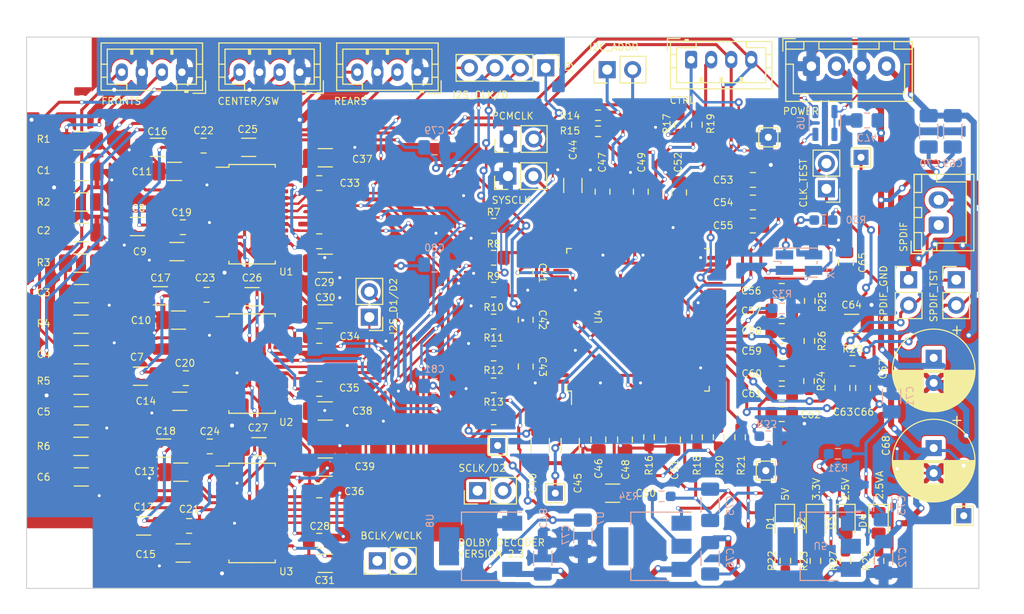
<source format=kicad_pcb>
(kicad_pcb (version 20221018) (generator pcbnew)
  (layers (0 "F.Cu" signal) (31 "B.Cu" signal) (34 "B.Paste" user) (35 "F.Paste" user) (36 "B.SilkS" user "B.Silkscreen") (37 "F.SilkS" user "F.Silkscreen") (38 "B.Mask" user) (39 "F.Mask" user) (44 "Edge.Cuts" user))
  (net 0 "")
  (net 1 "3V3")
  (net 2 "SDA")
  (net 3 "I2S_BC")
  (net 4 "I2S_WC")
  (net 5 "I2S_DATA")
  (net 6 "PCMCLK")
  (net 7 "BCLK")
  (net 8 "WCLK")
  (net 9 "I2S_D1")
  (net 10 "I2S_D2")
  (net 11 "I2S_D3")
  (net 12 "2.5V")
  (net 13 "RESET")
  (net 14 "IRQ")
  (net 15 "PLLAF")
  (net 16 "PLLSF")
  (net 17 "I2CADDR")
  (net 18 "SELI2C")
  (net 19 "5V")
  (net 20 "Net-(D1-A)")
  (net 21 "Net-(D2-A)")
  (net 22 "DCSB")
  (net 23 "CLKIN")
  (net 24 "SFREQ")
  (net 25 "Net-(D3-A)")
  (net 26 "Net-(D4-A)")
  (net 27 "PLLSPDIF")
  (net 28 "GND")
  (net 29 "DEEMPTH")
  (net 30 "AGND")
  (net 31 "2.5VA")
  (net 32 "SCL")
  (net 33 "CLKOUT")
  (net 34 "I2S_D4")
  (net 35 "3V3A")
  (net 36 "VOUT1")
  (net 37 "VOUT2")
  (net 38 "VOUT3")
  (net 39 "VOUT4")
  (net 40 "VOUT5")
  (net 41 "VOUT6")
  (net 42 "FL")
  (net 43 "FR")
  (net 44 "CT")
  (net 45 "SW")
  (net 46 "RL")
  (net 47 "RR")
  (net 48 "Net-(X1-EN)")
  (net 49 "Net-(U1-VCOM{slash}DEMP)")
  (net 50 "Net-(U1-VNEG)")
  (net 51 "PCMCLK3")
  (net 52 "Net-(U3-VNEG)")
  (net 53 "Net-(U3-VCOM{slash}DEMP)")
  (net 54 "BCLK3")
  (net 55 "Net-(U1-CAPM)")
  (net 56 "Net-(U1-CAPP)")
  (net 57 "WCLK3")
  (net 58 "SPDIF_NEG")
  (net 59 "SPDIF_POS")
  (net 60 "Net-(U3-CAPM)")
  (net 61 "Net-(U3-CAPP)")
  (net 62 "Net-(U3-LDOO)")
  (net 63 "Net-(U1-LDOO)")
  (net 64 "Net-(C56-Pad2)")
  (net 65 "Net-(C58-Pad2)")
  (net 66 "Net-(C60-Pad1)")
  (net 67 "Net-(C60-Pad2)")
  (net 68 "Net-(U4-SPDN)")
  (net 69 "Net-(U4-SPDP)")
  (net 70 "Net-(U4-SCLK)")
  (net 71 "Net-(U4-LRCLK)")
  (net 72 "Net-(U4-PCMCLK)")
  (net 73 "Net-(U4-PCM_OUT0)")
  (net 74 "Net-(U4-PCM_OUT1)")
  (net 75 "Net-(U4-PCM_OUT2)")
  (net 76 "Net-(U4-PCM_OUT3)")
  (net 77 "Net-(U4-A0)")
  (net 78 "Net-(U4-A5)")
  (net 79 "Net-(U4-DCSB)")
  (net 80 "Net-(U4-R{slash}W)")
  (net 81 "Net-(U5-VO)")
  (net 82 "Net-(U4-GNDA)")
  (net 88 "Net-(U7-VO)")
  (net 117 "Net-(U2-VNEG)")
  (net 118 "Net-(U2-VCOM{slash}DEMP)")
  (net 119 "Net-(U2-LDOO)")
  (net 120 "Net-(U2-CAPP)")
  (net 121 "Net-(U2-CAPM)")
  (footprint "Resistor_SMD:R_0603_1608Metric_Pad0.98x0.95mm_HandSolder" (layer "F.Cu") (at 101.6 77.583332 90)
    (fp_text reference "R23")
    (fp_text value "430R")
  )
  (footprint "TestPoint:TestPoint_THTPad_1.5x1.5mm_Drill0.7mm" (layer "F.Cu") (at 96.65 68.583332)
    (fp_text reference "TP3" hide)
    (fp_text value "TestPoint")
  )
  (footprint "Package_SO:TSSOP-28_4.4x9.7mm_P0.65mm" (layer "F.Cu") (at 45.4 43.002082)
    (fp_text reference "U1")
    (fp_text value "PCM5122PW")
  )
  (footprint "Capacitor_SMD:C_1206_3216Metric_Pad1.33x1.80mm_HandSolder" (layer "F.Cu") (at 28.3625 63.116964 180)
    (fp_text reference "C5")
    (fp_text value "2.2n 50V C0G")
  )
  (footprint "Capacitor_SMD:C_1206_3216Metric_Pad1.33x1.80mm_HandSolder" (layer "F.Cu") (at 52.7 52.95)
    (fp_text reference "C30")
    (fp_text value "10u")
  )
  (footprint "Connector_JST:JST_PH_B4B-PH-K_1x04_P2.00mm_Vertical" (layer "F.Cu") (at 50.15 28.833332 180)
    (fp_text reference "J2" hide)
    (fp_text value "Conn_01x04_Pin")
  )
  (footprint "Connector_JST:JST_PH_B4B-PH-K_1x04_P2.00mm_Vertical" (layer "F.Cu") (at 61.9 28.833332 180)
    (fp_text reference "J5" hide)
    (fp_text value "Conn_01x04_Pin")
  )
  (footprint "Package_SO:TSSOP-28_4.4x9.7mm_P0.65mm" (layer "F.Cu") (at 45.4 57.904471)
    (fp_text reference "U2")
    (fp_text value "PCM5122PW")
  )
  (footprint "Connector_PinHeader_2.54mm:PinHeader_1x02_P2.54mm_Vertical" (layer "F.Cu") (at 80.825 28.583332 90)
    (fp_text reference "J10" hide)
    (fp_text value "Conn_01x02")
  )
  (footprint "Capacitor_SMD:C_1206_3216Metric_Pad1.33x1.80mm_HandSolder" (layer "F.Cu") (at 74.15 66.083332 -90)
    (fp_text reference "C40")
    (fp_text value "10U")
  )
  (footprint "Capacitor_SMD:C_1206_3216Metric_Pad1.33x1.80mm_HandSolder" (layer "F.Cu") (at 35.9625 36.333332 180)
    (fp_text reference "C16")
    (fp_text value "10u")
  )
  (footprint "Resistor_SMD:R_1206_3216Metric_Pad1.30x1.75mm_HandSolder" (layer "F.Cu") (at 28.3325 53.975148 180)
    (fp_text reference "R4")
    (fp_text value "470R")
  )
  (footprint "Resistor_SMD:R_0603_1608Metric_Pad0.98x0.95mm_HandSolder" (layer "F.Cu") (at 94.089285 65.253332 90)
    (fp_text reference "R21")
    (fp_text value "4.7K")
  )
  (footprint "Capacitor_SMD:C_1206_3216Metric_Pad1.33x1.80mm_HandSolder" (layer "F.Cu") (at 28.3625 69.211516 180)
    (fp_text reference "C6")
    (fp_text value "2.2n 50V C0G")
  )
  (footprint "Capacitor_SMD:C_1206_3216Metric_Pad1.33x1.80mm_HandSolder" (layer "F.Cu") (at 28.3625 57.02242 180)
    (fp_text reference "C4")
    (fp_text value "2.2n 50V C0G")
  )
  (footprint "Capacitor_SMD:C_1206_3216Metric_Pad1.33x1.80mm_HandSolder" (layer "F.Cu") (at 38.28125 68.738111)
    (fp_text reference "C13")
    (fp_text value "2.2u 25V")
  )
  (footprint "Capacitor_SMD:C_0805_2012Metric_Pad1.18x1.45mm_HandSolder" (layer "F.Cu") (at 80.363333 40.758332 90)
    (fp_text reference "C47")
    (fp_text value "0.1U")
  )
  (footprint "Resistor_SMD:R_0603_1608Metric_Pad0.98x0.95mm_HandSolder" (layer "F.Cu") (at 101 55.65 -90)
    (fp_text reference "R26")
    (fp_text value "1K")
  )
  (footprint "Resistor_SMD:R_0805_2012Metric_Pad1.20x1.40mm_HandSolder" (layer "F.Cu") (at 69.5 63.266666 180)
    (fp_text reference "R13")
    (fp_text value "47R")
  )
  (footprint "Capacitor_SMD:C_1206_3216Metric_Pad1.33x1.80mm_HandSolder" (layer "F.Cu") (at 52.7 62.633332 180)
    (fp_text reference "C38")
    (fp_text value "10u")
  )
  (footprint "Resistor_SMD:R_0603_1608Metric_Pad0.98x0.95mm_HandSolder" (layer "F.Cu") (at 88.075 34.058332 -90)
    (fp_text reference "R17")
    (fp_text value "4.7K")
  )
  (footprint "Resistor_SMD:R_1206_3216Metric_Pad1.30x1.75mm_HandSolder" (layer "F.Cu") (at 28.3325 35.691516 180)
    (fp_text reference "R1")
    (fp_text value "470R")
  )
  (footprint "Resistor_SMD:R_0603_1608Metric_Pad0.98x0.95mm_HandSolder" (layer "F.Cu") (at 89.775 34.070832 -90)
    (fp_text reference "R19")
    (fp_text value "4.7K")
  )
  (footprint "Capacitor_SMD:C_1206_3216Metric_Pad1.33x1.80mm_HandSolder" (layer "F.Cu") (at 34.258891 59.16419 180)
    (fp_text reference "C7")
    (fp_text value "10u")
  )
  (footprint "Capacitor_SMD:C_1206_3216Metric_Pad1.33x1.80mm_HandSolder" (layer "F.Cu") (at 77.13741 66.083332 -90)
    (fp_text reference "C45")
    (fp_text value "10U")
  )
  (footprint "Capacitor_SMD:C_1206_3216Metric_Pad1.33x1.80mm_HandSolder" (layer "F.Cu") (at 46.08125 66.206861 180)
    (fp_text reference "C27")
    (fp_text value "2.2u 25V")
  )
  (footprint "Capacitor_SMD:C_0805_2012Metric_Pad1.18x1.45mm_HandSolder" (layer "F.Cu") (at 52.1 75.583332)
    (fp_text reference "C28")
    (fp_text value "0.1u 100V")
  )
  (footprint "Resistor_SMD:R_1206_3216Metric_Pad1.30x1.75mm_HandSolder" (layer "F.Cu") (at 28.3325 47.880604 180)
    (fp_text reference "R3")
    (fp_text value "470R")
  )
  (footprint "Capacitor_SMD:C_0805_2012Metric_Pad1.18x1.45mm_HandSolder" (layer "F.Cu") (at 104.65 47.833332 90)
    (fp_text reference "C65")
    (fp_text value "0.1u")
  )
  (footprint "Capacitor_SMD:C_0805_2012Metric_Pad1.18x1.45mm_HandSolder" (layer "F.Cu") (at 104.3 60.3375 -90)
    (fp_text reference "C63")
    (fp_text value "100N")
  )
  (footprint "Capacitor_SMD:C_0805_2012Metric_Pad1.18x1.45mm_HandSolder" (layer "F.Cu") (at 72.7 58.204166 -90)
    (fp_text reference "C43")
    (fp_text value "0.1U")
  )
  (footprint "Capacitor_SMD:C_0805_2012Metric_Pad1.18x1.45mm_HandSolder" (layer "F.Cu") (at 52.1 60.433332)
    (fp_text reference "C35")
    (fp_text value "0.1u 100V")
  )
  (footprint "Capacitor_SMD:C_1206_3216Metric_Pad1.33x1.80mm_HandSolder" (layer "F.Cu") (at 77.4 40.133332 90)
    (fp_text reference "C44")
    (fp_text value "10U")
  )
  (footprint "LED_SMD:LED_0805_2012Metric_Pad1.15x1.40mm_HandSolder" (layer "F.Cu") (at 104.6 73.808332 -90)
    (fp_text reference "D3")
    (fp_text value "WHITE")
  )
  (footprint "Capacitor_SMD:C_0805_2012Metric_Pad1.18x1.45mm_HandSolder" (layer "F.Cu") (at 52.1 39.9 180)
    (fp_text reference "C33")
    (fp_text value "0.1u 100V")
  )
  (footprint "Connector_PinHeader_2.54mm:PinHeader_1x02_P2.54mm_Vertical" (layer "F.Cu") (at 115.65 49.543332)
    (fp_text reference "J16" hide)
    (fp_text value "Conn_01x02_Male")
  )
  (footprint "Capacitor_SMD:C_1206_3216Metric_Pad1.33x1.80mm_HandSolder" (layer "F.Cu") (at 52.7 68.233332)
    (fp_text reference "C39")
    (fp_text value "10u")
  )
  (footprint "Capacitor_SMD:C_1206_3216Metric_Pad1.33x1.80mm_HandSolder" (layer "F.Cu") (at 45.396391 51.23294 180)
    (fp_text reference "C26")
    (fp_text value "2.2u 25V")
  )
  (footprint "Resistor_SMD:R_0805_2012Metric_Pad1.20x1.40mm_HandSolder" (layer "F.Cu") (at 69.5 44.166666 180)
    (fp_text reference "R7")
    (fp_text value "47R")
  )
  (footprint "Resistor_SMD:R_0603_1608Metric_Pad0.98x0.95mm_HandSolder" (layer "F.Cu") (at 105.3 57.625 180)
    (fp_text reference "R28")
    (fp_text value "75R")
  )
  (footprint "Capacitor_SMD:C_1206_3216Metric_Pad1.33x1.80mm_HandSolder" (layer "F.Cu") (at 37.9 46.733332)
    (fp_text reference "C9")
    (fp_text value "10u")
  )
  (footprint "MountingHole:MountingHole_3.2mm_M3" (layer "F.Cu") (at 115.4 27.833332)
    (fp_text reference "H3" hide)
    (fp_text value "MountingHole")
  )
  (footprint "Capacitor_SMD:C_0805_2012Metric_Pad1.18x1.45mm_HandSolder" (layer "F.Cu") (at 72.7 53.535416 -90)
    (fp_text reference "C42")
    (fp_text value "0.1U")
  )
  (footprint "Capacitor_SMD:C_1206_3216Metric_Pad1.33x1.80mm_HandSolder" (layer "F.Cu") (at 28.3625 50.927876 180)
    (fp_text reference "C3")
    (fp_text value "2.2n 50V C0G")
  )
  (footprint "Capacitor_SMD:C_1206_3216Metric_Pad1.33x1.80mm_HandSolder" (layer "F.Cu") (at 38.51875 76.802082)
    (fp_text reference "C15")
    (fp_text value "10u")
  )
  (footprint "Resistor_SMD:R_0805_2012Metric_Pad1.20x1.40mm_HandSolder" (layer "F.Cu") (at 69.5 47.349999 180)
    (fp_text reference "R8")
    (fp_text value "47R")
  )
  (footprint "Capacitor_SMD:C_0805_2012Metric_Pad1.18x1.45mm_HandSolder" (layer "F.Cu") (at 82.60223 65.483332 -90)
    (fp_text reference "C48")
    (fp_text value "0.1U")
  )
  (footprint "Capacitor_SMD:C_0805_2012Metric_Pad1.18x1.45mm_HandSolder" (layer "F.Cu") (at 98.25 58.9 180)
    (fp_text reference "C60")
    (fp_text value "4.7N")
  )
  (footprint "Capacitor_SMD:C_0805_2012Metric_Pad1.18x1.45mm_HandSolder" (layer "F.Cu") (at 52.1 70.557194 180)
    (fp_text reference "C36")
    (fp_text value "0.1u 100V")
  )
  (footprint "Capacitor_SMD:C_1206_3216Metric_Pad1.33x1.80mm_HandSolder" (layer "F.Cu") (at 28.3625 44.833332 180)
    (fp_text reference "C2")
    (fp_text value "2.2n 50V C0G")
  )
  (footprint "MountingHole:MountingHole_3.2mm_M3" (layer "F.Cu") (at 25.4 77.833332)
    (fp_text reference "H2" hide)
    (fp_text value "MountingHole")
  )
  (footprint "Connector_JST:JST_PH_B4B-PH-K_1x04_P2.00mm_Vertical" (layer "F.Cu") (at 38.4 28.833332 180)
    (fp_text reference "J1" hide)
    (fp_text value "Conn_01x04_Pin")
  )
  (footprint "Connector_PinHeader_2.54mm:PinHeader_1x02_P2.54mm_Vertical" (layer "F.Cu") (at 57.9 77.583332 90)
    (fp_text reference "J3" hide)
    (fp_text value "Conn_01x02")
  )
  (footprint "Resistor_SMD:R_0805_2012Metric_Pad1.20x1.40mm_HandSolder" (layer "F.Cu") (at 69.5 50.533332 180)
    (fp_text reference "R9")
    (fp_text value "47R")
  )
  (footprint "Capacitor_SMD:C_0805_2012Metric_Pad1.18x1.45mm_HandSolder" (layer "F.Cu") (at 40.5625 36.163332 180)
    (fp_text reference "C22")
    (fp_text value "0.1u 100V")
  )
  (footprint "Resistor_SMD:R_0603_1608Metric_Pad0.98x0.95mm_HandSolder" (layer "F.Cu") (at 98.6 77.583332 90)
    (fp_text reference "R22")
    (fp_text value "1K")
  )
  (footprint "Capacitor_SMD:C_1206_3216Metric_Pad1.33x1.80mm_HandSolder" (layer "F.Cu") (at 52.7 37.371586)
    (fp_text reference "C37")
    (fp_text value "10u")
  )
  (footprint "TestPoint:TestPoint_THTPad_1.5x1.5mm_Drill0.7mm" (layer "F.Cu") (at 96.9 35.333332)
    (fp_text reference "TP4" hide)
    (fp_text value "TestPoint")
  )
  (footprint "Capacitor_SMD:C_0805_2012Metric_Pad1.18x1.45mm_HandSolder" (layer "F.Cu") (at 38.5 44.302082)
    (fp_text reference "C19")
    (fp_text value "0.1u 100V")
  )
  (footprint "Capacitor_SMD:C_0805_2012Metric_Pad1.18x1.45mm_HandSolder" (layer "F.Cu") (at 95.3625 39.583332)
    (fp_text reference "C53")
    (fp_text value "0.1U")
  )
  (footprint "Capacitor_SMD:C_0805_2012Metric_Pad1.18x1.45mm_HandSolder" (layer "F.Cu") (at 98.2375 54.65)
    (fp_text reference "C58")
    (fp_text value "5.6N")
  )
  (footprint "Resistor_SMD:R_0805_2012Metric_Pad1.20x1.40mm_HandSolder" (layer "F.Cu") (at 69.5 53.716667 180)
    (fp_text reference "R10")
    (fp_text value "47R")
  )
  (footprint "Capacitor_SMD:C_0805_2012Metric_Pad1.18x1.45mm_HandSolder" (layer "F.Cu") (at 38.796391 59.36419)
    (fp_text reference "C20")
    (fp_text value "0.1u 100V")
  )
  (footprint "Connector_JST:JST_PH_B4B-PH-K_1x04_P2.00mm_Vertical" (layer "F.Cu") (at 89.2 27.583332)
    (fp_text reference "J11" hide)
    (fp_text value "Conn_01x04_Male")
  )
  (footprint "Capacitor_SMD:C_1206_3216Metric_Pad1.33x1.80mm_HandSolder" (layer "F.Cu") (at 81.375 70.833332 180)
    (fp_text reference "C50")
    (fp_text value "10U")
  )
  (footprint "Capacitor_SMD:C_1206_3216Metric_Pad1.33x1.80mm_HandSolder" (layer "F.Cu") (at 34.58125 74.102082 180)
    (fp_text reference "C12")
    (fp_text value "10u")
  )
  (footprint "Package_QFP:LQFP-80_14x14mm_P0.65mm" (layer "F.Cu") (at 83.9 53.533332 90)
    (fp_text reference "U4")
    (fp_text value "SPA130")
  )
  (footprint "Capacitor_SMD:C_1206_3216Metric_Pad1.33x1.80mm_HandSolder" (layer "F.Cu") (at 28.3625 38.738788 180)
    (fp_text reference "C1")
    (fp_text value "2.2n 50V C0G")
  )
  (footprint "TestPoint:TestPoint_THTPad_1.5x1.5mm_Drill0.7mm" (layer "F.Cu") (at 116.4 73.083332)
    (fp_text reference "TP6" hide)
    (fp_text value "TestPoint")
  )
  (footprint "Connector_JST:JST_XH_B2B-XH-A_1x02_P2.50mm_Vertical" (layer "F.Cu") (at 113.9 44.083332 90)
    (fp_text reference "J14" hide)
    (fp_text value "Conn_01x02_Male")
  )
  (footprint "Capacitor_SMD:C_1206_3216Metric_Pad1.33x1.80mm_HandSolder" (layer "F.Cu") (at 105.2125 53.9)
    (fp_text reference "C64")
    (fp_text value "10U")
  )
  (footprint "Resistor_SMD:R_0603_1608Metric_Pad0.98x0.95mm_HandSolder" (layer "F.Cu") (at 89.79446 65.253332 -90)
    (fp_text reference "R18")
    (fp_text value "4.7K")
  )
  (footprint "Resistor_SMD:R_1206_3216Metric_Pad1.30x1.75mm_HandSolder" (layer "F.Cu") (at 28.3325 66.164236 180)
    (fp_text reference "R6")
    (fp_text value "470R")
  )
  (footprint "Capacitor_SMD:C_1206_3216Metric_Pad1.33x1.80mm_HandSolder" (layer "F.Cu") (at 38.058891 53.56419)
    (fp_text reference "C10")
    (fp_text value "2.2u 25V")
  )
  (footprint "Capacitor_SMD:C_0805_2012Metric_Pad1.18x1.45mm_HandSolder" (layer "F.Cu") (at 95.3625 44.133332)
    (fp_text reference "C55")
    (fp_text value "0.1U")
  )
  (footprint "Resistor_SMD:R_1206_3216Metric_Pad1.30x1.75mm_HandSolder" (layer "F.Cu") (at 28.3325 60.069692 180)
    (fp_text reference "R5")
    (fp_text value "470R")
  )
  (footprint "Capacitor_SMD:C_0805_2012Metric_Pad1.18x1.45mm_HandSolder" (layer "F.Cu") (at 95.3625 41.833332)
    (fp_text reference "C54")
    (fp_text value "0.1U")
  )
  (footprint "Resistor_SMD:R_1206_3216Metric_Pad1.30x1.75mm_HandSolder" (layer "F.Cu") (at 28.3325 41.78606 180)
    (fp_text reference "R2")
    (fp_text value "470R")
  )
  (footprint "Connector_PinHeader_2.54mm:PinHeader_1x02_P2.54mm_Vertical" (layer "F.Cu") (at 110.9 49.543332)
    (fp_text reference "J15" hide)
    (fp_text value "Conn_01x02")
  )
  (footprint "Capacitor_SMD:C_0805_2012Metric_Pad1.18x1.45mm_HandSolder" (layer "F.Cu") (at 40.858891 51.044251 180)
    (fp_text reference "C23")
    (fp_text value "0.1u 100V")
  )
  (footprint "Capacitor_SMD:C_0805_2012Metric_Pad1.18x1.45mm_HandSolder" (layer "F.Cu") (at 87.39705 65.483332 -90)
    (fp_text reference "C51")
    (fp_text value "0.1U")
  )
  (footprint "Resistor_SMD:R_0603_1608Metric_Pad0.98x0.95mm_HandSolder" (layer "F.Cu") (at 79.9125 33.133332)
    (fp_text reference "R14")
    (fp_text value "4.7K")
  )
  (footprint "Resistor_SMD:R_0603_1608Metric_Pad0.98x0.95mm_HandSolder" (layer "F.Cu") (at 91.94187 65.253332 -90)
    (fp_text reference "R20")
    (fp_text value "4.7K")
  )
  (footprint "Resistor_SMD:R_0603_1608Metric_Pad0.98x0.95mm_HandSolder" (layer "F.Cu") (at 101.0375 51.65 -90)
    (fp_text reference "R25")
    (fp_text value "1K")
  )
  (footprint "Resistor_SMD:R_0603_1608Metric_Pad0.98x0.95mm_HandSolder" (layer "F.Cu") (at 84.99964 65.253332 -90)
    (fp_text reference "R16")
    (fp_text value "4.7K")
  )
  (footprint "MountingHole:MountingHole_3.2mm_M3" (layer "F.Cu") (at 115.4 77.833332)
    (fp_text reference "H4" hide)
    (fp_text value "MountingHole")
  )
  (footprint "Capacitor_SMD:C_0805_2012Metric_Pad1.18x1.45mm_HandSolder" (layer "F.Cu") (at 72.7 48.866666 -90)
    (fp_text reference "C41")
    (fp_text value "0.1U")
  )
  (footprint "Connector_PinHeader_2.54mm:PinHeader_1x02_P2.54mm_Vertical" (layer "F.Cu") (at 70.925 39.2 90)
    (fp_text reference "J8" hide)
    (fp_text value "Conn_01x02")
  )
  (footprint "Connector_PinHeader_2.54mm:PinHeader_1x02_P2.54mm_Vertical" (layer "F.Cu") (at 102.7 40.473332 180)
    (fp_text reference "J12" hide)
    (fp_text value "Conn_01x02")
  )
  (footprint "Resistor_SMD:R_0603_1608Metric_Pad0.98x0.95mm_HandSolder" (layer "F.Cu") (at 79.9125 34.733332)
    (fp_text reference "R15")
    (fp_text value "4.7K")
  )
  (footprint "Resistor_SMD:R_0603_1608Metric_Pad0.98x0.95mm_HandSolder" (layer "F.Cu") (at 107.9 77.583332 90)
    (fp_text reference "R29")
    (fp_text value "100R")
  )
  (footprint "Resistor_SMD:R_0805_2012Metric_Pad1.20x1.40mm_HandSolder" (layer "F.Cu") (at 69.5 60.083333 180)
    (fp_text reference "R12")
    (fp_text value "47R")
  )
  (footprint "TestPoint:TestPoint_THTPad_1.5x1.5mm_Drill0.7mm" (layer "F.Cu") (at 106.15 37.333332)
    (fp_text reference "TP5" hide)
    (fp_text value "TestPoint")
  )
  (footprint "Resistor_SMD:R_0603_1608Metric_Pad0.98x0.95mm_HandSolder" (layer "F.Cu") (at 100.9625 59.65 90)
    (fp_text reference "R24")
    (fp_text value "330R")
  )
  (footprint "Connector_PinHeader_2.54mm:PinHeader_1x02_P2.54mm_Vertical" (layer "F.Cu") (at 67.9 70.583332 90)
    (fp_text reference "J6" hide)
    (fp_text value "Conn_01x02")
  )
  (footprint "Resistor_SMD:R_0805_2012Metric_Pad1.20x1.40mm_HandSolder" (layer "F.Cu") (at 69.5 56.9 180)
    (fp_text reference "R11")
    (fp_text value "47R")
  )
  (footprint "Capacitor_SMD:C_0805_2012Metric_Pad1.18x1.45mm_HandSolder" (layer "F.Cu") (at 98.2375 62.95)
    (fp_text reference "C62")
    (fp_text value "0.1U")
  )
  (footprint "Capacitor_SMD:C_0805_2012Metric_Pad1.18x1.45mm_HandSolder" (layer "F.Cu") (at 39.11875 74.102082)
    (fp_text reference "C21")
    (fp_text value "0.1u 100V")
  )
  (footprint "Capacitor_SMD:C_0805_2012Metric_Pad1.18x1.45mm_HandSolder" (layer "F.Cu") (at 84.181666 40.758332 90)
    (fp_text reference "C49")
    (fp_text value "0.1U")
  )
  (footprint "Capacitor_SMD:C_0805_2012Metric_Pad1.18x1.45mm_HandSolder" (layer "F.Cu") (at 52.1 45.7)
    (fp_text reference "C32" hide)
    (fp_text value "0.1u 100V")
  )
  (footprint "Capacitor_THT:CP_Radial_D8.0mm_P2.50mm" (layer "F.Cu") (at 113.4 57.333332 -90)
    (fp_text reference "C67")
    (fp_text value "330u 16V")
  )
  (footprint "Capacitor_SMD:C_1206_3216Metric_Pad1.33x1.80mm_HandSolder" (layer "F.Cu") (at 36.58125 66.338111 180)
    (fp_text reference "C18")
    (fp_text value "10u")
  )
  (footprint "LED_SMD:LED_0805_2012Metric_Pad1.15x1.40mm_HandSolder" (layer "F.Cu") (at 107.9 73.808332 -90)
    (fp_text reference "D4")
    (fp_text value "YELLOW")
  )
  (footprint "Capacitor_SMD:C_0805_2012Metric_Pad1.18x1.45mm_HandSolder" (layer "F.Cu") (at 106.35 60.3375 -90)
    (fp_text reference "C66")
    (fp_text value "100N")
  )
  (footprint "Capacitor_SMD:C_1206_3216Metric_Pad1.33x1.80mm_HandSolder" (layer "F.Cu") (at 33.9625 44.233332 180)
    (fp_text reference "C8")
    (fp_text value "10u")
  )
  (footprint "Package_SO:TSSOP-28_4.4x9.7mm_P0.65mm" (layer "F.Cu") (at 45.4 72.806861)
    (fp_text reference "U3")
    (fp_text value "PCM5122PW")
  )
  (footprint "Capacitor_SMD:C_1206_3216Metric_Pad1.33x1.80mm_HandSolder" (layer "F.Cu") (at 37.6625 38.733332)
    (fp_text reference "C11")
    (fp_text value "2.2u 25V")
  )
  (footprint "TestPoint:TestPoint_THTPad_1.5x1.5mm_Drill0.7mm" (layer "F.Cu") (at 69.9 66.083332)
    (fp_text reference "TP1" hide)
    (fp_text value "TestPoint")
  )
  (footprint "Capacitor_SMD:C_0805_2012Metric_Pad1.18x1.45mm_HandSolder" (layer "F.Cu") (at 79.95482 65.483332 -90)
    (fp_text reference "C46")
    (fp_text value "0.1U")
  )
  (footprint "Capacitor_SMD:C_1206_3216Metric_Pad1.33x1.80mm_HandSolder" (layer "F.Cu") (at 36.258891 51.144251 180)
    (fp_text reference "C17")
    (fp_text value "10u")
  )
  (footprint "Capacitor_SMD:C_0805_2012Metric_Pad1.18x1.45mm_HandSolder" (layer "F.Cu") (at 98.2375 56.65)
    (fp_text reference "C59")
    (fp_text value "470P")
  )
  (footprint "Capacitor_SMD:C_1206_3216Metric_Pad1.33x1.80mm_HandSolder" (layer "F.Cu") (at 38.196391 61.66419)
    (fp_text reference "C14")
    (fp_text value "10u")
  )
  (footprint "Capacitor_SMD:C_0805_2012Metric_Pad1.18x1.45mm_HandSolder" (layer "F.Cu") (at 41.18125 66.168111 180)
    (fp_text reference "C24")
    (fp_text value "0.1u 100V")
  )
  (footprint "Resistor_SMD:R_0603_1608Metric_Pad0.98x0.95mm_HandSolder" (layer "F.Cu") (at 104.6 77.583332 90)
    (fp_text reference "R27")
    (fp_text value "100R")
  )
  (footprint "LED_SMD:LED_0805_2012Metric_Pad1.15x1.40mm_HandSolder" (layer "F.Cu") (at 101.65 73.808332 -90)
    (fp_text reference "D2")
    (fp_text value "YELLOW")
  )
  (footprint "TestPoint:TestPoint_THTPad_1.5x1.5mm_Drill0.7mm" (layer "F.Cu") (at 75.65 70.833332)
    (fp_text reference "TP2" hide)
    (fp_text value "TestPoint")
  )
  (footprint "Capacitor_SMD:C_1206_3216Metric_Pad1.33x1.80mm_HandSolder" (layer "F.Cu") (at 52.7 47.9 180)
    (fp_text reference "C29")
    (fp_text value "10u")
  )
  (footprint "MountingHole:MountingHole_3.2mm_M3" (layer "F.Cu") (at 25.4 27.833332)
    (fp_text reference "H1" hide)
    (fp_text value "MountingHole")
  )
  (footprint "Capacitor_SMD:C_0805_2012Metric_Pad1.18x1.45mm_HandSolder" (layer "F.Cu") (at 52.1 55.15 180)
    (fp_text reference "C34")
    (fp_text value "0.1u 100V")
  )
  (footprint "Capacitor_SMD:C_0805_2012Metric_Pad1.18x1.45mm_HandSolder" (layer "F.Cu") (at 98.2375 52.65)
    (fp_text reference "C57")
    (fp_text value "470P")
  )
  (footprint "Connector_JST:JST_XH_B4B-XH-A_1x04_P2.50mm_Vertical" (layer "F.Cu") (at 101.2 28.233332)
    (fp_text reference "J13" hide)
    (fp_text value "Conn_01x04_Male")
  )
  (footprint "Connector_PinHeader_2.54mm:PinHeader_1x02_P2.54mm_Vertical" (layer "F.Cu") (at 70.96 35.5 90)
    (fp_text reference "J7" hide)
    (fp_text value "Conn_01x02")
  )
  (footprint "Capacitor_SMD:C_0805_2012Metric_Pad1.18x1.45mm_HandSolder" (layer "F.Cu") (at 88 40.833332 90)
    (fp_text reference "C52")
    (fp_text value "0.1U")
  )
  (footprint "Capacitor_SMD:C_0805_2012Metric_Pad1.18x1.45mm_HandSolder" (layer "F.Cu") (at 98.2375 60.9 180)
    (fp_text reference "C61")
    (fp_text value "150P")
  )
  (footprint "Capacitor_THT:CP_Radial_D8.0mm_P2.50mm" (layer "F.Cu") (at 113.4 66.333332 -90)
    (fp_text reference "C68")
    (fp_text value "330u 16V")
  )
  (footprint "LED_SMD:LED_0805_2012Metric_Pad1.15x1.40mm_HandSolder" (layer "F.Cu") (at 98.55 73.808332 -90)
    (fp_text reference "D1")
    (fp_text value "BLUE")
  )
  (footprint "Capacitor_SMD:C_1206_3216Metric_Pad1.33x1.80mm_HandSolder" (layer "F.Cu") (at 45.0625 36.333332 180)
    (fp_text reference "C25")
    (fp_text value "2.2u 25V")
  )
  (footprint "Capacitor_SMD:C_0805_2012Metric_Pad1.18x1.45mm_HandSolder" (layer "F.Cu") (at 98.2375 50.65)
    (fp_text reference "C56")
    (fp_text value "5.6N")
  )
  (footprint "Connector_PinHeader_2.54mm:PinHeader_1x02_P2.54mm_Vertical" (layer "F.Cu") (at 57.1 53.275 180)
    (fp_text reference "J4" hide)
    (fp_text value "Conn_01x02_Pin")
  )
  (footprint "Connector_PinHeader_2.54mm:PinHeader_1x04_P2.54mm_Vertical" (layer "F.Cu") (at 74.7 28.4 -90)
    (fp_text reference "J9")
    (fp_text value "Conn_01x04_Male")
  )
  (footprint "Capacitor_SMD:C_1206_3216Metric_Pad1.33x1.80mm_HandSolder" (layer "F.Cu") (at 52.7 77.833332 180)
    (fp_text reference "C31")
    (fp_text value "10u")
  )
  (footprint "Capacitor_SMD:C_1206_3216Metric_Pad1.33x1.80mm_HandSolder" (layer "B.Cu") (at 108.4 77.233332 -90)
    (fp_text reference "C72")
    (fp_text value "10U")
  )
  (footprint "Capacitor_SMD:C_1206_3216Metric_Pad1.33x1.80mm_HandSolder" (layer "B.Cu") (at 78.4 75.083332 -90)
    (fp_text reference "C77")
    (fp_text value "10U")
  )
  (footprint "Capacitor_SMD:C_1206_3216Metric_Pad1.33x1.80mm_HandSolder" (layer "B.Cu") (at 91.1 77.333332 -90)
    (fp_text reference "C76")
    (fp_text value "10U")
  )
  (footprint "Capacitor_SMD:C_1206_3216Metric_Pad1.33x1.80mm_HandSolder" (layer "B.Cu") (at 112.9 34.733332 90)
    (fp_text reference "C70")
    (fp_text value "10U")
  )
  (footprint "Capacitor_SMD:C_0805_2012Metric_Pad1.18x1.45mm_HandSolder" (layer "B.Cu") (at 106.75 33.65)
    (fp_text reference "C74")
    (fp_text value "0.1U")
  )
  (footprint "Capacitor_SMD:C_0805_2012Metric_Pad1.18x1.45mm_HandSolder" (layer "B.Cu") (at 63.6 48.033332 180)
    (fp_text reference "C80")
    (fp_text value "0.1u")
  )
  (footprint "Package_TO_SOT_SMD:SOT-23-6" (layer "B.Cu") (at 102.55 33.9 -90)
    (fp_text reference "U6")
    (fp_text value "TMP100")
  )
  (footprint "Resistor_SMD:R_0603_1608Metric_Pad0.98x0.95mm_HandSolder" (layer "B.Cu") (at 98.25 52.4 180)
    (fp_text reference "R32")
    (fp_text value "FERRITE")
  )
  (footprint "Package_TO_SOT_SMD:SOT-223" (layer "B.Cu") (at 68.2 76.133332 180)
    (fp_text reference "U8")
    (fp_text value "AMS1117-3.3")
  )
  (footprint "Capacitor_SMD:C_1206_3216Metric_Pad1.33x1.80mm_HandSolder" (layer "B.Cu") (at 74.4 77.333332 90)
    (fp_text reference "C78")
    (fp_text value "10U")
  )
  (footprint "Capacitor_SMD:C_1206_3216Metric_Pad1.33x1.80mm_HandSolder" (layer "B.Cu") (at 115.3 34.733332 90)
    (fp_text reference "C69")
    (fp_text value "10U")
  )
  (footprint "Resistor_SMD:R_0603_1608Metric_Pad0.98x0.95mm_HandSolder" (layer "B.Cu") (at 102.4 43.583332 180)
    (fp_text reference "R30")
    (fp_text value "4.7K")
  )
  (footprint "Resistor_SMD:R_0603_1608Metric_Pad0.98x0.95mm_HandSolder" (layer "B.Cu") (at 86.25 71.15)
    (fp_text reference "R34")
    (fp_text value "10R")
  )
  (footprint "Resistor_SMD:R_0603_1608Metric_Pad0.98x0.95mm_HandSolder" (layer "B.Cu") (at 96.9125 65.15)
    (fp_text reference "R33")
    (fp_text value "FERRITE")
  )
  (footprint "Capacitor_SMD:C_1206_3216Metric_Pad1.33x1.80mm_HandSolder" (layer "B.Cu") (at 91.1 71.995832 90)
    (fp_text reference "C75")
    (fp_text value "47U")
  )
  (footprint "Resistor_SMD:R_0603_1608Metric_Pad0.98x0.95mm_HandSolder" (layer "B.Cu") (at 103.8375 66.9)
    (fp_text reference "R31")
    (fp_text value "10R")
  )
  (footprint "Package_TO_SOT_SMD:SOT-223" (layer "B.Cu") (at 101.987226 76.133332 180)
    (fp_text reference "U5")
    (fp_text value "AMS1117-2.5")
  )
  (footprint "Package_TO_SOT_SMD:SOT-223" (layer "B.Cu") (at 85.093613 76.133332 180)
    (fp_text reference "U7")
    (fp_text value "AMS1117-2.5")
  )
  (footprint "Capacitor_SMD:C_0805_2012Metric_Pad1.18x1.45mm_HandSolder" (layer "B.Cu") (at 63.6 36.333332 180)
    (fp_text reference "C79")
    (fp_text value "0.1u")
  )
  (footprint "Capacitor_SMD:C_0805_2012Metric_Pad1.18x1.45mm_HandSolder" (layer "B.Cu") (at 63.6 60.133332 180)
    (fp_text reference "C81")
    (fp_text value "0.1u")
  )
  (footprint "Capacitor_SMD:C_1206_3216Metric_Pad1.33x1.80mm_HandSolder" (layer "B.Cu") (at 109.2 61.1625 90)
    (fp_text reference "C71")
    (fp_text value "10u")
  )
  (footprint "Oscillator:Oscillator_SMD_EuroQuartz_XO32-4Pin_3.2x2.5mm_HandSoldering" (layer "B.Cu") (at 99.9625 47.833332)
    (fp_text reference "X1")
    (fp_text value "ECS-3225SMV-270-FP-TR")
  )
  (footprint "Capacitor_SMD:C_1206_3216Metric_Pad1.33x1.80mm_HandSolder" (layer "B.Cu") (at 108.312774 71.933332 90)
    (fp_text reference "C73")
    (fp_text value "47U")
  )
  (gr_line (start 117.9 80.333332) (end 22.9 80.333332) (stroke (width 0.1)) (layer "Edge.Cuts"))
  (gr_line (start 117.9 25.333332) (end 117.9 80.333332) (stroke (width 0.1)) (layer "Edge.Cuts"))
  (gr_line (start 22.9 80.333332) (end 22.9 25.333332) (stroke (width 0.1)) (layer "Edge.Cuts"))
  (gr_line (start 22.9 25.333332) (end 117.9 25.333332) (stroke (width 0.1)) (layer "Edge.Cuts"))
  (gr_text "SYSCLK" (at 69.25 41.6) (layer "F.SilkS") (effects (font (size 0.7 0.7) (thickness 0.1)) (justify left)))
  (gr_text "I2C_ADDR" (at 78.95 26.333332) (layer "F.SilkS") (effects (font (size 0.7 0.7) (thickness 0.1)) (justify left)))
  (gr_text "FRONTS" (at 30.3 31.733332) (layer "F.SilkS") (effects (font (size 0.7 0.7) (thickness 0.1)) (justify left)))
  (gr_text "DOLBY DECODER\nVERSION 2.3" (at 65.9 76.333332) (layer "F.SilkS") (effects (font (size 0.7 0.7) (thickness 0.1)) (justify left)))
  (gr_text "SPDIF_TST" (at 113.4 53.833332 90) (layer "F.SilkS") (effects (font (size 0.7 0.7) (thickness 0.1)) (justify left)))
  (gr_text "SPDIF" (at 110.4 46.833332 90) (layer "F.SilkS") (effects (font (size 0.7 0.7) (thickness 0.1)) (justify left)))
  (gr_text "PCMCLK" (at 69.25 33.2) (layer "F.SilkS") (effects (font (size 0.7 0.7) (thickness 0.1)) (justify left)))
  (gr_text "POWER" (at 98.3 32.733332) (layer "F.SilkS") (effects (font (size 0.7 0.7) (thickness 0.1)) (justify left)))
  (gr_text "BCLK/WCLK" (at 56.15 75.083332) (layer "F.SilkS") (effects (font (size 0.7 0.7) (thickness 0.1)) (justify left)))
  (gr_text "2.5V" (at 104.6 71.633332 90) (layer "F.SilkS") (effects (font (size 0.7 0.7) (thickness 0.1)) (justify left)))
  (gr_text "3.3V" (at 101.7 71.633332 90) (layer "F.SilkS") (effects (font (size 0.7 0.7) (thickness 0.1)) (justify left)))
  (gr_text "CTRL" (at 87 31.633332) (layer "F.SilkS") (effects (font (size 0.7 0.7) (thickness 0.1)) (justify left)))
  (gr_text "SCLK/D2" (at 65.925 68.333332) (layer "F.SilkS") (effects (font (size 0.7 0.7) (thickness 0.1)) (justify left)))
  (gr_text "I2S_D1/D2" (at 59.5 55.1 90) (layer "F.SilkS") (effects (font (size 0.7 0.7) (thickness 0.1)) (justify left)))
  (gr_text "SPDIF_GND\n" (at 108.4 53.833332 90) (layer "F.SilkS") (effects (font (size 0.7 0.7) (thickness 0.1)) (justify left)))
  (gr_text "CENTER/SW" (at 41.9 31.733332) (layer "F.SilkS") (effects (font (size 0.7 0.7) (thickness 0.1)) (justify left)))
  (gr_text "I2S_CLK/D" (at 65.3 31.1) (layer "F.SilkS") (effects (font (size 0.7 0.7) (thickness 0.1)) (justify left)))
  (gr_text "2.5VA" (at 108 71.533332 90) (layer "F.SilkS") (effects (font (size 0.7 0.7) (thickness 0.1)) (justify left)))
  (gr_text "REARS" (at 53.5 31.733332) (layer "F.SilkS") (effects (font (size 0.7 0.7) (thickness 0.1)) (justify left)))
  (gr_text "CLK_TEST" (at 100.4 42.4 90) (layer "F.SilkS") (effects (font (size 0.7 0.7) (thickness 0.1)) (justify left)))
  (gr_text "5V" (at 98.6 71.633332 90) (layer "F.SilkS") (effects (font (size 0.7 0.7) (thickness 0.1)) (justify left)))
  (segment (start 46.4 71.583332) (end 46.801471 71.181861) (width 0.3) (layer "F.Cu") (net 1))
  (segment (start 53.7875 35.583332) (end 51.1375 38.233332) (width 0.3) (layer "F.Cu") (net 1))
  (segment (start 51.1375 52.7625) (end 53.5 50.4) (width 0.3) (layer "F.Cu") (net 1))
  (segment (start 82.9375 70.833332) (end 82.9375 69.649532) (width 0.25) (layer "F.Cu") (net 1))
  (segment (start 94.9 68.206547) (end 93.264285 66.570832) (width 0.3) (layer "F.Cu") (net 1))
  (segment (start 46.6 54.604471) (end 46.6 56.826225) (width 0.3) (layer "F.Cu") (net 1))
  (segment (start 46.803861 60.179471) (end 46.65 60.333332) (width 0.3) (layer "F.Cu") (net 1))
  (segment (start 93.264285 66.619899) (end 92.800852 67.083332) (width 0.3) (layer "F.Cu") (net 1))
  (segment (start 93.264285 66.570832) (end 93.264285 66.619899) (width 0.3) (layer "F.Cu") (net 1))
  (segment (start 72.75 44.15) (end 66.75 38.15) (width 0.3) (layer "F.Cu") (net 1))
  (segment (start 46.6 56.826225) (end 46.65 56.876226) (width 0.3) (layer "F.Cu") (net 1))
  (segment (start 59.9 35.583332) (end 53.7875 35.583332) (width 0.3) (layer "F.Cu") (net 1))
  (segment (start 82.15 51.333332) (end 82.15 52.333332) (width 0.3) (layer "F.Cu") (net 1))
  (segment (start 108.150001 50.083331) (end 108.150001 56.400001) (width 0.6) (layer "F.Cu") (net 1))
  (segment (start 111.872651 38.777349) (end 110.25 40.4) (width 0.4) (layer "F.Cu") (net 1))
  (segment (start 51.0625 40.361746) (end 51.0625 38.308332) (width 0.3) (layer "F.Cu") (net 1))
  (segment (start 51.0625 55.533332) (end 51.0625 53.408332) (width 0.3) (layer "F.Cu") (net 1))
  (segment (start 83.575 60.433332) (end 83.1755 60.033832) (width 0.3) (layer "F.Cu") (net 1))
  (segment (start 45.9 43.333332) (end 45.9 46.833332) (width 0.3) (layer "F.Cu") (net 1))
  (segment (start 47.525 53.679471) (end 46.6 54.604471) (width 0.3) (layer "F.Cu") (net 1))
  (segment (start 82.9375 69.649532) (end 83.5037 69.083332) (width 0.25) (layer "F.Cu") (net 1))
  (segment (start 46.65 61.583332) (end 46.753861 61.479471) (width 0.3) (layer "F.Cu") (net 1))
  (segment (start 108.15 41.583332) (end 108.150001 50.083331) (width 0.6) (layer "F.Cu") (net 1))
  (segment (start 83.575 47.258332) (end 83.65 47.333332) (width 0.3) (layer "F.Cu") (net 1))
  (segment (start 94.9 71.583332) (end 94.9 68.206547) (width 0.3) (layer "F.Cu") (net 1))
  (segment (start 88.7 32.083332) (end 80.05 32.083332) (width 0.3) (layer "F.Cu") (net 1))
  (segment (start 64 38.15) (end 63.75 38.4) (width 0.3) (layer "F.Cu") (net 1))
  (segment (start 92.35 52.558332) (end 91.575 52.558332) (width 0.3) (layer "F.Cu") (net 1))
  (segment (start 104.5 48.695832) (end 105.7875 48.695832) (width 0.3) (layer "F.Cu") (net 1))
  (segment (start 72.7 52.497916) (end 73.410416 53.208332) (width 0.3) (layer "F.Cu") (net 1))
  (segment (start 79.4875 34.733332) (end 79 34.733332) (width 0.3) (layer "F.Cu") (net 1))
  (segment (start 81.52723 65.520832) (end 82.60223 64.445832) (width 0.3) (layer "F.Cu") (net 1))
  (segment (start 92.800852 67.083332) (end 91.4125 67.083332) (width 0.3) (layer "F.Cu") (net 1))
  (segment (start 51.1375 38.233332) (end 48.80625 38.233332) (width 0.3) (layer "F.Cu") (net 1))
  (segment (start 48.2625 75.081861) (end 46.648529 75.081861) (width 0.3) (layer "F.Cu") (net 1))
  (segment (start 103.8 28.233332) (end 106.108334 30.541666) (width 0.6) (layer "F.Cu") (net 1))
  (segment (start 106.108334 30.541666) (end 108.15 32.583332) (width 0.6) (layer "F.Cu") (net 1))
  (segment (start 46.65 56.876226) (end 46.65 61.583332) (width 0.3) (layer "F.Cu") (net 1))
  (segment (start 51.0625 70.557194) (end 50.437833 71.181861) (width 0.3) (layer "F.Cu") (net 1))
  (segment (start 56.5 48.15) (end 60.25 48.15) (width 0.3) (layer "F.Cu") (net 1))
  (segment (start 91.575 52.558332) (end 89.402818 52.558332) (width 0.3) (layer "F.Cu") (net 1))
  (segment (start 45.9 39.876225) (end 46.999143 38.777082) (width 0.3) (layer "F.Cu") (net 1))
  (segment (start 108.15 32.583332) (end 108.15 34.9) (width 0.6) (layer "F.Cu") (net 1))
  (segment (start 83.575 61.208332) (end 83.575 60.433332) (width 0.3) (layer "F.Cu") (net 1))
  (segment (start 104.404168 48.6) (end 97.133332 48.6) (width 0.3) (layer "F.Cu") (net 1))
  (segment (start 108.15 34.9) (end 108.15 41.583332) (width 0.6) (layer "F.Cu") (net 1))
  (segment (start 51.1375 68.233332) (end 51.1375 70.482194) (width 0.3) (layer "F.Cu") (net 1))
  (segment (start 53.5 50.4) (end 54.25 50.4) (width 0.3) (layer "F.Cu") (net 1))
  (segment (start 54.25 50.4) (end 56.5 48.15) (width 0.3) (layer "F.Cu") (net 1))
  (segment (start 74.15 63.333332) (end 76.4 61.083332) (width 0.3) (layer "F.Cu") (net 1))
  (segment (start 100.7625 77.658332) (end 97.725 77.658332) (width 0.3) (layer "F.Cu") (net 1))
  (segment (start 97.133332 48.6) (end 96.9 48.833332) (width 0.3) (layer "F.Cu") (net 1))
  (segment (start 48.2625 53.679471) (end 47.525 53.679471) (width 0.3) (layer "F.Cu") (net 1))
  (segment (start 88.177818 51.333332) (end 82.15 51.333332) (width 0.3) (layer "F.Cu") (net 1))
  (segment (start 50.437833 71.181861) (end 48.2625 71.181861) (width 0.3) (layer "F.Cu") (net 1))
  (segment (start 46.801471 71.181861) (end 48.2625 71.181861) (width 0.3) (layer "F.Cu") (net 1))
  (segment (start 45.9 46.833332) (end 51.1375 52.070832) (width 0.3) (layer "F.Cu") (net 1))
  (segment (start 66.75 38.15) (end 64 38.15) (width 0.3) (layer "F.Cu") (net 1))
  (segment (start 89.402818 52.558332) (end 88.177818 51.333332) (width 0.3) (layer "F.Cu") (net 1))
  (segment (start 48.2625 45.277082) (end 47.525 45.277082) (width 0.3) (layer "F.Cu") (net 1))
  (segment (start 48.80625 38.233332) (end 48.2625 38.777082) (width 0.3) (layer "F.Cu") (net 1))
  (segment (start 48.2625 53.679471) (end 50.408029 53.679471) (width 0.3) (layer "F.Cu") (net 1))
  (segment (start 106.108334 30.791666) (end 106.108334 30.541666) (width 0.2) (layer "F.Cu") (net 1))
  (segment (start 104.5 32.4) (end 106.108334 30.791666) (width 0.2) (layer "F.Cu") (net 1))
  (segment (start 67 63.4) (end 67 64.589338) (width 0.25) (layer "F.Cu") (net 1))
  (segment (start 94.325 44.308332) (end 94.325 50.583332) (width 0.3) (layer "F.Cu") (net 1))
  (segment (start 50.408029 53.679471) (end 51.1375 52.95) (width 0.3) (layer "F.Cu") (net 1))
  (segment (start 82.15 48.833332) (end 82.15 51.333332) (width 0.3) (layer "F.Cu") (net 1))
  (segment (start 83.575 45.858332) (end 83.575 47.258332) (width 0.3) (layer "F.Cu") (net 1))
  (segment (start 74.15 64.020832) (end 74.15 63.333332) (width 0.3) (layer "F.Cu") (net 1))
  (segment (start 83.575 63.473062) (end 82.60223 64.445832) (width 0.3) (layer "F.Cu") (net 1))
  (segment (start 72.097916 52.497916) (end 71.5 51.9) (width 0.3) (layer "F.Cu") (net 1))
  (segment (start 82.4 39.600196) (end 82.4 37.645832) (width 0.3) (layer "F.Cu") (net 1))
  (segment (start 94.9 74.833332) (end 94.9 73.583332) (width 0.3) (layer "F.Cu") (net 1))
  (segment (start 113.660107 38.777349) (end 111.872651 38.777349) (width 0.4) (layer "F.Cu") (net 1))
  (segment (start 46.753861 61.479471) (end 48.2625 61.479471) (width 0.3) (layer "F.Cu") (net 1))
  (segment (start 83.575 45.858332) (end 83.575 40.775196) (width 0.3) (layer "F.Cu") (net 1))
  (segment (start 48.2625 60.179471) (end 46.803861 60.179471) (width 0.3) (layer "F.Cu") (net 1))
  (segment (start 108.150001 56.400001) (end 108.277298 56.527298) (width 0.6) (layer "F.Cu") (net 1))
  (segment (start 46.648529 75.081861) (end 46.4 74.833332) (width 0.3) (layer "F.Cu") (net 1))
  (segment (start 51.1375 68.233332) (end 51.1375 66.585907) (width 0.3) (layer "F.Cu") (net 1))
  (segment (start 94.325 44.133332) (end 96.15 45.958332) (width 0.3) (layer "F.Cu") (net 1))
  (segment (start 94.089285 65.745832) (end 93.264285 66.570832) (width 0.3) (layer "F.Cu") (net 1))
  (segment (start 105.9 48.583332) (end 105.9 44.833332) (width 0.3) (layer "F.Cu") (net 1))
  (segment (start 82.4 37.645832) (end 79.4875 34.733332) (width 0.3) (layer "F.Cu") (net 1))
  (segment (start 72.7 52.497916) (end 72.097916 52.497916) (width 0.3) (layer "F.Cu") (net 1))
  (segment (start 73.410416 53.208332) (end 76.225 53.208332) (width 0.3) (layer "F.Cu") (net 1))
  (segment (start 46.4 74.833332) (end 46.4 71.583332) (width 0.3) (layer "F.Cu") (net 1))
  (segment (start 83.575 40.775196) (end 82.4 39.600196) (width 0.3) (layer "F.Cu") (net 1))
  (segment (start 77.9 54.083332) (end 77.025 53.208332) (width 0.3) (layer "F.Cu") (net 1))
  (segment (start 90.305 66.570832) (end 89.9 66.165832) (width 0.3) (layer "F.Cu") (net 1))
  (segment (start 46.65 62.098407) (end 46.65 61.583332) (width 0.3) (layer "F.Cu") (net 1))
  (segment (start 105.9 44.833332) (end 103.65 42.583332) (width 0.3) (layer "F.Cu") (net 1))
  (segment (start 77.025 53.208332) (end 76.225 53.208332) (width 0.3) (layer "F.Cu") (net 1))
  (segment (start 96.15 45.958332) (end 96.15 48.083332) (width 0.3) (layer "F.Cu") (net 1))
  (segment (start 51.1375 66.585907) (end 46.65 62.098407) (width 0.3) (layer "F.Cu") (net 1))
  (segment (start 46.65 60.333332) (end 46.65 61.583332) (width 0.3) (layer "F.Cu") (net 1))
  (segment (start 46.999143 38.777082) (end 48.2625 38.777082) (width 0.3) (layer "F.Cu") (net 1))
  (segment (start 51.1375 52.070832) (end 51.1375 53.333332) (width 0.3) (layer "F.Cu") (net 1))
  (segment (start 86.4 69.083332) (end 83.5037 69.083332) (width 0.3) (layer "F.Cu") (net 1))
  (segment (start 104.5 48.695832) (end 106.762502 48.695832) (width 0.3) (layer "F.Cu") (net 1))
  (segment (start 94.9 74.833332) (end 97.725 77.658332) (width 0.3) (layer "F.Cu") (net 1))
  (segment (start 63.4505 60.106729) (end 63.706729 60.106729) (width 0.25) (layer "F.Cu") (net 1))
  (segment (start 63.706729 60.106729) (end 67 63.4) (width 0.25) (layer "F.Cu") (net 1))
  (segment (start 94.325 50.583332) (end 92.35 52.558332) (width 0.3) (layer "F.Cu") (net 1))
  (segment (start 91.4125 67.083332) (end 90.9 66.570832) (width 0.3) (layer "F.Cu") (net 1))
  (segment (start 83.5037 69.083332) (end 81.52723 67.106862) (width 0.3) (layer "F.Cu") (net 1))
  (segment (start 73.129168 64.520832) (end 72.75 64.9) (width 0.25) (layer "F.Cu") (net 1))
  (segment (start 101.6 78.495832) (end 100.7625 77.658332) (width 0.3) (layer "F.Cu") (net 1))
  (segment (start 83.1755 60.033832) (end 82.911085 60.033832) (width 0.3) (layer "F.Cu") (net 1))
  (segment (start 45.9 43.652082) (end 45.9 39.876225) (width 0.3) (layer "F.Cu") (net 1))
  (segment (start 105.7875 48.695832) (end 105.9 48.583332) (width 0.3) (layer "F.Cu") (net 1))
  (segment (start 47.525 45.277082) (end 45.9 43.652082) (width 0.3) (layer "F.Cu") (net 1))
  (segment (start 82.15 52.333332) (end 79.15 55.333332) (width 0.3) (layer "F.Cu") (net 1))
  (segment (start 89.775 33.158332) (end 88.7 32.083332) (width 0.3) (layer "F.Cu") (net 1))
  (segment (start 90.9 66.570832) (end 90.305 66.570832) (width 0.3) (layer "F.Cu") (net 1))
  (segment (start 81.52723 67.106862) (end 81.52723 65.520832) (width 0.3) (layer "F.Cu") (net 1))
  (segment (start 96.15 48.083332) (end 96.9 48.833332) (width 0.3) (layer "F.Cu") (net 1))
  (segment (start 106.762502 48.695832) (end 108.150001 50.083331) (width 0.3) (layer "F.Cu") (net 1))
  (segment (start 74.15 64.520832) (end 73.129168 64.520832) (width 0.25) (layer "F.Cu") (net 1))
  (segment (start 80.05 32.083332) (end 79 33.133332) (width 0.3) (layer "F.Cu") (net 1))
  (segment (start 83.575 61.208332) (end 83.575 63.473062) (width 0.3) (layer "F.Cu") (net 1))
  (segment (start 84.575 41.620832) (end 83.575 41.620832) (width 0.3) (layer "F.Cu") (net 1))
  (segment (start 79 33.133332) (end 79 34.733332) (width 0.3) (layer "F.Cu") (net 1))
  (segment (start 48.2625 68.581861) (end 50.788971 68.581861) (width 0.3) (layer "F.Cu") (net 1))
  (via (at 63.75 38.4) (size 0.8) (drill 0.4) (layers "F.Cu" "B.Cu") (net 1))
  (via (at 104.5 32.4) (size 0.4) (drill 0.3) (layers "F.Cu" "B.Cu") (net 1))
  (via (at 60.25 48.15) (size 0.8) (drill 0.4) (layers "F.Cu" "B.Cu") (net 1))
  (via (at 82.911085 60.033832) (size 0.4) (drill 0.3) (layers "F.Cu" "B.Cu") (net 1))
  (via (at 96.9 48.833332) (size 0.4) (drill 0.3) (layers "F.Cu" "B.Cu") (net 1))
  (via (at 94.9 73.583332) (size 0.4) (drill 0.3) (layers "F.Cu" "B.Cu") (net 1))
  (via (at 67 64.589338) (size 0.8) (drill 0.4) (layers "F.Cu" "B.Cu") (net 1))
  (via (at 79.15 55.333332) (size 0.4) (drill 0.3) (layers "F.Cu" "B.Cu") (net 1))
  (via (at 108.277298 56.527298) (size 0.65) (drill 0.4) (layers "F.Cu" "B.Cu") (net 1))
  (via (at 83.65 47.333332) (size 0.4) (drill 0.3) (layers "F.Cu" "B.Cu") (net 1))
  (via (at 110.25 40.4) (size 0.65) (drill 0.4) (layers "F.Cu" "B.Cu") (net 1))
  (via (at 59.9 35.583332) (size 0.4) (drill 0.3) (layers "F.Cu" "B.Cu") (net 1))
  (via (at 86.4 69.083332) (size 0.4) (drill 0.3) (layers "F.Cu" "B.Cu") (net 1))
  (via (at 90.9 66.570832) (size 0.4) (drill 0.3) (layers "F.Cu" "B.Cu") (net 1))
  (via (at 108.15 34.9) (size 0.8) (drill 0.4) (layers "F.Cu" "B.Cu") (net 1))
  (via (at 82.15 48.833332) (size 0.4) (drill 0.3) (layers "F.Cu" "B.Cu") (net 1))
  (via (at 77.9 54.083332) (size 0.4) (drill 0.3) (layers "F.Cu" "B.Cu") (net 1))
  (via (at 71.5 51.9) (size 0.8) (drill 0.4) (layers "F.Cu" "B.Cu") (net 1))
  (via (at 94.9 71.583332) (size 0.4) (drill 0.3) (layers "F.Cu" "B.Cu") (net 1))
  (via (at 63.4505 60.106729) (size 0.8) (drill 0.4) (layers "F.Cu" "B.Cu") (net 1))
  (via (at 113.660107 38.777349) (size 0.65) (drill 0.4) (layers "F.Cu" "B.Cu") (net 1))
  (via (at 76.4 61.083332) (size 0.65) (drill 0.4) (layers "F.Cu" "B.Cu") (net 1))
  (via (at 72.75 44.15) (size 0.8) (drill 0.4) (layers "F.Cu" "B.Cu") (net 1))
  (via (at 103.65 42.583332) (size 0.4) (drill 0.3) (layers "F.Cu" "B.Cu") (net 1))
  (via (at 108.15 41.583332) (size 0.65) (drill 0.4) (layers "F.Cu" "B.Cu") (net 1))
  (via (at 72.75 64.9) (size 0.8) (drill 0.4) (layers "F.Cu" "B.Cu") (net 1))
  (segment (start 71.35 45.55) (end 72.75 44.15) (width 0.3) (layer "B.Cu") (net 1))
  (segment (start 60.25 48.15) (end 62.445832 48.15) (width 0.3) (layer "B.Cu") (net 1))
  (segment (start 112.9 38.017242) (end 112.9 36.295832) (width 0.4) (layer "B.Cu") (net 1))
  (segment (start 94.9 73.583332) (end 94.9 71.583332) (width 0.3) (layer "B.Cu") (net 1))
  (segment (start 63.75 37.520832) (end 62.5625 36.333332) (width 0.3) (layer "B.Cu") (net 1))
  (segment (start 76.4 61.083332) (end 76.4 59.833332) (width 0.3) (layer "B.Cu") (net 1))
  (segment (start 104.1375 32.7625) (end 104.5 32.4) (width 0.2) (layer "B.Cu") (net 1))
  (segment (start 103.5 32.7625) (end 103.5 35.0375) (width 0.2) (layer "B.Cu") (net 1))
  (segment (start 114.3 58.133332) (end 109.883332 58.133332) (width 0.6) (layer "B.Cu") (net 1))
  (segment (start 71.35 51.75) (end 71.35 45.55) (width 0.3) (layer "B.Cu") (net 1))
  (segment (start 103.5 32.7625) (end 104.1375 32.7625) (width 0.2) (layer "B.Cu") (net 1))
  (segment (start 83.65 47.333332) (end 82.15 48.833332) (width 0.3) (layer "B.Cu") (net 1))
  (segment (start 63.75 38.4) (end 63.75 37.520832) (width 0.3) (layer "B.Cu") (net 1))
  (segment (start 107.7875 33.65) (end 107.7875 34.5375) (width 0.25) (layer "B.Cu") (net 1))
  (segment (start 107.7875 34.5375) (end 108.15 34.9) (width 0.25) (layer "B.Cu") (net 1))
  (segment (start 82.911085 59.094417) (end 80.025 56.208332) (width 0.3) (layer "B.Cu") (net 1))
  (segment (start 98.5125 48.608332) (end 97.125 48.608332) (width 0.3) (layer "B.Cu") (net 1))
  (segment (start 103.3125 42.920832) (end 103.65 42.583332) (width 0.3) (layer "B.Cu") (net 1))
  (segment (start 82.911085 60.033832) (end 82.911085 59.094417) (width 0.3) (layer "B.Cu") (net 1))
  (segment (start 113.660107 38.777349) (end 112.9 38.017242) (width 0.4) (layer "B.Cu") (net 1))
  (segment (start 108.15 41.583332) (end 109.066668 41.583332) (width 0.4) (layer "B.Cu") (net 1))
  (segment (start 62.5625 36.333332) (end 60.65 36.333332) (width 0.3) (layer "B.Cu") (net 1))
  (segment (start 60.65 36.333332) (end 59.9 35.583332) (width 0.3) (layer "B.Cu") (net 1))
  (segment (start 80.025 56.208332) (end 77.9 54.083332) (width 0.3) (layer "B.Cu") (net 1))
  (segment (start 103.3125 43.583332) (end 103.3125 42.920832) (width 0.3) (layer "B.Cu") (net 1))
  (segment (start 86.4 69.083332) (end 88.9125 66.570832) (width 0.3) (layer "B.Cu") (net 1))
  (segment (start 97.125 48.608332) (end 96.9 48.833332) (width 0.3) (layer "B.Cu") (net 1))
  (segment (start 71.5 51.9) (end 71.35 51.75) (width 0.3) (layer "B.Cu") (net 1))
  (segment (start 67.310662 64.9) (end 67 64.589338) (width 0.25) (layer "B.Cu") (net 1))
  (segment (start 109.066668 41.583332) (end 110.25 40.4) (width 0.4) (layer "B.Cu") (net 1))
  (segment (start 72.75 64.9) (end 67.310662 64.9) (width 0.25) (layer "B.Cu") (net 1))
  (segment (start 88.9125 66.570832) (end 90.9 66.570832) (width 0.3) (layer "B.Cu") (net 1))
  (segment (start 76.4 59.833332) (end 80.025 56.208332) (width 0.3) (layer "B.Cu") (net 1))
  (segment (start 63.4505 60.106729) (end 62.589103 60.106729) (width 0.25) (layer "B.Cu") (net 1))
  (segment (start 109.883332 58.133332) (end 108.277298 56.527298) (width 0.6) (layer "B.Cu") (net 1))
  (segment (start 65.372182 34.083332) (end 72.716668 34.083332) (width 0.3) (layer "F.Cu") (net 2))
  (segment (start 100.5 35.65) (end 99.5 36.65) (width 0.2) (layer "F.Cu") (net 2))
  (segment (start 46.692894 37.583332) (end 47.442894 37.583332) (width 0.3) (layer "F.Cu") (net 2))
  (segment (start 90.675 38.88658) (end 93.2 36.36158) (width 0.3) (layer "F.Cu") (net 2))
  (segment (start 91.7 26.083332) (end 93.2 27.583332) (width 0.3) (layer "F.Cu") (net 2))
  (segment (start 42.5375 75.081861) (end 43.275 75.081861) (width 0.3) (layer "F.Cu") (net 2))
  (segment (start 90.675 40.88658) (end 90.675 38.88658) (width 0.3) (layer "F.Cu") (net 2))
  (segment (start 51.747546 34.4) (end 65.055514 34.4) (width 0.3) (layer "F.Cu") (net 2))
  (segment (start 44.803861 60.179471) (end 42.5375 60.179471) (width 0.3) (layer "F.Cu") (net 2))
  (segment (start 44.65 39.626225) (end 46.692894 37.583332) (width 0.3) (layer "F.Cu") (net 2))
  (segment (start 45.15 55.083332) (end 45.15 59.833332) (width 0.3) (layer "F.Cu") (net 2))
  (segment (start 45.15 73.206861) (end 45.15 70.833332) (width 0.3) (layer "F.Cu") (net 2))
  (segment (start 80.716668 26.083332) (end 91.7 26.083332) (width 0.3) (layer "F.Cu") (net 2))
  (segment (start 45.65 62.583332) (end 45.65 66.833332) (width 0.3) (layer "F.Cu") (net 2))
  (segment (start 44.9 47.583332) (end 44.9 52.333332) (width 0.3) (layer "F.Cu") (net 2))
  (segment (start 45.15 59.833332) (end 45.15 60.083332) (width 0.3) (layer "F.Cu") (net 2))
  (segment (start 44.65 45.333332) (end 44.65 39.626225) (width 0.3) (layer "F.Cu") (net 2))
  (segment (start 43.275 75.081861) (end 45.15 73.206861) (width 0.3) (layer "F.Cu") (net 2))
  (segment (start 99.5 36.65) (end 94.5 36.65) (width 0.2) (layer "F.Cu") (net 2))
  (segment (start 72.716668 34.083332) (end 80.716668 26.083332) (width 0.3) (layer "F.Cu") (net 2))
  (segment (start 65.055514 34.4) (end 65.372182 34.083332) (width 0.3) (layer "F.Cu") (net 2))
  (segment (start 45.15 59.833332) (end 44.803861 60.179471) (width 0.3) (layer "F.Cu") (net 2))
  (segment (start 93.2 36.36158) (end 93.2 27.583332) (width 0.3) (layer "F.Cu") (net 2))
  (segment (start 47.442894 37.583332) (end 49.942894 35.083332) (width 0.3) (layer "F.Cu") (net 2))
  (segment (start 42.5375 45.277082) (end 44.59375 45.277082) (width 0.3) (layer "F.Cu") (net 2))
  (segment (start 51.064214 35.083332) (end 51.747546 34.4) (width 0.3) (layer "F.Cu") (net 2))
  (segment (start 45.15 60.083332) (end 45.4 60.333332) (width 0.3) (layer "F.Cu") (net 2))
  (segment (start 88.775 45.858332) (end 88.775 42.78658) (width 0.3) (layer "F.Cu") (net 2))
  (segment (start 44.59375 45.277082) (end 44.65 45.333332) (width 0.3) (layer "F.Cu") (net 2))
  (segment (start 44.9 52.333332) (end 45.15 52.583332) (width 0.3) (layer "F.Cu") (net 2))
  (segment (start 88.775 42.78658) (end 90.675 40.88658) (width 0.3) (layer "F.Cu") (net 2))
  (segment (start 49.942894 35.083332) (end 51.064214 35.083332) (width 0.3) (layer "F.Cu") (net 2))
  (via (at 44.65 45.333332) (size 0.4) (drill 0.3) (layers "F.Cu" "B.Cu") (net 2))
  (via (at 93.2 35.9) (size 0.4) (drill 0.3) (layers "F.Cu" "B.Cu") (net 2))
  (via (at 45.15 70.833332) (size 0.4) (drill 0.3) (layers "F.Cu" "B.Cu") (net 2))
  (via (at 100.5 35.65) (size 0.4) (drill 0.3) (layers "F.Cu" "B.Cu") (net 2))
  (via (at 45.65 62.583332) (size 0.4) (drill 0.3) (layers "F.Cu" "B.Cu") (net 2))
  (via (at 45.15 55.083332) (size 0.4) (drill 0.3) (layers "F.Cu" "B.Cu") (net 2))
  (via (at 44.9 47.583332) (size 0.4) (drill 0.3) (layers "F.Cu" "B.Cu") (net 2))
  (via (at 45.4 60.333332) (size 0.4) (drill 0.3) (layers "F.Cu" "B.Cu") (net 2))
  (via (at 45.65 66.833332) (size 0.4) (drill 0.3) (layers "F.Cu" "B.Cu") (net 2))
  (via (at 94.5 36.65) (size 0.4) (drill 0.3) (layers "F.Cu" "B.Cu") (net 2))
  (via (at 45.15 52.583332) (size 0.4) (drill 0.3) (layers "F.Cu" "B.Cu") (net 2))
  (segment (start 45.15 52.583332) (end 45.15 55.083332) (width 0.3) (layer "B.Cu") (net 2))
  (segment (start 45.4 62.333332) (end 45.65 62.583332) (width 0.3) (layer "B.Cu") (net 2))
  (segment (start 45.65 66.833332) (end 45.15 67.333332) (width 0.3) (layer "B.Cu") (net 2))
  (segment (start 45.4 60.333332) (end 45.4 62.333332) (width 0.3) (layer "B.Cu") (net 2))
  (segment (start 45.15 67.333332) (end 45.15 70.833332) (width 0.3) (layer "B.Cu") (net 2))
  (segment (start 94.5 36.65) (end 93.95 36.65) (width 0.2) (layer "B.Cu") (net 2))
  (segment (start 44.65 47.333332) (end 44.9 47.583332) (width 0.3) (layer "B.Cu") (net 2))
  (segment (start 44.65 45.333332) (end 44.65 47.333332) (width 0.3) (layer "B.Cu") (net 2))
  (segment (start 93.95 36.65) (end 93.2 35.9) (width 0.2) (layer "B.Cu") (net 2))
  (segment (start 101.1125 35.0375) (end 100.5 35.65) (width 0.2) (layer "B.Cu") (net 2))
  (segment (start 101.6 35.0375) (end 101.1125 35.0375) (width 0.2) (layer "B.Cu") (net 2))
  (segment (start 62.5 71.4) (end 62.5 58.35) (width 0.25) (layer "F.Cu") (net 6))
  (segment (start 60.118139 73.781861) (end 62.5 71.4) (width 0.25) (layer "F.Cu") (net 6))
  (segment (start 62.5 58.35) (end 62.3 58.15) (width 0.25) (layer "F.Cu") (net 6))
  (segment (start 69.9 48.833332) (end 70.6 48.833332) (width 0.2) (layer "F.Cu") (net 6))
  (segment (start 58.524201 59.383332) (end 63.507533 54.4) (width 0.25) (layer "F.Cu") (net 6))
  (segment (start 67.633332 50.533332) (end 61 43.9) (width 0.25) (layer "F.Cu") (net 6))
  (segment (start 63.507533 54.4) (end 63.75 54.4) (width 0.25) (layer "F.Cu") (net 6))
  (segment (start 49.59896 44.625) (end 49.967463 44.625) (width 0.25) (layer "F.Cu") (net 6))
  (segment (start 48.951042 58.879471) (end 49.454903 59.383332) (width 0.25) (layer "F.Cu") (net 6))
  (segment (start 48.2625 73.781861) (end 60.118139 73.781861) (width 0.25) (layer "F.Cu") (net 6))
  (segment (start 49.992463 44.65) (end 58.75 44.65) (width 0.25) (layer "F.Cu") (net 6))
  (segment (start 75.4 37.4) (end 75.4 39.5) (width 0.2) (layer "F.Cu") (net 6))
  (segment (start 68.5 50.533332) (end 67.633332 50.533332) (width 0.25) (layer "F.Cu") (net 6))
  (segment (start 73.5 35.5) (end 75.4 37.4) (width 0.2) (layer "F.Cu") (net 6))
  (segment (start 48.2625 58.879471) (end 48.951042 58.879471) (width 0.25) (layer "F.Cu") (net 6))
  (segment (start 68.5 50.233332) (end 69.9 48.833332) (width 0.2) (layer "F.Cu") (net 6))
  (segment (start 76 33) (end 73.5 35.5) (width 0.25) (layer "F.Cu") (net 6))
  (segment (start 49.967463 44.625) (end 49.992463 44.65) (width 0.25) (layer "F.Cu") (net 6))
  (segment (start 67.116668 50.533332) (end 68.5 50.533332) (width 0.25) (layer "F.Cu") (net 6))
  (segment (start 48.2625 43.977082) (end 48.951042 43.977082) (width 0.25) (layer "F.Cu") (net 6))
  (segment (start 76 32.9) (end 76 33) (width 0.25) (layer "F.Cu") (net 6))
  (segment (start 49.454903 59.383332) (end 58.524201 59.383332) (width 0.25) (layer "F.Cu") (net 6))
  (segment (start 66 51.65) (end 67.116668 50.533332) (width 0.25) (layer "F.Cu") (net 6))
  (segment (start 48.951042 43.977082) (end 49.59896 44.625) (width 0.25) (layer "F.Cu") (net 6))
  (via (at 58.75 44.65) (size 0.4) (drill 0.3) (layers "F.Cu" "B.Cu") (net 6))
  (via (at 75.4 39.5) (size 0.4) (drill 0.3) (layers "F.Cu" "B.Cu") (net 6))
  (via (at 62.3 58.15) (size 0.4) (drill 0.3) (layers "F.Cu" "B.Cu") (net 6))
  (via (at 63.75 54.4) (size 0.4) (drill 0.3) (layers "F.Cu" "B.Cu") (net 6))
  (via (at 66 51.65) (size 0.4) (drill 0.3) (layers "F.Cu" "B.Cu") (net 6))
  (via (at 76 32.9) (size 0.8) (drill 0.4) (layers "F.Cu" "B.Cu") (net 6))
  (via (at 61 43.9) (size 0.4) (drill 0.3) (layers "F.Cu" "B.Cu") (net 6))
  (via (at 70.6 48.833332) (size 0.8) (drill 0.4) (layers "F.Cu" "B.Cu") (net 6))
  (segment (start 60.25 44.65) (end 61 43.9) (width 0.25) (layer "B.Cu") (net 6))
  (segment (start 63.75 54.4) (end 62.3 55.85) (width 0.25) (layer "B.Cu") (net 6))
  (segment (start 70.25 44.75) (end 70.25 48.483332) (width 0.2) (layer "B.Cu") (net 6))
  (segment (start 63.75 54.4) (end 66 52.15) (width 0.25) (layer "B.Cu") (net 6))
  (segment (start 74.7 31.6) (end 76 32.9) (width 0.25) (layer "B.Cu") (net 6))
  (segment (start 75.4 39.6) (end 70.25 44.75) (width 0.2) (layer "B.Cu") (net 6))
  (segment (start 62.3 55.85) (end 62.3 58.15) (width 0.25) (layer "B.Cu") (net 6))
  (segment (start 74.7 28.4) (end 74.7 31.6) (width 0.25) (layer "B.Cu") (net 6))
  (segment (start 66 52.15) (end 66 51.65) (width 0.25) (layer "B.Cu") (net 6))
  (segment (start 70.25 48.483332) (end 70.6 48.833332) (width 0.2) (layer "B.Cu") (net 6))
  (segment (start 58.75 44.65) (end 60.25 44.65) (width 0.25) (layer "B.Cu") (net 6))
  (segment (start 69 31.56) (end 69 32.65) (width 0.25) (layer "F.Cu") (net 7))
  (segment (start 57.920529 58.229471) (end 63.25 52.9) (width 0.25) (layer "F.Cu") (net 7))
  (segment (start 66.25 44.15) (end 68.483334 44.15) (width 0.25) (layer "F.Cu") (net 7))
  (segment (start 68.75 38.4) (end 68.5 38.65) (width 0.25) (layer "F.Cu") (net 7))
  (segment (start 48.2625 43.327082) (end 58.25 43.327082) (width 0.25) (layer "F.Cu") (net 7))
  (segment (start 72.16 28.4) (end 69 31.56) (width 0.25) (layer "F.Cu") (net 7))
  (segment (start 48.2625 73.131861) (end 58.768139 73.131861) (width 0.25) (layer "F.Cu") (net 7))
  (segment (start 48.2625 58.229471) (end 57.920529 58.229471) (width 0.25) (layer "F.Cu") (net 7))
  (segment (start 58.768139 73.131861) (end 61.25 70.65) (width 0.25) (layer "F.Cu") (net 7))
  (segment (start 68.75 35.9) (end 68.75 38.4) (width 0.25) (layer "F.Cu") (net 7))
  (segment (start 68.5 41.4) (end 68.5 44.166666) (width 0.25) (layer "F.Cu") (net 7))
  (segment (start 68.25 41.15) (end 68.5 41.4) (width 0.25) (layer "F.Cu") (net 7))
  (segment (start 61.25 70.65) (end 61.25 60.15) (width 0.25) (layer "F.Cu") (net 7))
  (via (at 63.25 52.9) (size 0.4) (drill 0.3) (layers "F.Cu" "B.Cu") (net 7))
  (via (at 68.25 41.15) (size 0.8) (drill 0.4) (layers "F.Cu" "B.Cu") (net 7))
  (via (at 69 32.65) (size 0.8) (drill 0.4) (layers "F.Cu" "B.Cu") (net 7))
  (via (at 66.25 44.15) (size 0.4) (drill 0.3) (layers "F.Cu" "B.Cu") (net 7))
  (via (at 68.75 35.9) (size 0.8) (drill 0.4) (layers "F.Cu" "B.Cu") (net 7))
  (via (at 61.25 60.15) (size 0.4) (drill 0.3) (layers "F.Cu" "B.Cu") (net 7))
  (via (at 68.5 38.65) (size 0.8) (drill 0.4) (layers "F.Cu" "B.Cu") (net 7))
  (via (at 58.25 43.327082) (size 0.4) (drill 0.3) (layers "F.Cu" "B.Cu") (net 7))
  (segment (start 63.5 52.65) (end 63.25 52.9) (width 0.25) (layer "B.Cu") (net 7))
  (segment (start 68.5 38.65) (end 68.5 40.9) (width 0.25) (layer "B.Cu") (net 7))
  (segment (start 66.25 44.15) (end 63.5 46.9) (width 0.25) (layer "B.Cu") (net 7))
  (segment (start 58.927082 42.65) (end 58.25 43.327082) (width 0.25) (layer "B.Cu") (net 7))
  (segment (start 61.25 54.9) (end 63.25 52.9) (width 0.25) (layer "B.Cu") (net 7))
  (segment (start 68.5 40.9) (end 68.25 41.15) (width 0.25) (layer "B.Cu") (net 7))
  (segment (start 63.5 46.9) (end 63.5 52.65) (width 0.25) (layer "B.Cu") (net 7))
  (segment (start 69 35.65) (end 68.75 35.9) (width 0.25) (layer "B.Cu") (net 7))
  (segment (start 66.25 44.15) (end 64.75 42.65) (width 0.25) (layer "B.Cu") (net 7))
  (segment (start 69 32.65) (end 69 35.65) (width 0.25) (layer "B.Cu") (net 7))
  (segment (start 61.25 60.15) (end 61.25 54.9) (width 0.25) (layer "B.Cu") (net 7))
  (segment (start 64.75 42.65) (end 58.927082 42.65) (width 0.25) (layer "B.Cu") (net 7))
  (segment (start 68 30.02) (end 68 32.4) (width 0.25) (layer "F.Cu") (net 8))
  (segment (start 58.75 56.4) (end 64.25 50.9) (width 0.25) (layer "F.Cu") (net 8))
  (segment (start 58 56.4) (end 58.75 56.4) (width 0.25) (layer "F.Cu") (net 8))
  (segment (start 51.025795 40.95) (end 53.713174 40.95) (width 0.25) (layer "F.Cu") (net 8))
  (segment (start 49.751223 56.2) (end 54.2 56.2) (width 0.25) (layer "F.Cu") (net 8))
  (segment (start 62.502083 41.952082) (end 67.9 47.349999) (width 0.25) (layer "F.Cu") (net 8))
  (segment (start 48.2625 71.831861) (end 55.931861 71.831861) (width 0.25) (layer "F.Cu") (net 8))
  (segment (start 60.697918 40.9) (end 61.75 41.952082) (width 0.25) (layer "F.Cu") (net 8))
  (segment (start 61.75 41.952082) (end 62.502083 41.952082) (width 0.25) (layer "F.Cu") (net 8))
  (segment (start 49.021752 56.929471) (end 49.751223 56.2) (width 0.25) (layer "F.Cu") (net 8))
  (segment (start 53.713174 40.95) (end 53.763174 40.9) (width 0.25) (layer "F.Cu") (net 8))
  (segment (start 67.9 47.349999) (end 68.5 47.349999) (width 0.25) (layer "F.Cu") (net 8))
  (segment (start 48.2625 56.929471) (end 49.021752 56.929471) (width 0.25) (layer "F.Cu") (net 8))
  (segment (start 67.5 48.15) (end 66.75 48.15) (width 0.25) (layer "F.Cu") (net 8))
  (segment (start 64.25 50.9) (end 64.25 50.65) (width 0.25) (layer "F.Cu") (net 8))
  (segment (start 55.931861 71.831861) (end 56.75 71.013722) (width 0.25) (layer "F.Cu") (net 8))
  (segment (start 65.25 38.9) (end 62.197918 41.952082) (width 0.25) (layer "F.Cu") (net 8))
  (segment (start 62.197918 41.952082) (end 61.75 41.952082) (width 0.25) (layer "F.Cu") (net 8))
  (segment (start 56.75 61.899996) (end 58.749998 59.899998) (width 0.25) (layer "F.Cu") (net 8))
  (segment (start 54.2 56.2) (end 54.25 56.15) (width 0.25) (layer "F.Cu") (net 8))
  (segment (start 48.3375 41.952082) (end 50.023713 41.952082) (width 0.25) (layer "F.Cu") (net 8))
  (segment (start 53.763174 40.9) (end 60.697918 40.9) (width 0.25) (layer "F.Cu") (net 8))
  (segment (start 56.75 71.013722) (end 56.75 61.899996) (width 0.25) (layer "F.Cu") (net 8))
  (segment (start 50.023713 41.952082) (end 51.025795 40.95) (width 0.25) (layer "F.Cu") (net 8))
  (segment (start 69.62 28.4) (end 68 30.02) (width 0.25) (layer "F.Cu") (net 8))
  (segment (start 68.300001 47.349999) (end 67.5 48.15) (width 0.25) (layer "F.Cu") (net 8))
  (via (at 66.75 48.15) (size 0.4) (drill 0.3) (layers "F.Cu" "B.Cu") (net 8))
  (via (at 68 32.4) (size 0.4) (drill 0.3) (layers "F.Cu" "B.Cu") (net 8))
  (via (at 58.749998 59.899998) (size 0.4) (drill 0.3) (layers "F.Cu" "B.Cu") (net 8))
  (via (at 64.25 50.65) (size 0.4) (drill 0.3) (layers "F.Cu" "B.Cu") (net 8))
  (via (at 58 56.4) (size 0.4) (drill 0.3) (layers "F.Cu" "B.Cu") (net 8))
  (via (at 54.25 56.15) (size 0.4) (drill 0.3) (layers "F.Cu" "B.Cu") (net 8))
  (via (at 65.25 38.9) (size 0.4) (drill 0.3) (layers "F.Cu" "B.Cu") (net 8))
  (segment (start 66.737347 48.15) (end 66.75 48.15) (width 0.25) (layer "B.Cu") (net 8))
  (segment (start 54.5 55.9) (end 54.25 56.15) (width 0.25) (layer "B.Cu") (net 8))
  (segment (start 64.25 50.637347) (end 66.737347 48.15) (width 0.25) (layer "B.Cu") (net 8))
  (segment (start 58.75 59.899996) (end 58.75 57.15) (width 0.25) (layer "B.Cu") (net 8))
  (segment (start 57.5 55.9) (end 54.5 55.9) (width 0.25) (layer "B.Cu") (net 8))
  (segment (start 58.75 57.15) (end 58 56.4) (width 0.25) (layer "B.Cu") (net 8))
  (segment (start 58 56.4) (end 57.5 55.9) (width 0.25) (layer "B.Cu") (net 8))
  (segment (start 58.749998 59.899998) (end 58.75 59.899996) (width 0.25) (layer "B.Cu") (net 8))
  (segment (start 68 32.4) (end 68 36.15) (width 0.25) (layer "B.Cu") (net 8))
  (segment (start 68 36.15) (end 65.25 38.9) (width 0.25) (layer "B.Cu") (net 8))
  (segment (start 48.2625 42.677082) (end 49.935109 42.677082) (width 0.25) (layer "F.Cu") (net 10))
  (segment (start 72 66.383332) (end 72 64.233332) (width 0.3) (layer "F.Cu") (net 10))
  (segment (start 59.975 44.099695) (end 64.975 49.099695) (width 0.25) (layer "F.Cu") (net 10))
  (segment (start 72.15 66.533332) (end 72 66.383332) (width 0.3) (layer "F.Cu") (net 10))
  (segment (start 58.25 39.4) (end 57.5 40.15) (width 0.25) (layer "F.Cu") (net 10))
  (segment (start 58.25 37.15) (end 58.25 39.4) (width 0.25) (layer "F.Cu") (net 10))
  (segment (start 59.975 43.099695) (end 59.975 44.099695) (width 0.25) (layer "F.Cu") (net 10))
  (segment (start 70.69 70.333332) (end 72.15 68.873332) (width 0.2) (layer "F.Cu") (net 10))
  (segment (start 69.999999 61.583332) (end 68.5 60.083333) (width 0.3) (layer "F.Cu") (net 10))
  (segment (start 65 28.4) (end 59.75 33.65) (width 0.25) (layer "F.Cu") (net 10))
  (segment (start 49.935109 42.677082) (end 50.462191 42.15) (width 0.25) (layer "F.Cu") (net 10))
  (segment (start 72 64.233332) (end 72.15 64.083332) (width 0.3) (layer "F.Cu") (net 10))
  (segment (start 59.025305 42.15) (end 59.975 43.099695) (width 0.25) (layer "F.Cu") (net 10))
  (segment (start 64.975 56.558333) (end 68.5 60.083333) (width 0.25) (layer "F.Cu") (net 10))
  (segment (start 67.08 28.4) (end 65 28.4) (width 0.25) (layer "F.Cu") (net 10))
  (segment (start 71.15 61.583332) (end 69.999999 61.583332) (width 0.3) (layer "F.Cu") (net 10))
  (segment (start 72.15 68.873332) (end 72.15 66.533332) (width 0.2) (layer "F.Cu") (net 10))
  (segment (start 50.462191 42.15) (end 59.025305 42.15) (width 0.25) (layer "F.Cu") (net 10))
  (segment (start 64.975 49.099695) (end 64.975 56.558333) (width 0.25) (layer "F.Cu") (net 10))
  (via (at 71.15 61.583332) (size 0.4) (drill 0.3) (layers "F.Cu" "B.Cu") (net 10))
  (via (at 57.5 40.15) (size 0.4) (drill 0.3) (layers "F.Cu" "B.Cu") (net 10))
  (via (at 72.15 64.083332) (size 0.4) (drill 0.3) (layers "F.Cu" "B.Cu") (net 10))
  (via (at 58.25 37.15) (size 0.4) (drill 0.3) (layers "F.Cu" "B.Cu") (net 10))
  (via (at 56.25 42.15) (size 0.4) (drill 0.3) (layers "F.Cu" "B.Cu") (net 10))
  (via (at 59.75 33.65) (size 0.4) (drill 0.3) (layers "F.Cu" "B.Cu") (net 10))
  (segment (start 72.15 64.083332) (end 72.15 62.583332) (width 0.3) (layer "B.Cu") (net 10))
  (segment (start 56.777082 42.15) (end 57.5 41.427082) (width 0.25) (layer "B.Cu") (net 10))
  (segment (start 57.5 41.427082) (end 57.5 40.15) (width 0.25) (layer "B.Cu") (net 10))
  (segment (start 59.75 33.65) (end 58.25 35.15) (width 0.25) (layer "B.Cu") (net 10))
  (segment (start 56.25 42.15) (end 56.777082 42.15) (width 0.25) (layer "B.Cu") (net 10))
  (segment (start 58.25 35.15) (end 58.25 37.15) (width 0.25) (layer "B.Cu") (net 10))
  (segment (start 72.15 62.583332) (end 71.15 61.583332) (width 0.3) (layer "B.Cu") (net 10))
  (segment (start 68.5 63.266666) (end 68.5 64.15) (width 0.3) (layer "F.Cu") (net 11))
  (segment (start 67.25 65.4) (end 66.750018 65.4) (width 0.3) (layer "F.Cu") (net 11))
  (segment (start 66.750018 65.4) (end 63.75 62.399982) (width 0.3) (layer "F.Cu") (net 11))
  (segment (start 57.1 56.883332) (end 56.4 57.583332) (width 0.2) (layer "F.Cu") (net 11))
  (segment (start 48.2625 57.579471) (end 50.25 57.579471) (width 0.3) (layer "F.Cu") (net 11))
  (segment (start 68.5 64.15) (end 67.25 65.4) (width 0.3) (layer "F.Cu") (net 11))
  (segment (start 57.1 53.275) (end 57.1 56.883332) (width 0.2) (layer "F.Cu") (net 11))
  (via (at 50.25 57.579471) (size 0.4) (drill 0.3) (layers "F.Cu" "B.Cu") (net 11))
  (via (at 56.4 57.583332) (size 0.4) (drill 0.3) (layers "F.Cu" "B.Cu") (net 11))
  (via (at 63.75 62.399982) (size 0.4) (drill 0.3) (layers "F.Cu" "B.Cu") (net 11))
  (segment (start 52.320529 57.579471) (end 50.25 57.579471) (width 0.3) (layer "B.Cu") (net 11))
  (segment (start 56.4 58.8) (end 59.999982 62.399982) (width 0.3) (layer "B.Cu") (net 11))
  (segment (start 56.4 57.583332) (end 56.4 58.8) (width 0.3) (layer "B.Cu") (net 11))
  (segment (start 52.5 57.4) (end 52.320529 57.579471) (width 0.3) (layer "B.Cu") (net 11))
  (segment (start 56.4 57.583332) (end 56.216668 57.4) (width 0.3) (layer "B.Cu") (net 11))
  (segment (start 56.216668 57.4) (end 52.5 57.4) (width 0.3) (layer "B.Cu") (net 11))
  (segment (start 59.999982 62.399982) (end 63.75 62.399982) (width 0.3) (layer "B.Cu") (net 11))
  (segment (start 88.225 48.583332) (end 88.15 48.658332) (width 0.3) (layer "F.Cu") (net 12))
  (segment (start 88.125 60.058332) (end 87.15 59.083332) (width 0.3) (layer "F.Cu") (net 12))
  (segment (start 91.575 48.658332) (end 92.35 48.658332) (width 0.3) (layer "F.Cu") (net 12))
  (segment (start 88.125 61.208332) (end 88.125 60.058332) (width 0.3) (layer "F.Cu") (net 12))
  (segment (start 88.125 62.992882) (end 87.4 63.717882) (width 0.3) (layer "F.Cu") (net 12))
  (segment (start 102.9 71.333332) (end 102.4 70.833332) (width 0.3) (layer "F.Cu") (net 12))
  (segment (start 72.7 48.033332) (end 71.9 48.833332) (width 0.3) (layer "F.Cu") (net 12))
  (segment (start 79.9 59.083332) (end 79.6 59.383332) (width 0.3) (layer "F.Cu") (net 12))
  (segment (start 92.35 48.658332) (end 93.0375 47.970832) (width 0.3) (layer "F.Cu") (net 12))
  (segment (start 102.4 70.833332) (end 95.65 70.833332) (width 0.3) (layer "F.Cu") (net 12))
  (segment (start 74.539828 55.808332) (end 73.006494 57.341666) (width 0.3) (layer "F.Cu") (net 12))
  (segment (start 88.564285 65.613067) (end 88.564285 68.469799) (width 0.3) (layer "F.Cu") (net 12))
  (segment (start 94.325 39.583332) (end 94.325 41.833332) (width 0.25) (layer "F.Cu") (net 12))
  (segment (start 79.6 61.133332) (end 79.675 61.208332) (width 0.3) (layer "F.Cu") (net 12))
  (segment (start 82.925 47.858332) (end 82.9 47.883332) (width 0.3) (layer "F.Cu") (net 12))
  (segment (start 79.689285 61.222617) (end 79.689285 61.984015) (width 0.3) (layer "F.Cu") (net 12))
  (segment (start 78.538909 49.722241) (end 80.788909 47.472241) (width 0.3) (layer "F.Cu") (net 12))
  (segment (start 80.975 44.490438) (end 80.975 45.858332) (width 0.3) (layer "F.Cu") (net 12))
  (segment (start 89.65 69.555514) (end 89.65 71.333332) (width 0.3) (layer "F.Cu") (net 12))
  (segment (start 103.15 77.045832) (end 103.15 75.333332) (width 0.3) (layer "F.Cu") (net 12))
  (segment (start 87.4 63.717882) (end 87.4 64.448782) (width 0.3) (layer "F.Cu") (net 12))
  (segment (start 78.538909 54.269423) (end 78.538909 49.722241) (width 0.3) (layer "F.Cu") (net 12))
  (segment (start 88.125 61.208332) (end 88.125 62.992882) (width 0.3) (layer "F.Cu") (net 12))
  (segment (start 80.175 41.620832) (end 80.175 43.690438) (width 0.3) (layer "F.Cu") (net 12))
  (segment (start 88.15 48.658332) (end 87.125 47.633332) (width 0.3) (layer "F.Cu") (net 12))
  (segment (start 81.2 47.883332) (end 80.788909 47.472241) (width 0.3) (layer "F.Cu") (net 12))
  (segment (start 78.302818 49.958332) (end 78.538909 49.722241) (width 0.3) (layer "F.Cu") (net 12))
  (segment (start 77.4 49.083332) (end 77.4 49.958332) (width 0.3) (layer "F.Cu") (net 12))
  (segment (start 104.6 78.495832) (end 103.15 77.045832) (width 0.3) (layer "F.Cu") (net 12))
  (segment (start 77 55.808332) (end 77.5625 55.245832) (width 0.3) (layer "F.Cu") (net 12))
  (segment (start 80.975 47.28615) (end 80.975 45.858332) (width 0.3) (layer "F.Cu") (net 12))
  (segment (start 90.75 51.258332) (end 88.15 48.658332) (width 0.3) (layer "F.Cu") (net 12))
  (segment (start 88.125 45.858332) (end 88.125 46.633332) (width 0.3) (layer "F.Cu") (net 12))
  (segment (start 91.575 48.658332) (end 91.5 48.583332) (width 0.3) (layer "F.Cu") (net 12))
  (segment (start 88.125 41.820832) (end 88.125 45.858332) (width 0.3) (layer "F.Cu") (net 12))
  (segment (start 76.225 55.808332) (end 77 55.808332) (width 0.3) (layer "F.Cu") (net 12))
  (segment (start 94.0375 41.833332) (end 93.0375 42.833332) (width 0.25) (layer "F.Cu") (net 12))
  (segment (start 79.6 59.383332) (end 79.6 61.133332) (width 0.3) (layer "F.Cu") (net 12))
  (segment (start 93.0375 47.970832) (end 93.0375 42.833332) (width 0.3) (layer "F.Cu") (net 12))
  (segment (start 82.925 45.858332) (end 82.925 47.858332) (width 0.3) (layer "F.Cu") (net 12))
  (segment (start 76.225 55.808332) (end 74.539828 55.808332) (width 0.3) (layer "F.Cu") (net 12))
  (segment (start 82.9 47.883332) (end 81.2 47.883332) (width 0.3) (layer "F.Cu") (net 12))
  (segment (start 91.575 51.258332) (end 90.75 51.258332) (width 0.3) (layer "F.Cu") (net 12))
  (segment (start 77.4 41.695832) (end 80.263333 41.695832) (width 0.3) (layer "F.Cu") (net 12))
  (segment (start 77.4 49.958332) (end 78.302818 49.958332) (width 0.3) (layer "F.Cu") (net 12))
  (segment (start 88.564285 68.469799) (end 89.65 69.555514) (width 0.3) (layer "F.Cu") (net 12))
  (segment (start 79.95482 64.583332) (end 77.3125 64.583332) (width 0.3) (layer "F.Cu") (net 12))
  (segment (start 75.65 69.083332) (end 75.65 70.833332) (width 0.3) (layer "F.Cu") (net 12))
  (segment (start 88.125 46.633332) (end 87.125 47.633332) (width 0.3) (layer "F.Cu") (net 12))
  (segment (start 77.5625 55.245832) (end 78.538909 54.269423) (width 0.3) (layer "F.Cu") (net 12))
  (segment (start 87.125 47.633332) (end 86.875 47.883332) (width 0.3) (layer "F.Cu") (net 12))
  (segment (start 86.875 47.883332) (end 82.9 47.883332) (width 0.3) (layer "F.Cu") (net 12))
  (segment (start 87.15 59.083332) (end 79.9 59.083332) (width 0.3) (layer "F.Cu") (net 12))
  (segment (start 79.95482 62.24955) (end 79.95482 64.583332) (width 0.3) (layer "F.Cu") (net 12))
  (segment (start 91.5 48.583332) (end 88.225 48.583332) (width 0.3) (layer "F.Cu") (net 12))
  (segment (start 79.689285 61.984015) (end 79.95482 62.24955) (width 0.3) (layer "F.Cu") (net 12))
  (segment (start 79.9 57.583332) (end 79.9 59.083332) (width 0.3) (layer "F.Cu") (net 12))
  (segment (start 77.13741 64.845922) (end 75.65 66.333332) (width 0.3) (layer "F.Cu") (net 12))
  (segment (start 87.4 64.448782) (end 88.564285 65.613067) (width 0.3) (layer "F.Cu") (net 12))
  (segment (start 77.5625 55.245832) (end 79.9 57.583332) (width 0.3) (layer "F.Cu") (net 12))
  (segment (start 76.225 49.958332) (end 77.4 49.958332) (width 0.3) (layer "F.Cu") (net 12))
  (segment (start 80.788909 47.472241) (end 80.975 47.28615) (width 0.3) (layer "F.Cu") (net 12))
  (segment (start 80.175 43.690438) (end 80.975 44.490438) (width 0.3) (layer "F.Cu") (net 12))
  (via (at 102.9 71.333332) (size 0.4) (drill 0.3) (layers "F.Cu" "B.Cu") (net 12))
  (via (at 71.9 48.833332) (size 0.4) (drill 0.3) (layers "F.Cu" "B.Cu") (net 12))
  (via (at 77.4 49.083332) (size 0.4) (drill 0.3) (layers "F.Cu" "B.Cu") (net 12))
  (via (at 95.65 70.833332) (size 0.4) (drill 0.3) (layers "F.Cu" "B.Cu") (net 12))
  (via (at 75.65 66.333332) (size 0.8) (drill 0.4) (layers "F.Cu" "B.Cu") (net 12))
  (via (at 103.15 75.333332) (size 0.4) (drill 0.3) (layers "F.Cu" "B.Cu") (net 12))
  (via (at 89.65 71.333332) (size 0.4) (drill 0.3) (layers "F.Cu" "B.Cu") (net 12))
  (via (at 75.65 69.083332) (size 0.8) (drill 0.4) (layers "F.Cu" "B.Cu") (net 12))
  (segment (start 87.345832 71.333332) (end 89.65 71.333332) (width 0.3) (layer "B.Cu") (net 12))
  (segment (start 77.15 48.833332) (end 77.4 49.083332) (width 0.3) (layer "B.Cu") (net 12))
  (segment (start 91.1 73.558332) (end 91.1 72.783332) (width 0.3) (layer "B.Cu") (net 12))
  (segment (start 71.9 48.833332) (end 77.15 48.833332) (width 0.3) (layer "B.Cu") (net 12))
  (segment (start 95.65 70.833332) (end 93.825 70.833332) (width 0.3) (layer "B.Cu") (net 12))
  (segment (start 75.65 66.333332) (end 75.65 69.083332) (width 0.3) (layer "B.Cu") (net 12))
  (segment (start 103.15 71.583332) (end 102.9 71.333332) (width 0.3) (layer "B.Cu") (net 12))
  (segment (start 91.1 72.783332) (end 89.65 71.333332) (width 0.3) (layer "B.Cu") (net 12))
  (segment (start 93.825 70.833332) (end 91.1 73.558332) (width 0.3) (layer "B.Cu") (net 12))
  (segment (start 103.15 75.333332) (end 103.15 71.583332) (width 0.3) (layer "B.Cu") (net 12))
  (segment (start 91.15 45.333332) (end 91.15 39.083332) (width 0.25) (layer "F.Cu") (net 13))
  (segment (start 90.775 49.958332) (end 90.15 49.333332) (width 0.25) (layer "F.Cu") (net 13))
  (segment (start 87.0125 34.970832) (end 86.9 35.083332) (width 0.3) (layer "F.Cu") (net 13))
  (segment (start 91.15 39.083332) (end 93.95 36.283332) (width 0.25) (layer "F.Cu") (net 13))
  (segment (start 93.95 36.283332) (end 93.95 31.833332) (width 0.25) (layer "F.Cu") (net 13))
  (segment (start 91.575 49.958332) (end 90.775 49.958332) (width 0.25) (layer "F.Cu") (net 13))
  (segment (start 88.075 34.970832) (end 87.0125 34.970832) (width 0.3) (layer "F.Cu") (net 13))
  (via (at 90.15 49.333332) (size 0.8) (drill 0.4) (layers "F.Cu" "B.Cu") (net 13))
  (via (at 91.15 45.333332) (size 0.8) (drill 0.4) (layers "F.Cu" "B.Cu") (net 13))
  (via (at 93.95 31.833332) (size 0.8) (drill 0.4) (layers "F.Cu" "B.Cu") (net 13))
  (via (at 86.9 35.083332) (size 0.4) (drill 0.3) (layers "F.Cu" "B.Cu") (net 13))
  (segment (start 89.2 30.583332) (end 89.2 27.583332) (width 0.3) (layer "B.Cu") (net 13))
  (segment (start 86.9 35.083332) (end 89.2 32.783332) (width 0.3) (layer "B.Cu") (net 13))
  (segment (start 90.15 49.333332) (end 91.15 48.333332) (width 0.25) (layer "B.Cu") (net 13))
  (segment (start 90.45 31.833332) (end 93.95 31.833332) (width 0.25) (layer "B.Cu") (net 13))
  (segment (start 89.2 30.583332) (end 90.45 31.833332) (width 0.25) (layer "B.Cu") (net 13))
  (segment (start 89.2 32.783332) (end 89.2 30.583332) (width 0.3) (layer "B.Cu") (net 13))
  (segment (start 91.15 48.333332) (end 91.15 45.333332) (width 0.25) (layer "B.Cu") (net 13))
  (segment (start 89.4 36.333332) (end 89.4 35.358332) (width 0.3) (layer "F.Cu") (net 14))
  (segment (start 85.625 44.996934) (end 85.675 44.946934) (width 0.3) (layer "F.Cu") (net 14))
  (segment (start 91.2 27.583332) (end 90.65 28.133332) (width 0.3) (layer "F.Cu") (net 14))
  (segment (start 90.65 34.108332) (end 89.775 34.983332) (width 0.3) (layer "F.Cu") (net 14))
  (segment (start 85.675 37.808332) (end 87.15 36.333332) (width 0.3) (layer "F.Cu") (net 14))
  (segment (start 85.625 45.758332) (end 85.625 44.996934) (width 0.3) (layer "F.Cu") (net 14))
  (segment (start 90.65 28.133332) (end 90.65 34.108332) (width 0.3) (layer "F.Cu") (net 14))
  (segment (start 89.4 35.358332) (end 89.775 34.983332) (width 0.3) (layer "F.Cu") (net 14))
  (segment (start 85.525 45.858332) (end 85.625 45.758332) (width 0.3) (layer "F.Cu") (net 14))
  (segment (start 85.675 44.946934) (end 85.675 37.808332) (width 0.3) (layer "F.Cu") (net 14))
  (via (at 87.15 36.333332) (size 0.4) (drill 0.3) (layers "F.Cu" "B.Cu") (net 14))
  (via (at 89.4 36.333332) (size 0.4) (drill 0.3) (layers "F.Cu" "B.Cu") (net 14))
  (segment (start 87.15 36.333332) (end 89.4 36.333332) (width 0.3) (layer "B.Cu") (net 14))
  (segment (start 95.141668 56.65) (end 97.2125 56.65) (width 0.3) (layer "F.Cu") (net 15))
  (segment (start 97.2 54.65) (end 97.2 56.65) (width 0.3) (layer "F.Cu") (net 15))
  (segment (start 94.3 55.808332) (end 95.141668 56.65) (width 0.3) (layer "F.Cu") (net 15))
  (segment (start 91.575 55.808332) (end 94.3 55.808332) (width 0.3) (layer "F.Cu") (net 15))
  (segment (start 97.25 50.65) (end 97.25 52.65) (width 0.3) (layer "F.Cu") (net 16))
  (segment (start 97.1 52.8) (end 93.826254 52.8) (width 0.3) (layer "F.Cu") (net 16))
  (segment (start 93.826254 52.8) (end 92.767922 53.858332) (width 0.3) (layer "F.Cu") (net 16))
  (segment (start 92.767922 53.858332) (end 91.575 53.858332) (width 0.3) (layer "F.Cu") (net 16))
  (segment (start 82.275 41.958332) (end 81.65 41.333332) (width 0.3) (layer "F.Cu") (net 17))
  (segment (start 81.65 41.333332) (end 81.65 38.083332) (width 0.3) (layer "F.Cu") (net 17))
  (segment (start 81.9 32.833332) (end 82.4 33.333332) (width 0.3) (layer "F.Cu") (net 17))
  (segment (start 82.275 45.858332) (end 82.275 41.958332) (width 0.3) (layer "F.Cu") (net 17))
  (segment (start 82.4 33.333332) (end 82.4 35.083332) (width 0.3) (layer "F.Cu") (net 17))
  (segment (start 81.9 32.833332) (end 81.125 32.833332) (width 0.3) (layer "F.Cu") (net 17))
  (segment (start 81.65 38.083332) (end 81.4 37.833332) (width 0.3) (layer "F.Cu") (net 17))
  (via (at 81.4 37.833332) (size 0.4) (drill 0.3) (layers "F.Cu" "B.Cu") (net 17))
  (via (at 81.9 32.833332) (size 0.4) (drill 0.3) (layers "F.Cu" "B.Cu") (net 17))
  (via (at 82.4 35.083332) (size 0.4) (drill 0.3) (layers "F.Cu" "B.Cu") (net 17))
  (segment (start 80.825 31.758332) (end 81.9 32.833332) (width 0.3) (layer "B.Cu") (net 17))
  (segment (start 81.4 37.833332) (end 81.4 36.083332) (width 0.3) (layer "B.Cu") (net 17))
  (segment (start 80.825 28.583332) (end 80.825 31.758332) (width 0.3) (layer "B.Cu") (net 17))
  (segment (start 81.4 36.083332) (end 82.4 35.083332) (width 0.3) (layer "B.Cu") (net 17))
  (segment (start 86.561196 39.521639) (end 86.175 39.907835) (width 0.3) (layer "F.Cu") (net 18))
  (segment (start 85.4 36.833332) (end 82.925 36.833332) (width 0.3) (layer "F.Cu") (net 18))
  (segment (start 82.925 36.833332) (end 80.825 34.733332) (width 0.3) (layer "F.Cu") (net 18))
  (segment (start 86.175 39.907835) (end 86.175 45.858332) (width 0.3) (layer "F.Cu") (net 18))
  (via (at 86.561196 39.521639) (size 0.4) (drill 0.3) (layers "F.Cu" "B.Cu") (net 18))
  (via (at 85.4 36.833332) (size 0.4) (drill 0.3) (layers "F.Cu" "B.Cu") (net 18))
  (segment (start 86.561196 39.521639) (end 85.4 38.360443) (width 0.3) (layer "B.Cu") (net 18))
  (segment (start 85.4 38.360443) (end 85.4 36.833332) (width 0.3) (layer "B.Cu") (net 18))
  (segment (start 85.9 78.333332) (end 84.65 79.583332) (width 0.6) (layer "F.Cu") (net 19))
  (segment (start 99.5875 79.483332) (end 98.6 78.495832) (width 0.6) (layer "F.Cu") (net 19))
  (segment (start 98.6 78.495832) (end 97.7625 79.333332) (width 0.6) (layer "F.Cu") (net 19))
  (segment (start 94.15 79.333332) (end 92.9 78.083332) (width 0.6) (layer "F.Cu") (net 19))
  (segment (start 116.4 73.083332) (end 116.4 68.083332) (width 0.3) (layer "F.Cu") (net 19))
  (segment (start 84.65 79.583332) (end 77.15 79.583332) (width 0.6) (layer "F.Cu") (net 19))
  (segment (start 110.65 73.833332) (end 109.925 73.833332) (width 0.6) (layer "F.Cu") (net 19))
  (segment (start 109.725 38.008332) (end 109.65 38.083332) (width 0.6) (layer "F.Cu") (net 19))
  (segment (start 109.933332 37.8) (end 113.866668 37.8) (width 0.4) (layer "F.Cu") (net 19))
  (segment (start 113.866668 37.8) (end 114.15 38.083332) (width 0.4) (layer "F.Cu") (net 19))
  (segment (start 77.15 79.583332) (end 76.15 78.583332) (width 0.6) (layer "F.Cu") (net 19))
  (segment (start 112.15 72.333332) (end 110.65 73.833332) (width 0.6) (layer "F.Cu") (net 19))
  (segment (start 108.7 28.233332) (end 109.725 29.258332) (width 0.6) (layer "F.Cu") (net 19))
  (segment (start 97.7625 79.333332) (end 94.15 79.333332) (width 0.6) (layer "F.Cu") (net 19))
  (segment (start 109.15 38.583332) (end 109.15 64.05) (width 0.6) (layer "F.Cu") (net 19))
  (segment (start 103.15 78.833332) (end 102.5 79.483332) (width 0.6) (layer "F.Cu") (net 19))
  (segment (start 109.15 64.05) (end 109.5 64.4) (width 0.6) (layer "F.Cu") (net 19))
  (segment (start 102.5 79.483332) (end 99.5875 79.483332) (width 0.6) (layer "F.Cu") (net 19))
  (segment (start 109.65 38.083332) (end 109.15 38.583332) (width 0.6) (layer "F.Cu") (net 19))
  (segment (start 92.9 78.083332) (end 92.9 75.333332) (width 0.6) (layer "F.Cu") (net 19))
  (segment (start 109.65 38.083332) (end 109.933332 37.8) (width 0.4) (layer "F.Cu") (net 19))
  (segment (start 109.725 29.258332) (end 109.725 38.008332) (width 0.6) (layer "F.Cu") (net 19))
  (via (at 114.15 38.083332) (size 0.65) (drill 0.4) (layers "F.Cu" "B.Cu") (net 19))
  (via (at 112.15 72.333332) (size 0.65) (drill 0.4) (layers "F.Cu" "B.Cu") (net 19))
  (via (at 116.4 68.083332) (size 0.8) (drill 0.4) (layers "F.Cu" "B.Cu") (net 19))
  (via (at 103.15 78.833332) (size 0.65) (drill 0.4) (layers "F.Cu" "B.Cu") (net 19))
  (via (at 109.925 73.833332) (size 0.65) (drill 0.4) (layers "F.Cu" "B.Cu") (net 19))
  (via (at 109.5 64.4) (size 0.65) (drill 0.4) (layers "F.Cu" "B.Cu") (net 19))
  (via (at 76.15 78.583332) (size 0.65) (drill 0.4) (layers "F.Cu" "B.Cu") (net 19))
  (via (at 85.9 78.333332) (size 0.65) (drill 0.4) (layers "F.Cu" "B.Cu") (net 19))
  (via (at 92.9 75.333332) (size 0.65) (drill 0.4) (layers "F.Cu" "B.Cu") (net 19))
  (segment (start 111.683332 66.583332) (end 109.5 64.4) (width 0.6) (layer "B.Cu") (net 19))
  (segment (start 112.9 66.583332) (end 111.65 67.833332) (width 0.6) (layer "B.Cu") (net 19))
  (segment (start 109.925 74.145832) (end 109.925 73.833332) (width 0.6) (layer "B.Cu") (net 19))
  (segment (start 111.65 71.833332) (end 112.15 72.333332) (width 0.6) (layer "B.Cu") (net 19))
  (segment (start 71.8125 78.895832) (end 71.35 78.433332) (width 0.6) (layer "B.Cu") (net 19))
  (segment (start 108.4 75.670832) (end 105.6375 78.433332) (width 0.6) (layer "B.Cu") (net 19))
  (segment (start 115.3 36.295832) (end 115.3 37.045832) (width 0.4) (layer "B.Cu") (net 19))
  (segment (start 74.4 78.895832) (end 71.8125 78.895832) (width 0.6) (layer "B.Cu") (net 19))
  (segment (start 114.9 66.583332) (end 113.4 66.583332) (width 0.3) (layer "B.Cu") (net 19))
  (segment (start 113.4 66.583332) (end 111.683332 66.583332) (width 0.6) (layer "B.Cu") (net 19))
  (segment (start 91.1 75.770832) (end 88.4375 78.433332) (width 0.6) (layer "B.Cu") (net 19))
  (segment (start 91.5375 75.333332) (end 91.1 75.770832) (width 0.6) (layer "B.Cu") (net 19))
  (segment (start 111.65 67.833332) (end 111.65 71.833332) (width 0.6) (layer "B.Cu") (net 19))
  (segment (start 105.137226 78.433332) (end 103.55 78.433332) (width 0.6) (layer "B.Cu") (net 19))
  (segment (start 114.2625 38.083332) (end 114.15 38.083332) (width 0.4) (layer "B.Cu") (net 19))
  (segment (start 86 78.433332) (end 85.9 78.333332) (width 0.6) (layer "B.Cu") (net 19))
  (segment (start 103.55 78.433332) (end 103.15 78.833332) (width 0.6) (layer "B.Cu") (net 19))
  (segment (start 76.15 78.583332) (end 74.7125 78.583332) (width 0.6) (layer "B.Cu") (net 19))
  (segment (start 92.9 75.333332) (end 91.5375 75.333332) (width 0.6) (layer "B.Cu") (net 19))
  (segment (start 116.4 68.083332) (end 114.9 66.583332) (width 0.3) (layer "B.Cu") (net 19))
  (segment (start 108.4 75.670832) (end 109.925 74.145832) (width 0.6) (layer "B.Cu") (net 19))
  (segment (start 88.243613 78.433332) (end 86 78.433332) (width 0.6) (layer "B.Cu") (net 19))
  (segment (start 115.3 37.045832) (end 114.2625 38.083332) (width 0.4) (layer "B.Cu") (net 19))
  (segment (start 98.55 74.833332) (end 98.55 76.620832) (width 0.3) (layer "F.Cu") (net 20))
  (segment (start 101.65 74.833332) (end 101.65 76.620832) (width 0.3) (layer "F.Cu") (net 21))
  (segment (start 103.15 46.583332) (end 102.7 46.133332) (width 0.3) (layer "F.Cu") (net 23))
  (segment (start 100.649992 49.4) (end 100.65 49.400008) (width 0.3) (layer "F.Cu") (net 23))
  (segment (start 91.575 53.208332) (end 92.710816 53.208332) (width 0.3) (layer "F.Cu") (net 23))
  (segment (start 92.710816 53.208332) (end 96.519148 49.4) (width 0.3) (layer "F.Cu") (net 23))
  (segment (start 96.519148 49.4) (end 100.649992 49.4) (width 0.3) (layer "F.Cu") (net 23))
  (segment (start 102.7 46.133332) (end 102.7 40.473332) (width 0.3) (layer "F.Cu") (net 23))
  (via (at 103.15 46.583332) (size 0.4) (drill 0.3) (layers "F.Cu" "B.Cu") (net 23))
  (via (at 100.65 49.400008) (size 0.4) (drill 0.3) (layers "F.Cu" "B.Cu") (net 23))
  (segment (start 101.4125 48.608332) (end 102.2875 48.608332) (width 0.3) (layer "B.Cu") (net 23))
  (segment (start 100.65 49.370832) (end 100.65 49.400008) (width 0.3) (layer "B.Cu") (net 23))
  (segment (start 102.2875 48.608332) (end 103.15 47.745832) (width 0.3) (layer "B.Cu") (net 23))
  (segment (start 103.15 47.745832) (end 103.15 46.583332) (width 0.3) (layer "B.Cu") (net 23))
  (segment (start 101.4125 48.608332) (end 100.65 49.370832) (width 0.3) (layer "B.Cu") (net 23))
  (segment (start 104.6 74.833332) (end 104.6 76.670832) (width 0.3) (layer "F.Cu") (net 25))
  (segment (start 107.9 74.833332) (end 107.9 76.670832) (width 0.3) (layer "F.Cu") (net 26))
  (segment (start 95.15 46.583332) (end 95.4 46.333332) (width 0.3) (layer "F.Cu") (net 27))
  (segment (start 94.725 57.725) (end 97.825 57.725) (width 0.3) (layer "F.Cu") (net 27))
  (segment (start 90.8 56.458332) (end 88.9 54.558332) (width 0.3) (layer "F.Cu") (net 27))
  (segment (start 99.25 60.65) (end 100.875 60.65) (width 0.3) (layer "F.Cu") (net 27))
  (segment (start 88.9 54.558332) (end 88.9 52.833332) (width 0.3) (layer "F.Cu") (net 27))
  (segment (start 97.9 42.733332) (end 97.9 43.833332) (width 0.3) (layer "F.Cu") (net 27))
  (segment (start 95.15 49.333332) (end 95.15 46.583332) (width 0.3) (layer "F.Cu") (net 27))
  (segment (start 98.35 58.25) (end 98.35 59.975) (width 0.3) (layer "F.Cu") (net 27))
  (segment (start 102.7 37.933332) (end 97.9 42.733332) (width 0.3) (layer "F.Cu") (net 27))
  (segment (start 98.35 59.975) (end 99.275 60.9) (width 0.3) (layer "F.Cu") (net 27))
  (segment (start 97.825 57.725) (end 98.35 58.25) (width 0.3) (layer "F.Cu") (net 27))
  (segment (start 93.458332 56.458332) (end 91.575 56.458332) (width 0.3) (layer "F.Cu") (net 27))
  (segment (start 91.575 56.458332) (end 90.8 56.458332) (width 0.3) (layer "F.Cu") (net 27))
  (segment (start 93.458332 56.458332) (end 94.725 57.725) (width 0.3) (layer "F.Cu") (net 27))
  (via (at 95.15 49.333332) (size 0.4) (drill 0.3) (layers "F.Cu" "B.Cu") (net 27))
  (via (at 95.4 46.333332) (size 0.4) (drill 0.3) (layers "F.Cu" "B.Cu") (net 27))
  (via (at 88.9 52.833332) (size 0.4) (drill 0.3) (layers "F.Cu" "B.Cu") (net 27))
  (via (at 97.9 43.833332) (size 0.4) (drill 0.3) (layers "F.Cu" "B.Cu") (net 27))
  (segment (start 90.4 50.083332) (end 88.9 51.583332) (width 0.3) (layer "B.Cu") (net 27))
  (segment (start 88.9 51.583332) (end 88.9 52.833332) (width 0.3) (layer "B.Cu") (net 27))
  (segment (start 94.4 50.083332) (end 90.4 50.083332) (width 0.3) (layer "B.Cu") (net 27))
  (segment (start 95.4 46.333332) (end 97.9 43.833332) (width 0.3) (layer "B.Cu") (net 27))
  (segment (start 95.15 49.333332) (end 94.4 50.083332) (width 0.3) (layer "B.Cu") (net 27))
  (segment (start 113.4 68.833332) (end 110.183332 68.833332) (width 0.25) (layer "F.Cu") (net 28))
  (segment (start 49.65 55.629471) (end 49.65 54.583332) (width 0.3) (layer "F.Cu") (net 28))
  (segment (start 113.9 59.833332) (end 114.95 59.833332) (width 0.6) (layer "F.Cu") (net 28))
  (segment (start 84.99964 66.165832) (end 84.99964 66.682972) (width 0.3) (layer "F.Cu") (net 28))
  (segment (start 80.325 47.008332) (end 80.4 47.083332) (width 0.3) (layer "F.Cu") (net 28))
  (segment (start 96.4 39.583332) (end 96.4 41.833332) (width 0.25) (layer "F.Cu") (net 28))
  (segment (start 74.15 67.145832) (end 74.8375 67.833332) (width 0.4) (layer "F.Cu") (net 28))
  (segment (start 74.925 53.858332) (end 74.9 53.833332) (width 0.3) (layer "F.Cu") (net 28))
  (segment (start 90.4 48.083332) (end 91.5 48.083332) (width 0.3) (layer "F.Cu") (net 28))
  (segment (start 54.2625 68.233332) (end 54.2625 66.195832) (width 0.3) (layer "F.Cu") (net 28))
  (segment (start 84.225 59.908332) (end 84.15 59.833332) (width 0.3) (layer "F.Cu") (net 28))
  (segment (start 96.4 44.133332) (end 96.4 41.833332) (width 0.25) (layer "F.Cu") (net 28))
  (segment (start 91.575 58.408332) (end 90.225 58.408332) (width 0.3) (layer "F.Cu") (net 28))
  (segment (start 46.4 40.833332) (end 46.94375 41.377082) (width 0.3) (layer "F.Cu") (net 28))
  (segment (start 53.1375 39.358332) (end 54.2625 38.233332) (width 0.3) (layer "F.Cu") (net 28))
  (segment (start 48.2625 69.231861) (end 49.798529 69.231861) (width 0.3) (layer "F.Cu") (net 28))
  (segment (start 104.5 46.970832) (end 104.5 46.183332) (width 0.3) (layer "F.Cu") (net 28))
  (segment (start 102.4 25.833332) (end 101.2 27.033332) (width 0.6) (layer "F.Cu") (net 28))
  (segment (start 88.075 33.145832) (end 86.8375 33.145832) (width 0.3) (layer "F.Cu") (net 28))
  (segment (start 93.9 71.583332) (end 92.9 70.583332) (width 0.3) (layer "F.Cu") (net 28))
  (segment (start 53.1375 46.845832) (end 53.1375 46.333332) (width 0.3) (layer "F.Cu") (net 28))
  (segment (start 91.5 48.083332) (end 91.575 48.008332) (width 0.3) (layer "F.Cu") (net 28))
  (segment (start 77.525 56.458332) (end 77.65 56.583332) (width 0.3) (layer "F.Cu") (net 28))
  (segment (start 110.9 48.4) (end 111.9 47.4) (width 0.25) (layer "F.Cu") (net 28))
  (segment (start 53.1375 70.557194) (end 53.1375 69.358332) (width 0.3) (layer "F.Cu") (net 28))
  (segment (start 95.1 72.783332) (end 93.9 71.583332) (width 0.3) (layer "F.Cu") (net 28))
  (segment (start 87.7875 39.970832) (end 86.65 38.833332) (width 0.3) (layer "F.Cu") (net 28))
  (segment (start 48.2625 45.927082) (end 48.2625 46.333332) (width 0.3) (layer "F.Cu") (net 28))
  (segment (start 114.15 68.750952) (end 116.65 66.250952) (width 0.6) (layer "F.Cu") (net 28))
  (segment (start 80.325 45.858332) (end 80.325 47.008332) (width 0.3) (layer "F.Cu") (net 28))
  (segment (start 48.66875 45.927082) (end 49.24375 45.927082) (width 0.3) (layer "F.Cu") (net 28))
  (segment (start 116.9 57.883332) (end 116.9 55.083332) (width 0.6) (layer "F.Cu") (net 28))
  (segment (start 54.2625 53.333332) (end 54.2625 51.445832) (width 0.3) (layer "F.Cu") (net 28))
  (segment (start 84.225 61.208332) (end 84.225 59.908332) (width 0.3) (layer "F.Cu") (net 28))
  (segment (start 111.15 26.583332) (end 110.4 25.833332) (width 0.6) (layer "F.Cu") (net 28))
  (segment (start 113.5 46) (end 116.2 46) (width 0.25) (layer "F.Cu") (net 28))
  (segment (start 53.1375 54.458332) (end 54.2625 53.333332) (width 0.3) (layer "F.Cu") (net 28))
  (segment (start 49.146139 60.829471) (end 49.65 61.333332) (width 0.3) (layer "F.Cu") (net 28))
  (segment (start 52.65 77.083332) (end 53.5125 77.083332) (width 0.3) (layer "F.Cu") (net 28))
  (segment (start 72.4 54.083332) (end 72.4 53.583332) (width 0.3) (layer "F.Cu") (net 28))
  (segment (start 79.8125 69.933332) (end 78.4 68.520832) (width 0.3) (layer "F.Cu") (net 28))
  (segment (start 74.8375 67.833332) (end 76.94991 67.833332) (width 0.4) (layer "F.Cu") (net 28))
  (segment (start 91.575 51.908332) (end 89.975 51.908332) (width 0.3) (layer "F.Cu") (net 28))
  (segment (start 54.2625 66.195832) (end 54.15 66.083332) (width 0.3) (layer "F.Cu") (net 28))
  (segment (start 54.15 70.833332) (end 53.413638 70.833332) (width 0.3) (layer "F.Cu") (net 28))
  (segment (start 48.2625 76.083332) (end 48.2625 76.381861) (width 0.3) (layer "F.Cu") (net 28))
  (segment (start 96.4 38.833332) (end 97.15 38.083332) (width 0.25) (layer "F.Cu") (net 28))
  (segment (start 77.625 50.608332) (end 77.65 50.583332) (width 0.3) (layer "F.Cu") (net 28))
  (segment (start 48.2625 54.329471) (end 49.396139 54.329471) (width 0.3) (layer "F.Cu") (net 28))
  (segment (start 96.4 39.583332) (end 96.4 38.833332) (width 0.25) (layer "F.Cu") (net 28))
  (segment (start 76.375 38.570832) (end 75.9 38.570832) (width 0.3) (layer "F.Cu") (net 28))
  (segment (start 90.15 47.833332) (end 90.4 48.083332) (width 0.3) (layer "F.Cu") (net 28))
  (segment (start 87.475 45.858332) (end 87.475 44.408332) (width 0.3) (layer "F.Cu") (net 28))
  (segment (start 53.1375 55.533332) (end 53.1375 54.458332) (width 0.3) (layer "F.Cu") (net 28))
  (segment (start 104.5 46.183332) (end 103.9 45.583332) (width 0.3) (layer "F.Cu") (net 28))
  (segment (start 52.65 62.583332) (end 54.2125 62.583332) (width 0.3) (layer "F.Cu") (net 28))
  (segment (start 78.4 68.520832) (end 78.4 66.083332) (width 0.3) (layer "F.Cu") (net 28))
  (segment (start 46.94375 41.377082) (end 48.2625 41.377082) (width 0.3) (layer "F.Cu") (net 28))
  (segment (start 53.1375 61.508332) (end 54.2625 62.633332) (width 0.3) (layer "F.Cu") (net 28))
  (segment (start 84.225 46.908332) (end 84.4 47.083332) (width 0.3) (layer "F.Cu") (net 28))
  (segment (start 53.1375 46.333332) (end 53.1375 46.408332) (width 0.3) (layer "F.Cu") (net 28))
  (segment (start 49.446131 41.377082) (end 48.2625 41.377082) (width 0.3) (layer "F.Cu") (net 28))
  (segment (start 90.225 58.408332) (end 90.15 58.333332) (width 0.3) (layer "F.Cu") (net 28))
  (segment (start 84.225 45.858332) (end 84.875 45.858332) (width 0.3) (layer "F.Cu") (net 28))
  (segment (start 86.8375 33.145832) (end 85.65 34.333332) (width 0.3) (layer "F.Cu") (net 28))
  (segment (start 53.1375 75.033332) (end 54.383332 75.033332) (width 0.3) (layer "F.Cu") (net 28))
  (segment (start 49 56.279471) (end 49.65 55.629471) (width 0.3) (layer "F.Cu") (net 28))
  (segment (start 104.6 72.783332) (end 101.65 72.783332) (width 0.3) (layer "F.Cu") (net 28))
  (segment (start 84.225 45.858332) (end 84.225 46.908332) (width 0.3) (layer "F.Cu") (net 28))
  (segment (start 52.65 47.333332) (end 53.1375 46.845832) (width 0.3) (layer "F.Cu") (net 28))
  (segment (start 46.4 40.083332) (end 46.4 40.833332) (width 0.3) (layer "F.Cu") (net 28))
  (segment (start 84.99964 66.165832) (end 87.04205 66.165832) (width 0.25) (layer "F.Cu") (net 28))
  (segment (start 78.8375 66.520832) (end 78.4 66.083332) (width 0.3) (layer "F.Cu") (net 28))
  (segment (start 52.9 68.333332) (end 54.1625 68.333332) (width 0.3) (layer "F.Cu") (net 28))
  (segment (start 48.2625 46.333332) (end 48.66875 45.927082) (width 0.3) (layer "F.Cu") (net 28))
  (segment (start 48.2625 76.083332) (end 49.4 76.083332) (width 0.3) (layer "F.Cu") (net 28))
  (segment (start 87.9 72.333332) (end 91.15 72.333332) (width 0.3) (layer "F.Cu") (net 28))
  (segment (start 53.1375 45.333332) (end 53.1375 46.333332) (width 0.3) (layer "F.Cu") (net 28))
  (segment (start 84.99964 66.682972) (end 88.733334 70.416666) (width 0.3) (layer "F.Cu") (net 28))
  (segment (start 53.1375 46.408332) (end 54.2625 47.533332) (width 0.3) (layer "F.Cu") (net 28))
  (segment (start 89.975 51.908332) (end 89.9 51.833332) (width 0.3) (layer "F.Cu") (net 28))
  (segment (start 111.15 31.083332) (end 111.15 26.583332) (width 0.6) (layer "F.Cu") (net 28))
  (segment (start 48.2625 60.829471) (end 49.146139 60.829471) (width 0.3) (layer "F.Cu") (net 28))
  (segment (start 90.15 47.333332) (end 90.15 47.833332) (width 0.3) (layer "F.Cu") (net 28))
  (segment (start 77.0875 67.145832) (end 78.15 66.083332) (width 0.3) (layer "F.Cu") (net 28))
  (segment (start 72.883334 59.066666) (end 73.65 59.833332) (width 0.3) (layer "F.Cu") (net 28))
  (segment (start 49.798529 69.231861) (end 49.9 69.333332) (width 0.3) (layer "F.Cu") (net 28))
  (segment (start 116.65 66.250952) (end 116.65 65.083332) (width 0.6) (layer "F.Cu") (net 28))
  (segment (start 72.7 50.383332) (end 72.9 50.583332) (width 0.3) (layer "F.Cu") (net 28))
  (segment (start 53.1375 69.358332) (end 54.2625 68.233332) (width 0.3) (layer "F.Cu") (net 28))
  (segment (start 80.175 39.608332) (end 79.15 38.583332) (width 0.3) (layer "F.Cu") (net 28))
  (segment (start 49.8995 40.923713) (end 49.446131 41.377082) (width 0.3) (layer "F.Cu") (net 28))
  (segment (start 54.383332 75.033332) (end 54.5 75.15) (width 0.3) (layer "F.Cu") (net 28))
  (segment (start 54.2625 51.445832) (end 54.15 51.333332) (width 0.3) (layer "F.Cu") (net 28))
  (segment (start 76.225 50.608332) (end 77.625 50.608332) (width 0.3) (layer "F.Cu") (net 28))
  (segment (start 87.475 44.408332) (end 87.4 44.333332) (width 0.3) (layer "F.Cu") (net 28))
  (segment (start 47.05625 39.427082) (end 46.4 40.083332) (width 0.3) (layer "F.Cu") (net 28))
  (segment (start 110.183332 68.833332) (end 109.75 68.4) (width 0.25) (layer "F.Cu") (net 28))
  (segment (start 49.24375 45.927082) (end 49.65 46.333332) (width 0.3) (layer "F.Cu") (net 28))
  (segment (start 114.95 59.833332) (end 116.9 57.883332) (width 0.6) (layer "F.Cu") (net 28))
  (segment (start 53.5125 77.083332) (end 54.2625 77.833332) (width 0.3) (layer "F.Cu") (net 28))
  (segment (start 76.225 56.458332) (end 77.525 56.458332) (width 0.3) (layer "F.Cu") (net 28))
  (segment (start 98.55 72.783332) (end 95.1 72.783332) (width 0.3) (layer "F.Cu") (net 28))
  (segment (start 93.9 78.083332) (end 93.9 71.583332) (width 0.3) (layer "F.Cu") (net 28))
  (segment (start 48.2625 46.333332) (end 48.2625 46.577082) (width 0.3) (layer "F.Cu") (net 28))
  (segment (start 101.65 72.783332) (end 98.55 72.783332) (width 0.3) (layer "F.Cu") (net 28))
  (segment (start 91.15 72.333332) (end 92.9 70.583332) (width 0.3) (layer "F.Cu") (net 28))
  (segment (start 76.225 53.858332) (end 74.925 53.858332) (width 0.3) (layer "F.Cu") (net 28))
  (segment (start 54.2625 37.720832) (end 55.65 36.333332) (width 0.3) (layer "F.Cu") (net 28))
  (segment (start 101.2 27.033332) (end 101.2 28.233332) (width 0.6) (layer "F.Cu") (net 28))
  (segment (start 48.2625 39.427082) (end 47.05625 39.427082) (width 0.3) (layer "F.Cu") (net 28))
  (segment (start 49.396139 54.329471) (end 49.65 54.583332) (width 0.3) (layer "F.Cu") (net 28))
  (segment (start 80.325 61.208332) (end 80.325 60.008332) (width 0.3) (layer "F.Cu") (net 28))
  (segment (start 48.2625 56.279471) (end 49 56.279471) (width 0.3) (layer "F.Cu") (net 28))
  (segment (start 54.2625 49.220832) (end 54.15 49.333332) (width 0.3) (layer "F.Cu") (net 28))
  (segment (start 72.7 54.383332) (end 72.4 54.083332) (width 0.3) (layer "F.Cu") (net 28))
  (segment (start 84.2125 39.895832) (end 83.15 38.833332) (width 0.3) (layer "F.Cu") (net 28))
  (segment (start 53.1375 76.008332) (end 54.2625 77.133332) (width 0.3) (layer "F.Cu") (net 28))
  (segment (start 54.2625 47.533332) (end 54.2625 49.220832) (width 0.3) (layer "F.Cu") (net 28))
  (segment (start 80.325 60.008332) (end 80.15 59.833332) (width 0.3) (layer "F.Cu") (net 28))
  (segment (start 116.2 46) (end 116.3 46.1) (width 0.25) (layer "F.Cu") (net 28))
  (segment (start 110.4 25.833332) (end 102.4 25.833332) (width 0.6) (layer "F.Cu") (net 28))
  (segment (start 79.689285 66.520832) (end 78.8375 66.520832) (width 0.3) (layer "F.Cu") (net 28))
  (segment (start 49.4 76.083332) (end 49.65 76.333332) (width 0.3) (layer "F.Cu") (net 28))
  (segment (start 107.9 72.783332) (end 104.6 72.783332) (width 0.3) (layer "F.Cu") (net 28))
  (segment (start 72.7 49.729166) (end 72.7 50.383332) (width 0.3) (layer "F.Cu") (net 28))
  (segment (start 85.18393 66.333332) (end 82.4 66.333332) (width 0.3) (layer "F.Cu") (net 28))
  (segment (start 110.9 49.543332) (end 110.9 48.4) (width 0.25) (layer "F.Cu") (net 28))
  (segment (start 54.2625 63.445832) (end 54.9 64.083332) (width 0.3) (layer "F.Cu") (net 28))
  (segment (start 78.15 66.083332) (end 78.4 66.083332) (width 0.3) (layer "F.Cu") (net 28))
  (segment (start 53.1375 60.433332) (end 53.1375 61.508332) (width 0.3) (layer "F.Cu") (net 28))
  (segment (start 48.2625 75.731861) (end 48.2625 76.083332) (width 0.3) (layer "F.Cu") (net 28))
  (segment (start 54.2625 62.633332) (end 54.2625 63.445832) (width 0.3) (layer "F.Cu") (net 28))
  (via (at 49.65 54.583332) (size 0.4) (drill 0.3) (layers "F.Cu" "B.Cu") (net 28))
  (via (at 54.5 75.15) (size 0.4) (drill 0.3) (layers "F.Cu" "B.Cu") (net 28))
  (via (at 103.9 45.583332) (size 0.4) (drill 0.3) (layers "F.Cu" "B.Cu") (net 28))
  (via (at 97.15 38.083332) (size 0.8) (drill 0.4) (layers "F.Cu" "B.Cu") (net 28))
  (via (at 52.65 62.583332) (size 0.4) (drill 0.3) (layers "F.Cu" "B.Cu") (net 28))
  (via (at 116.65 65.083332) (size 0.65) (drill 0.4) (layers "F.Cu" "B.Cu") (net 28))
  (via (at 67.25 52.15) (size 0.4) (drill 0.3) (layers "F.Cu" "B.Cu") (net 28))
  (via (at 74.9 53.833332) (size 0.4) (drill 0.3) (layers "F.Cu" "B.Cu") (net 28))
  (via (at 85.65 34.333332) (size 0.4) (drill 0.3) (layers "F.Cu" "B.Cu") (net 28))
  (via (at 78.4 66.083332) (size 0.4) (drill 0.3) (layers "F.Cu" "B.Cu") (net 28))
  (via (at 52.9 68.333332) (size 0.4) (drill 0.3) (layers "F.Cu" "B.Cu") (net 28))
  (via (at 66 49.9) (size 0.4) (drill 0.3) (layers "F.Cu" "B.Cu") (net 28))
  (via (at 55.65 36.333332) (size 0.4) (drill 0.3) (layers "F.Cu" "B.Cu") (net 28))
  (via (at 80.15 59.833332) (size 0.4) (drill 0.3) (layers "F.Cu" "B.Cu") (net 28))
  (via (at 49.65 46.333332) (size 0.4) (drill 0.3) (layers "F.Cu" "B.Cu") (net 28))
  (via (at 60 60.65) (size 0.4) (drill 0.3) (layers "F.Cu" "B.Cu") (net 28))
  (via (at 58.5 63.65) (size 0.4) (drill 0.3) (layers "F.Cu" "B.Cu") (net 28))
  (via (at 54.15 49.333332) (size 0.4) (drill 0.3) (layers "F.Cu" "B.Cu") (net 28))
  (via (at 52.65 47.333332) (size 0.4) (drill 0.3) (layers "F.Cu" "B.Cu") (net 28))
  (via (at 49.9 69.333332) (size 0.4) (drill 0.3) (layers "F.Cu" "B.Cu") (net 28))
  (via (at 79.15 38.583332) (size 0.4) (drill 0.3) (layers "F.Cu" "B.Cu") (net 28))
  (via (at 49.65 61.333332) (size 0.4) (drill 0.3) (layers "F.Cu" "B.Cu") (net 28))
  (via (at 113.5 46) (size 0.8) (drill 0.4) (layers "F.Cu" "B.Cu") (net 28))
  (via (at 86.65 38.833332) (size 0.4) (drill 0.3) (layers "F.Cu" "B.Cu") (net 28))
  (via (at 66.75 60.4) (size 0.4) (drill 0.3) (layers "F.Cu" "B.Cu") (net 28))
  (via (at 89.9 51.833332) (size 0.4) (drill 0.3) (layers "F.Cu" "B.Cu") (net 28))
  (via (at 54.15 66.083332) (size 0.4) (drill 0.3) (layers "F.Cu" "B.Cu") (net 28))
  (via (at 82.15 66.083332) (size 0.4) (drill 0.3) (layers "F.Cu" "B.Cu") (net 28))
  (via (at 73.65 59.833332) (size 0.4) (drill 0.3) (layers "F.Cu" "B.Cu") (net 28))
  (via (at 111.9 47.4) (size 0.8) (drill 0.4) (layers "F.Cu" "B.Cu") (net 28))
  (via (at 116.9 55.083332) (size 0.65) (drill 0.4) (layers "F.Cu" "B.Cu") (net 28))
  (via (at 49.8995 40.923713) (size 0.4) (drill 0.3) (layers "F.Cu" "B.Cu") (net 28))
  (via (at 54.15 51.333332) (size 0.4) (drill 0.3) (layers "F.Cu" "B.Cu") (net 28))
  (via (at 90.15 58.333332) (size 0.4) (drill 0.3) (layers "F.Cu" "B.Cu") (net 28))
  (via (at 77.65 50.583332) (size 0.4) (drill 0.3) (layers "F.Cu" "B.Cu") (net 28))
  (via (at 77.65 56.583332) (size 0.4) (drill 0.3) (layers "F.Cu" "B.Cu") (net 28))
  (via (at 67 55.9) (size 0.4) (drill 0.3) (layers "F.Cu" "B.Cu") (net 28))
  (via (at 75.9 38.570832) (size 0.4) (drill 0.3) (layers "F.Cu" "B.Cu") (net 28))
  (via (at 109.75 68.4) (size 0.4) (drill 0.3) (layers "F.Cu" "B.Cu") (net 28))
  (via (at 84.4 47.083332) (size 0.4) (drill 0.3) (layers "F.Cu" "B.Cu") (net 28))
  (via (at 93.9 78.083332) (size 0.4) (drill 0.3) (layers "F.Cu" "B.Cu") (net 28))
  (via (at 72.4 53.583332) (size 0.4) (drill 0.3) (layers "F.Cu" "B.Cu") (net 28))
  (via (at 63.75 44.9) (size 0.4) (drill 0.3) (layers "F.Cu" "B.Cu") (net 28))
  (via (at 58.75 55.65) (size 0.4) (drill 0.3) (layers "F.Cu" "B.Cu") (net 28))
  (via (at 54.15 70.833332) (size 0.4) (drill 0.3) (layers "F.Cu" "B.Cu") (net 28))
  (via (at 90.15 47.333334) (size 0.4) (drill 0.3) (layers "F.Cu" "B.Cu") (net 28))
  (via (at 67.25 45.4) (size 0.4) (drill 0.3) (layers "F.Cu" "B.Cu") (net 28))
  (via (at 111.15 31.083332) (size 0.65) (drill 0.4) (layers "F.Cu" "B.Cu") (net 28))
  (via (at 109.75 66.4) (size 0.4) (drill 0.3) (layers "F.Cu" "B.Cu") (net 28))
  (via (at 92.9 70.583332) (size 0.4) (drill 0.3) (layers "F.Cu" "B.Cu") (net 28))
  (via (at 49.65 76.333332) (size 0.4) (drill 0.3) (layers "F.Cu" "B.Cu") (net 28))
  (via (at 87.4 44.333332) (size 0.4) (drill 0.3) (layers "F.Cu" "B.Cu") (net 28))
  (via (at 80.4 47.083332) (size 0.4) (drill 0.3) (layers "F.Cu" "B.Cu") (net 28))
  (via (at 52.65 77.083332) (size 0.4) (drill 0.3) (layers "F.Cu" "B.Cu") (net 28))
  (via (at 87.9 72.333332) (size 0.4) (drill 0.3) (layers "F.Cu" "B.Cu") (net 28))
  (via (at 54.9 64.083332) (size 0.4) (drill 0.3) (layers "F.Cu" "B.Cu") (net 28))
  (via (at 88.733334 70.416666) (size 0.4) (drill 0.3) (layers "F.Cu" "B.Cu") (net 28))
  (via (at 66.5 41.15) (size 0.4) (drill 0.3) (layers "F.Cu" "B.Cu") (net 28))
  (via (at 83.15 38.833332) (size 0.4) (drill 0.3) (layers "F.Cu" "B.Cu") (net 28))
  (via (at 84.15 59.833332) (size 0.4) (drill 0.3) (layers "F.Cu" "B.Cu") (net 28))
  (via (at 72.9 50.583332) (size 0.4) (drill 0.3) (layers "F.Cu" "B.Cu") (net 28))
  (via (at 116.3 46.1) (size 0.8) (drill 0.4) (layers "F.Cu" "B.Cu") (net 28))
  (via (at 67.5 48.9) (size 0.4) (drill 0.3) (layers "F.Cu" "B.Cu") (net 28))
  (segment (start 116.7375 33.170832) (end 115.3 33.170832) (width 0.6) (layer "B.Cu") (net 28))
  (segment (start 111.9 47.4) (end 112.1 47.4) (width 0.25) (layer "B.Cu") (net 28))
  (segment (start 93.0875 78.895832) (end 93.9 78.083332) (width 0.3) (layer "B.Cu") (net 28))
  (segment (start 50.976287 40.923713) (end 51.5 40.4) (width 0.3) (layer "B.Cu") (net 28))
  (segment (start 116.9 55.083332) (end 117.4 54.583332) (width 0.6) (layer "B.Cu") (net 28))
  (segment (start 109.75 68.4) (end 109.75 66.4) (width 0.25) (layer "B.Cu") (net 28))
  (segment (start 112.9 32.833332) (end 111.15 31.083332) (width 0.6) (layer "B.Cu") (net 28))
  (segment (start 49.8995 40.923713) (end 50.976287 40.923713) (width 0.3) (layer "B.Cu") (net 28))
  (segment (start 112.1 47.4) (end 113.5 46) (width 0.25) (layer "B.Cu") (net 28))
  (segment (start 117.4 54.583332) (end 117.4 46.6) (width 0.6) (layer "B.Cu") (net 28))
  (segment (start 54.15 70.833332) (end 53.85 71.133332) (width 0.3) (layer "B.Cu") (net 28))
  (segment (start 116.65 65.083332) (end 116.65 62.583332) (width 0.6) (layer "B.Cu") (net 28))
  (segment (start 53.85 74.5) (end 54.5 75.15) (width 0.3) (layer "B.Cu") (net 28))
  (segment (start 83.365 28.583332) (end 83.365 32.368332) (width 0.3) (layer "B.Cu") (net 28))
  (segment (start 83.365 32.368332) (end 82.9 32.833332) (width 0.3) (layer "B.Cu") (net 28))
  (segment (start 51.4 61.333332) (end 52.65 62.583332) (width 0.3) (layer "B.Cu") (net 28))
  (segment (start 49.65 54.583332) (end 51.9 54.583332) (width 0.3) (layer "B.Cu") (net 28))
  (segment (start 116.9 46.1) (end 117.4 46.6) (width 0.25) (layer "B.Cu") (net 28))
  (segment (start 117.4 33.833332) (end 116.7375 33.170832) (width 0.6) (layer "B.Cu") (net 28))
  (segment (start 51.65 46.333332) (end 52.65 47.333332) (width 0.3) (layer "B.Cu") (net 28))
  (segment (start 116.3 46.1) (end 116.9 46.1) (width 0.25) (layer "B.Cu") (net 28))
  (segment (start 117.4 46.6) (end 117.4 33.833332) (width 0.6) (layer "B.Cu") (net 28))
  (segment (start 49.65 76.333332) (end 51.9 76.333332) (width 0.3) (layer "B.Cu") (net 28))
  (segment (start 88.75 70.433332) (end 88.733334 70.416666) (width 0.3) (layer "B.Cu") (net 28))
  (segment (start 51.9 76.333332) (end 52.65 77.083332) (width 0.3) (layer "B.Cu") (net 28))
  (segment (start 49.65 46.333332) (end 51.65 46.333332) (width 0.3) (layer "B.Cu") (net 28))
  (segment (start 88.243613 72.676945) (end 87.9 72.333332) (width 0.3) (layer "B.Cu") (net 28))
  (segment (start 91.1 78.895832) (end 93.0875 78.895832) (width 0.3) (layer "B.Cu") (net 28))
  (segment (start 115.3 33.170832) (end 112.9 33.170832) (width 0.6) (layer "B.Cu") (net 28))
  (segment (start 91.1 70.433332) (end 88.75 70.433332) (width 0.3) (layer "B.Cu") (net 28))
  (segment (start 51.9 69.333332) (end 52.9 68.333332) (width 0.3) (layer "B.Cu") (net 28))
  (segment (start 92.9 70.583332) (end 91.25 70.583332) (width 0.3) (layer "B.Cu") (net 28))
  (segment (start 53.85 71.133332) (end 53.85 74.5) (width 0.3) (layer "B.Cu") (net 28))
  (segment (start 116.65 62.583332) (end 113.9 59.833332) (width 0.6) (layer "B.Cu") (net 28))
  (segment (start 88.243613 73.833332) (end 88.243613 72.676945) (width 0.3) (layer "B.Cu") (net 28))
  (segment (start 49.9 69.333332) (end 51.9 69.333332) (width 0.3) (layer "B.Cu") (net 28))
  (segment (start 49.65 61.333332) (end 51.4 61.333332) (width 0.3) (layer "B.Cu") (net 28))
  (segment (start 39.525 36.888332) (end 38.88103 36.888332) (width 0.3) (layer "F.Cu") (net 30))
  (segment (start 39.821391 51.055281) (end 37.312482 53.56419) (width 0.3) (layer "F.Cu") (net 30))
  (segment (start 43.851471 69.881861) (end 43.9 69.833332) (width 0.3) (layer "F.Cu") (net 30))
  (segment (start 34.696391 51.76419) (end 36.496391 53.56419) (width 0.3) (layer "F.Cu") (net 30))
  (segment (start 42.5375 73.781861) (end 43.598529 73.781861) (width 0.3) (layer "F.Cu") (net 30))
  (segment (start 29.925 38.738788) (end 30.555456 38.738788) (width 0.3) (layer "F.Cu") (net 30))
  (segment (start 38.88103 36.888332) (end 37.03603 38.733332) (width 0.3) (layer "F.Cu") (net 30))
  (segment (start 29.925 69.211516) (end 29.925 70.858332) (width 0.3) (layer "F.Cu") (net 30))
  (segment (start 43.598529 73.781861) (end 43.65 73.833332) (width 0.3) (layer "F.Cu") (net 30))
  (segment (start 42.5375 54.979471) (end 41.253861 54.979471) (width 0.3) (layer "F.Cu") (net 30))
  (segment (start 37.4625 45.608332) (end 36.3375 46.733332) (width 0.3) (layer "F.Cu") (net 30))
  (segment (start 40.14375 66.527081) (end 37.93272 68.738111) (width 0.3) (layer "F.Cu") (net 30))
  (segment (start 29.925 63.358332) (end 30.9 64.333332) (width 0.3) (layer "F.Cu") (net 30))
  (segment (start 99.55 62.95) (end 100.5 63.9) (width 0.3) (layer "F.Cu") (net 30))
  (segment (start 42.5375 58.879471) (end 43.853861 58.879471) (width 0.3) (layer "F.Cu") (net 30))
  (segment (start 36.95625 77.277082) (end 36.15 78.083332) (width 0.3) (layer "F.Cu") (net 30))
  (segment (start 42.5375 69.881861) (end 43.851471 69.881861) (width 0.3) (layer "F.Cu") (net 30))
  (segment (start 40.90625 40.077082) (end 40.9 40.083332) (width 0.3) (layer "F.Cu") (net 30))
  (segment (start 36.1 38.033332) (end 34.4 36.333332) (width 0.3) (layer "F.Cu") (net 30))
  (segment (start 32.696391 59.16419) (end 35.196391 61.66419) (width 0.3) (layer "F.Cu") (net 30))
  (segment (start 42.5375 43.977082) (end 41.29375 43.977082) (width 0.3) (layer "F.Cu") (net 30))
  (segment (start 36.496391 53.986941) (end 35.65 54.833332) (width 0.3) (layer "F.Cu") (net 30))
  (segment (start 43.853861 58.879471) (end 43.9 58.833332) (width 0.3) (layer "F.Cu") (net 30))
  (segment (start 30.15 44.833332) (end 30.9 45.583332) (width 0.3) (layer "F.Cu") (net 30))
  (segment (start 29.925 57.02242) (end 30.460912 57.02242) (width 0.3) (layer "F.Cu") (net 30))
  (segment (start 36 46.733332) (end 35.15 47.583332) (width 0.3) (layer "F.Cu") (net 30))
  (segment (start 39.525 36.163332) (end 39.525 36.888332) (width 0.3) (layer "F.Cu") (net 30))
  (segment (start 42.5375 40.077082) (end 40.90625 40.077082) (width 0.3) (layer "F.Cu") (net 30))
  (segment (start 106.775 53.9) (end 106.775 52.475) (width 0.3) (layer "F.Cu") (net 30))
  (segment (start 37.93272 68.738111) (end 36.71875 68.738111) (width 0.3) (layer "F.Cu") (net 30))
  (segment (start 37.758891 59.36419) (end 37.758891 60.53919) (width 0.3) (layer "F.Cu") (net 30))
  (segment (start 33.01875 74.102082) (end 35.71875 76.802082) (width 0.3) (layer "F.Cu") (net 30))
  (segment (start 37.4625 44.302082) (end 37.4625 45.608332) (width 0.3) (layer "F.Cu") (net 30))
  (segment (start 41.253861 54.979471) (end 41.15 55.083332) (width 0.3) (layer "F.Cu") (net 30))
  (segment (start 32.4 45.833332) (end 32.65 46.083332) (width 0.3) (layer "F.Cu") (net 30))
  (segment (start 35.196391 61.66419) (end 36.633891 61.66419) (width 0.3) (layer "F.Cu") (net 30))
  (segment (start 30.460912 57.02242) (end 31.65 55.833332) (width 0.3) (layer "F.Cu") (net 30))
  (segment (start 38.08125 75.677082) (end 36.95625 76.802082) (width 0.3) (layer "F.Cu") (net 30))
  (segment (start 34.4 36.333332) (end 33.4 36.333332) (width 0.3) (layer "F.Cu") (net 30))
  (segment (start 33.4 36.333332) (end 33.15 36.583332) (width 0.3) (layer "F.Cu") (net 30))
  (segment (start 41.29375 43.977082) (end 41.15 43.833332) (width 0.3) (layer "F.Cu") (net 30))
  (segment (start 30.555456 38.738788) (end 31.4 39.583332) (width 0.3) (layer "F.Cu") (net 30))
  (segment (start 37.758891 60.53919) (end 36.633891 61.66419) (width 0.3) (layer "F.Cu") (net 30))
  (segment (start 32.4 44.233332) (end 32.4 45.833332) (width 0.3) (layer "F.Cu") (net 30))
  (segment (start 37.312482 53.56419) (end 36.496391 53.56419) (width 0.3) (layer "F.Cu") (net 30))
  (segment (start 38.08125 74.102082) (end 38.08125 75.677082) (width 0.3) (layer "F.Cu") (net 30))
  (segment (start 36.569142 61.66419) (end 35.4 62.833332) (width 0.3) (layer "F.Cu") (net 30))
  (segment (start 35.65 69.833332) (end 35.15 69.333332) (width 0.3) (layer "F.Cu") (net 30))
  (segment (start 29.994544 50.927876) (end 31.15 52.083332) (width 0.3) (layer "F.Cu") (net 30))
  (segment (start 35.01875 67.038111) (end 36.71875 68.738111) (width 0.3) (layer "F.Cu") (net 30))
  (segment (start 29.925 70.858332) (end 30.15 71.083332) (width 0.3) (layer "F.Cu") (net 30))
  (segment (start 35.71875 76.802082) (end 36.95625 76.802082) (width 0.3) (layer "F.Cu") (net 30))
  (segment (start 106.775 52.475) (end 107.2 52.05) (width 0.3) (layer "F.Cu") (net 30))
  (segment (start 36.71875 68.764582) (end 35.65 69.833332) (width 0.3) (layer "F.Cu") (net 30))
  (segment (start 37.03603 38.733332) (end 36.1 38.733332) (width 0.3) (layer "F.Cu") (net 30))
  (via (at 35.4 62.833332) (size 0.4) (drill 0.3) (layers "F.Cu" "B.Cu") (net 30))
  (via (at 107.2 52.05) (size 0.8) (drill 0.4) (layers "F.Cu" "B.Cu") (net 30))
  (via (at 42.4 78.833332) (size 0.8) (drill 0.4) (layers "F.Cu" "B.Cu") (net 30))
  (via (at 31.65 55.833332) (size 0.4) (drill 0.3) (layers "F.Cu" "B.Cu") (net 30))
  (via (at 24.9 61.083332) (size 0.8) (drill 0.4) (layers "F.Cu" "B.Cu") (net 30))
  (via (at 40.9 40.083332) (size 0.4) (drill 0.3) (layers "F.Cu" "B.Cu") (net 30))
  (via (at 43.65 73.833332) (size 0.4) (drill 0.3) (layers "F.Cu" "B.Cu") (net 30))
  (via (at 41.15 43.833332) (size 0.4) (drill 0.3) (layers "F.Cu" "B.Cu") (net 30))
  (via (at 45.15 30.583332) (size 0.8) (drill 0.4) (layers "F.Cu" "B.Cu") (net 30))
  (via (at 41.15 55.083332) (size 0.4) (drill 0.3) (layers "F.Cu" "B.Cu") (net 30))
  (via (at 100.5 63.9) (size 0.5) (drill 0.35) (layers "F.Cu" "B.Cu") (net 30))
  (via (at 23.4 33.583332) (size 0.8) (drill 0.4) (layers "F.Cu" "B.Cu") (net 30))
  (via (at 25.65 40.333332) (size 0.8) (drill 0.4) (layers "F.Cu" "B.Cu") (net 30))
  (via (at 42.65 48.833332) (size 0.8) (drill 0.4) (layers "F.Cu" "B.Cu") (net 30))
  (via (at 31.65 30.583332) (size 0.8) (drill 0.4) (layers "F.Cu" "B.Cu") (net 30))
  (via (at 30.9 45.583332) (size 0.4) (drill 0.3) (layers "F.Cu" "B.Cu") (net 30))
  (via (at 33.15 36.583332) (size 0.4) (drill 0.3) (layers "F.Cu" "B.Cu") (net 30))
  (via (at 50.15 33.583332) (size 0.8) (drill 0.4) (layers "F.Cu" "B.Cu") (net 30))
  (via (at 30.9 64.333332) (size 0.4) (drill 0.3) (layers "F.Cu" "B.Cu") (net 30))
  (via (at 31.15 52.083332) (size 0.4) (drill 0.3) (layers "F.Cu" "B.Cu") (net 30))
  (via (at 43.4 64.083332) (size 0.8) (drill 0.4) (layers "F.Cu" "B.Cu") (net 30))
  (via (at 43.9 58.833332) (size 0.4) (drill 0.3) (layers "F.Cu" "B.Cu") (net 30))
  (via (at 36.15 78.083332) (size 0.4) (drill 0.3) (layers "F.Cu" "B.Cu") (net 30))
  (via (at 30.15 71.083332) (size 0.4) (drill 0.3) (layers "F.Cu" "B.Cu") (net 30))
  (via (at 35.65 54.833332) (size 0.4) (drill 0.3) (layers "F.Cu" "B.Cu") (net 30))
  (via (at 32.65 46.083332) (size 0.4) (drill 0.3) (layers "F.Cu" "B.Cu") (net 30))
  (via (at 31.4 39.583332) (size 0.4) (drill 0.3) (layers "F.Cu" "B.Cu") (net 30))
  (via (at 43.9 69.833332) (size 0.4) (drill 0.3) (layers "F.Cu" "B.Cu") (net 30))
  (via (at 35.15 47.583332) (size 0.4) (drill 0.3) (layers "F.Cu" "B.Cu") (net 30))
  (via (at 35.15 69.333332) (size 0.4) (drill 0.3) (layers "F.Cu" "B.Cu") (net 30))
  (segment (start 106.65 50.920832) (end 106.629168 50.920832) (width 0.3) (layer "F.Cu") (net 31))
  (segment (start 101 56.5625) (end 99.95 56.5625) (width 0.3) (layer "F.Cu") (net 31))
  (segment (start 98.75 64.5) (end 105.45 64.5) (width 0.3) (layer "F.Cu") (net 31))
  (segment (start 98.3995 56.65) (end 99.8625 56.65) (width 0.3) (layer "F.Cu") (net 31))
  (segment (start 99.95 56.5625) (end 99.375 56.5625) (width 0.3) (layer "F.Cu") (net 31))
  (segment (start 107.45 61.4) (end 108 61.95) (width 0.3) (layer "F.Cu") (net 31))
  (segment (start 104.510661 53.9) (end 106.160661 55.55) (width 0.3) (layer "F.Cu") (net 31))
  (segment (start 106.65 71.083332) (end 106.65 68.9) (width 0.3) (layer "F.Cu") (net 31))
  (segment (start 106.15 43.583332) (end 107.15 44.583332) (width 0.3) (layer "F.Cu") (net 31))
  (segment (start 103.65 53.9) (end 104.510661 53.9) (width 0.3) (layer "F.Cu") (net 31))
  (segment (start 103.65 53.9) (end 102.375 53.9) (width 0.3) (layer "F.Cu") (net 31))
  (segment (start 107.9 78.495832) (end 109.25 77.145832) (width 0.3) (layer "F.Cu") (net 31))
  (segment (start 107.45 56.239339) (end 107.45 61.4) (width 0.3) (layer "F.Cu") (net 31))
  (segment (start 102.375 53.9) (end 101.0375 52.5625) (width 0.3) (layer "F.Cu") (net 31))
  (segment (start 99.325 52.65) (end 100.95 52.65) (width 0.3) (layer "F.Cu") (net 31))
  (segment (start 91.575 55.158332) (end 95.208332 55.158332) (width 0.3) (layer "F.Cu") (net 31))
  (segment (start 106.15 37.333332) (end 106.15 43.583332) (width 0.3) (layer "F.Cu") (net 31))
  (segment (start 99.8625 56.65) (end 99.95 56.5625) (width 0.3) (layer "F.Cu") (net 31))
  (segment (start 109.25 77.145832) (end 109.25 71.9) (width 0.3) (layer "F.Cu") (net 31))
  (segment (start 106.760661 55.55) (end 107.45 56.239339) (width 0.3) (layer "F.Cu") (net 31))
  (segment (start 101 56.55) (end 103.65 53.9) (width 0.3) (layer "F.Cu") (net 31))
  (segment (start 109.25 71.9) (end 109.5 71.65) (width 0.3) (layer "F.Cu") (net 31))
  (segment (start 97.2 62.95) (end 98.75 64.5) (width 0.3) (layer "F.Cu") (net 31))
  (segment (start 106.160661 55.55) (end 106.760661 55.55) (width 0.3) (layer "F.Cu") (net 31))
  (segment (start 106.629168 50.920832) (end 103.65 53.9) (width 0.3) (layer "F.Cu") (net 31))
  (segment (start 95.208332 55.158332) (end 95.25 55.2) (width 0.3) (layer "F.Cu") (net 31))
  (segment (start 105.45 64.5) (end 108 61.95) (width 0.3) (layer "F.Cu") (net 31))
  (segment (start 106.65 50.333332) (end 106.65 50.920832) (width 0.3) (layer "F.Cu") (net 31))
  (via (at 95.25 55.2) (size 0.8) (drill 0.4) (layers "F.Cu" "B.Cu") (net 31))
  (via (at 106.65 71.083332) (size 0.4) (drill 0.3) (layers "F.Cu" "B.Cu") (net 31))
  (via (at 109.5 71.65) (size 0.5) (drill 0.35) (layers "F.Cu" "B.Cu") (net 31))
  (via (at 108 61.95) (size 0.8) (drill 0.4) (layers "F.Cu" "B.Cu") (net 31))
  (via (at 106.65 50.333332) (size 0.8) (drill 0.4) (layers "F.Cu" "B.Cu") (net 31))
  (via (at 98.3995 56.65) (size 0.8) (drill 0.4) (layers "F.Cu" "B.Cu") (net 31))
  (via (at 106.65 68.9) (size 0.4) (drill 0.3) (layers "F.Cu" "B.Cu") (net 31))
  (via (at 107.15 44.583332) (size 0.8) (drill 0.4) (layers "F.Cu" "B.Cu") (net 31))
  (segment (start 107.65 64.833332) (end 106.65 65.833332) (width 0.3) (layer "B.Cu") (net 31))
  (segment (start 108.312774 72.746106) (end 106.65 71.083332) (width 0.3) (layer "B.Cu") (net 31))
  (segment (start 95.25 55.2) (end 96.9495 55.2) (width 0.3) (layer "B.Cu") (net 31))
  (segment (start 109.2 62.725) (end 109.2 63.283332) (width 0.25) (layer "B.Cu") (net 31))
  (segment (start 107.15 49.833332) (end 106.65 50.333332) (width 0.3) (layer "B.Cu") (net 31))
  (segment (start 109.5 72.308606) (end 108.312774 73.495832) (width 0.3) (layer "B.Cu") (net 31))
  (segment (start 108 61.95) (end 108.425 61.95) (width 0.3) (layer "B.Cu") (net 31))
  (segment (start 96.9495 55.2) (end 98.3995 56.65) (width 0.3) (layer "B.Cu") (net 31))
  (segment (start 109.5 71.65) (end 109.5 72.308606) (width 0.3) (layer "B.Cu") (net 31))
  (segment (start 106.65 66.9) (end 106.65 68.9) (width 0.3) (layer "B.Cu") (net 31))
  (segment (start 106.65 65.833332) (end 106.65 66.9) (width 0.3) (layer "B.Cu") (net 31))
  (segment (start 108.425 61.95) (end 109.2 62.725) (width 0.3) (layer "B.Cu") (net 31))
  (segment (start 104.75 66.9) (end 106.65 66.9) (width 0.3) (layer "B.Cu") (net 31))
  (segment (start 108.312774 73.495832) (end 108.312774 72.746106) (width 0.3) (layer "B.Cu") (net 31))
  (segment (start 107.15 44.583332) (end 107.15 49.833332) (width 0.3) (layer "B.Cu") (net 31))
  (segment (start 109.2 63.283332) (end 107.65 64.833332) (width 0.25) (layer "B.Cu") (net 31))
  (segment (start 86.675 41.132832) (end 86.675 44.946934) (width 0.3) (layer "F.Cu") (net 32))
  (segment (start 46.15 61.833332) (end 46.15 60.305514) (width 0.3) (layer "F.Cu") (net 32))
  (segment (start 92.4 30.083332) (end 92.4 36.083332) (width 0.3) (layer "F.Cu") (net 32))
  (segment (start 46.2 62.355514) (end 46.15 62.305514) (width 0.3) (layer "F.Cu") (net 32))
  (segment (start 92.4 36.083332) (end 90.15 38.333332) (width 0.3) (layer "F.Cu") (net 32))
  (segment (start 86.675 44.946934) (end 86.725 44.996934) (width 0.3) (layer "F.Cu") (net 32))
  (segment (start 86.725 44.996934) (end 86.725 45.758332) (width 0.3) (layer "F.Cu") (net 32))
  (segment (start 46.2 67.283332) (end 46.2 62.355514) (width 0.3) (layer "F.Cu") (net 32))
  (segment (start 45.896891 51.333332) (end 45.896891 47.580223) (width 0.3) (layer "F.Cu") (net 32))
  (segment (start 45.025 46.708332) (end 44.24375 45.927082) (width 0.3) (layer "F.Cu") (net 32))
  (segment (start 47.65 38.083332) (end 50.15 35.583332) (width 0.3) (layer "F.Cu") (net 32))
  (segment (start 45.9 60.055514) (end 45.9 54.083332) (width 0.3) (layer "F.Cu") (net 32))
  (segment (start 86.7245 41.083332) (end 86.675 41.132832) (width 0.3) (layer "F.Cu") (net 32))
  (segment (start 42.5375 75.731861) (end 44.251471 75.731861) (width 0.3) (layer "F.Cu") (net 32))
  (segment (start 45.025 46.708332) (end 45.4 46.333332) (width 0.3) (layer "F.Cu") (net 32))
  (segment (start 50.15 35.583332) (end 51.27132 35.583332) (width 0.3) (layer "F.Cu") (net 32))
  (segment (start 93.15 25.533332) (end 79.866668 25.533332) (width 0.3) (layer "F.Cu") (net 32))
  (segment (start 99.016668 31.4) (end 95.2 27.583332) (width 0.2) (layer "F.Cu") (net 32))
  (segment (start 45.146139 60.829471) (end 42.5375 60.829471) (width 0.3) (layer "F.Cu") (net 32))
  (segment (start 46.15 62.305514) (end 46.15 61.833332) (width 0.3) (layer "F.Cu") (net 32))
  (segment (start 66.716668 33.4) (end 66.65 33.333332) (width 0.3) (layer "F.Cu") (net 32))
  (segment (start 86.725 45.758332) (end 86.825 45.858332) (width 0.3) (layer "F.Cu") (net 32))
  (segment (start 95.2 27.583332) (end 93.15 25.533332) (width 0.3) (layer "F.Cu") (net 32))
  (segment (start 46.15 67.333332) (end 46.2 67.283332) (width 0.3) (layer "F.Cu") (net 32))
  (segment (start 46.15 61.833332) (end 45.146139 60.829471) (width 0.3) (layer "F.Cu") (net 32))
  (segment (start 45.9 74.083332) (end 45.9 69.833332) (width 0.3) (layer "F.Cu") (net 32))
  (segment (start 65.333332 34.9) (end 65.4 34.833332) (width 0.3) (layer "F.Cu") (net 32))
  (segment (start 72 33.4) (end 66.716668 33.4) (width 0.3) (layer "F.Cu") (net 32))
  (segment (start 79.866668 25.533332) (end 72 33.4) (width 0.3) (layer "F.Cu") (net 32))
  (segment (start 45.896891 47.580223) (end 45.025 46.708332) (width 0.3) (layer "F.Cu") (net 32))
  (segment (start 44.251471 75.731861) (end 45.9 74.083332) (width 0.3) (layer "F.Cu") (net 32))
  (segment (start 44.24375 45.927082) (end 42.5375 45.927082) (width 0.3) (layer "F.Cu") (net 32))
  (segment (start 46.9 38.083332) (end 47.65 38.083332) (width 0.3) (layer "F.Cu") (net 32))
  (segment (start 51.27132 35.583332) (end 51.954652 34.9) (width 0.3) (layer "F.Cu") (net 32))
  (segment (start 46.15 60.305514) (end 45.9 60.055514) (width 0.3) (layer "F.Cu") (net 32))
  (segment (start 51.954652 34.9) (end 65.333332 34.9) (width 0.3) (layer "F.Cu") (net 32))
  (segment (start 100.5 31.4) (end 99.016668 31.4) (width 0.2) (layer "F.Cu") (net 32))
  (segment (start 45.4 46.333332) (end 45.4 39.583332) (width 0.3) (layer "F.Cu") (net 32))
  (segment (start 45.4 39.583332) (end 46.9 38.083332) (width 0.3) (layer "F.Cu") (net 32))
  (via (at 45.9 69.833332) (size 0.4) (drill 0.3) (layers "F.Cu" "B.Cu") (net 32))
  (via (at 90.15 38.333332) (size 0.4) (drill 0.3) (layers "F.Cu" "B.Cu") (net 32))
  (via (at 45.9 54.083332) (size 0.4) (drill 0.3) (layers "F.Cu" "B.Cu") (net 32))
  (via (at 66.65 33.333332) (size 0.4) (drill 0.3) (layers "F.Cu" "B.Cu") (net 32))
  (via (at 92.4 30.083332) (size 0.4) (drill 0.3) (layers "F.Cu" "B.Cu") (net 32))
  (via (at 65.4 34.833332) (size 0.4) (drill 0.3) (layers "F.Cu" "B.Cu") (net 32))
  (via (at 46.15 67.333332) (size 0.4) (drill 0.3) (layers "F.Cu" "B.Cu") (net 32))
  (via (at 100.5 31.4) (size 0.4) (drill 0.3) (layers "F.Cu" "B.Cu") (net 32))
  (via (at 86.7245 41.083332) (size 0.4) (drill 0.3) (layers "F.Cu" "B.Cu") (net 32))
  (via (at 45.896891 51.333332) (size 0.4) (drill 0.3) (layers "F.Cu" "B.Cu") (net 32))
  (segment (start 46.15 67.333332) (end 45.9 67.583332) (width 0.3) (layer "B.Cu") (net 32))
  (segment (start 65.4 34.833332) (end 65.4 34.583332) (width 0.3) (layer "B.Cu") (net 32))
  (segment (start 89.15 38.333332) (end 90.15 38.333332) (width 0.3) (layer "B.Cu") (net 32))
  (segment (start 45.9 51.336441) (end 45.896891 51.333332) (width 0.3) (layer "B.Cu") (net 32))
  (segment (start 45.9 67.583332) (end 45.9 69.833332) (width 0.3) (layer "B.Cu") (net 32))
  (segment (start 86.7245 40.758832) (end 89.15 38.333332) (width 0.3) (layer "B.Cu") (net 32))
  (segment (start 45.9 54.083332) (end 45.9 51.336441) (width 0.3) (layer "B.Cu") (net 32))
  (segment (start 65.4 34.583332) (end 66.65 33.333332) (width 0.3) (layer "B.Cu") (net 32))
  (segment (start 101.6 32.5) (end 100.5 31.4) (width 0.2) (layer "B.Cu") (net 32))
  (segment (start 92.4 30.083332) (end 93.4 30.083332) (width 0.3) (layer "B.Cu") (net 32))
  (segment (start 86.7245 41.083332) (end 86.7245 40.758832) (width 0.3) (layer "B.Cu") (net 32))
  (segment (start 93.4 30.083332) (end 95.2 28.283332) (width 0.3) (layer "B.Cu") (net 32))
  (segment (start 76.225 49.308332) (end 75.45 49.308332) (width 0.3) (layer "F.Cu") (net 33))
  (segment (start 75.45 49.308332) (end 74.9 48.758332) (width 0.3) (layer "F.Cu") (net 33))
  (segment (start 74.9 48.758332) (end 74.9 40.635) (width 0.3) (layer "F.Cu") (net 33))
  (segment (start 74.9 40.635) (end 73.465 39.2) (width 0.3) (layer "F.Cu") (net 33))
  (segment (start 57.1 50.735) (end 60 53.635) (width 0.25) (layer "F.Cu") (net 34))
  (segment (start 59.25 60.15) (end 62.75 56.65) (width 0.25) (layer "F.Cu") (net 34))
  (segment (start 66.933333 53.716667) (end 68.5 53.716667) (width 0.25) (layer "F.Cu") (net 34))
  (segment (start 60 53.635) (end 60 53.9) (width 0.25) (layer "F.Cu") (net 34))
  (segment (start 48.2625 72.481861) (end 58.054535 72.481861) (width 0.25) (layer "F.Cu") (net 34))
  (segment (start 62.75 56.65) (end 63.5 56.65) (width 0.25) (layer "F.Cu") (net 34))
  (segment (start 58.054535 72.481861) (end 59.25 71.286396) (width 0.25) (layer "F.Cu") (net 34))
  (segment (start 59.25 71.286396) (end 59.25 60.15) (width 0.25) (layer "F.Cu") (net 34))
  (segment (start 65.75 54.9) (end 66.933333 53.716667) (width 0.25) (layer "F.Cu") (net 34))
  (via (at 60 59.4) (size 0.4) (drill 0.3) (layers "F.Cu" "B.Cu") (net 34))
  (via (at 65.75 54.9) (size 0.4) (drill 0.3) (layers "F.Cu" "B.Cu") (net 34))
  (via (at 63.5 56.65) (size 0.4) (drill 0.3) (layers "F.Cu" "B.Cu") (net 34))
  (via (at 60 53.9) (size 0.4) (drill 0.3) (layers "F.Cu" "B.Cu") (net 34))
  (segment (start 60 53.9) (end 60 59.35) (width 0.25) (layer "B.Cu") (net 34))
  (segment (start 64 56.65) (end 65.75 54.9) (width 0.25) (layer "B.Cu") (net 34))
  (segment (start 63.5 56.65) (end 64 56.65) (width 0.25) (layer "B.Cu") (net 34))
  (segment (start 60 59.35) (end 60 59.4) (width 0.25) (layer "B.Cu") (net 34))
  (segment (start 36.14375 74.102082) (end 37.21875 73.027082) (width 0.3) (layer "F.Cu") (net 35))
  (segment (start 40.65 79.833332) (end 67.4 79.833332) (width 0.3) (layer "F.Cu") (net 35))
  (segment (start 42.5375 68.581861) (end 41.8 68.581861) (width 0.3) (layer "F.Cu") (net 35))
  (segment (start 38.77 35.088332) (end 37.525 36.333332) (width 0.3) (layer "F.Cu") (net 35))
  (segment (start 35.87022 44.233332) (end 36.87647 43.227082) (width 0.3) (layer "F.Cu") (net 35))
  (segment (start 40.821391 49.969251) (end 41.896391 51.044251) (width 0.3) (layer "F.Cu") (net 35))
  (segment (start 35.625 73.583332) (end 36.14375 74.102082) (width 0.3) (layer "F.Cu") (net 35))
  (segment (start 67.4 79.833332) (end 69.15 78.083332) (width 0.3) (layer "F.Cu") (net 35))
  (segment (start 40.15 72.833332) (end 40.15 74.095832) (width 0.3) (layer "F.Cu") (net 35))
  (segment (start 40.15625 74.102082) (end 39.06875 75.189582) (width 0.3) (layer "F.Cu") (net 35))
  (segment (start 37.821391 51.144251) (end 38.996391 49.969251) (width 0.3) (layer "F.Cu") (net 35))
  (segment (start 73.4625 71.583332) (end 75.4 73.520832) (width 0.3) (layer "F.Cu") (net 35))
  (segment (start 42.5375 38.777082) (end 41.6 37.839582) (width 0.3) (layer "F.Cu") (net 35))
  (segment (start 41.6 37.839582) (end 41.6 36.163332) (width 0.3) (layer "F.Cu") (net 35))
  (segment (start 34.490533 58.742799) (end 34.4 58.833332) (width 0.3) (layer "F.Cu") (net 35))
  (segment (start 36.87647 43.227082) (end 38.4625 43.227082) (width 0.3) (layer "F.Cu") (net 35))
  (segment (start 38.996391 49.969251) (end 40.821391 49.969251) (width 0.3) (layer "F.Cu") (net 35))
  (segment (start 37.821391 51.144251) (end 36.589081 51.144251) (width 0.3) (layer "F.Cu") (net 35))
  (segment (start 35.4 58.742799) (end 34.490533 58.742799) (width 0.3) (layer "F.Cu") (net 35))
  (segment (start 39.06875 75.189582) (end 39.06875 78.252082) (width 0.3) (layer "F.Cu") (net 35))
  (segment (start 37.21875 73.027082) (end 39.08125 73.027082) (width 0.3) (layer "F.Cu") (net 35))
  (segment (start 41.14375 65.093111) (end 42.21875 66.168111) (width 0.3) (layer "F.Cu") (net 35))
  (segment (start 72.9 71.583332) (end 73.4625 71.583332) (width 0.3) (layer "F.Cu") (net 35))
  (segment (start 41.15 69.231861) (end 41.15 69.583332) (width 0.3) (layer "F.Cu") (net 35))
  (segment (start 36.4 36.333332) (end 36.15 36.583332) (width 0.3) (layer "F.Cu") (net 35))
  (segment (start 39.06875 78.252082) (end 40.65 79.833332) (width 0.3) (layer "F.Cu") (net 35))
  (segment (start 38.31272 66.338111) (end 39.55772 65.093111) (width 0.3) (layer "F.Cu") (net 35))
  (segment (start 38.14375 61.054331) (end 38.14375 66.338111) (width 0.3) (layer "F.Cu") (net 35))
  (segment (start 42.5375 58.229471) (end 40.96861 58.229471) (width 0.3) (layer "F.Cu") (net 35))
  (segment (start 41.126471 73.131861) (end 40.15625 74.102082) (width 0.3) (layer "F.Cu") (net 35))
  (segment (start 42.5375 51.68536) (end 41.896391 51.044251) (width 0.3) (layer "F.Cu") (net 35))
  (segment (start 37.145221 66.338111) (end 36.65 66.833332) (width 0.3) (layer "F.Cu") (net 35))
  (segment (start 38.758891 58.28919) (end 36.696391 58.28919) (width 0.3) (layer "F.Cu") (net 35))
  (segment (start 38.4625 43.227082) (end 39.5375 44.302082) (width 0.3) (layer "F.Cu") (net 35))
  (segment (start 42.5375 73.131861) (end 41.126471 73.131861) (width 0.3) (layer "F.Cu") (net 35))
  (segment (start 34.15 44.083332) (end 35.375 44.083332) (width 0.3) (layer "F.Cu") (net 35))
  (segment (start 42.5375 53.679471) (end 42.5375 51.68536) (width 0.3) (layer "F.Cu") (net 35))
  (segment (start 36.589081 51.144251) (end 36.4 51.333332) (width 0.3) (layer "F.Cu") (net 35))
  (segment (start 34.65 73.583332) (end 35.625 73.583332) (width 0.3) (layer "F.Cu") (net 35))
  (segment (start 40.96861 58.229471) (end 39.833891 59.36419) (width 0.3) (layer "F.Cu") (net 35))
  (segment (start 39.5375 44.747302) (end 37.9 46.384802) (width 0.3) (layer "F.Cu") (net 35))
  (segment (start 36.696391 58.28919) (end 35.821391 59.16419) (width 0.3) (layer "F.Cu") (net 35))
  (segment (start 39.55772 65.093111) (end 41.14375 65.093111) (width 0.3) (layer "F.Cu") (net 35))
  (segment (start 69.9 66.583332) (end 71.4 68.083332) (width 0.3) (layer "F.Cu") (net 35))
  (segment (start 37.9 46.384802) (end 37.9 51.065642) (width 0.3) (layer "F.Cu") (net 35))
  (segment (start 40.55625 43.283332) (end 39.5375 44.302082) (width 0.3) (layer "F.Cu") (net 35))
  (segment (start 37.525 36.333332) (end 36.4 36.333332) (width 0.3) (layer "F.Cu") (net 35))
  (segment (start 42.5375 68.581861) (end 42.5375 66.486861) (width 0.3) (layer "F.Cu") (net 35))
  (segment (start 39.833891 59.36419) (end 38.14375 61.054331) (width 0.3) (layer "F.Cu") (net 35))
  (segment (start 38.14375 66.338111) (end 37.145221 66.338111) (width 0.3) (layer "F.Cu") (net 35))
  (segment (start 41.8 68.581861) (end 41.15 69.231861) (width 0.3) (layer "F.Cu") (net 35))
  (segment (start 39.833891 59.36419) (end 38.758891 58.28919) (width 0.3) (layer "F.Cu") (net 35))
  (segment (start 41.6 36.163332) (end 40.525 35.088332) (width 0.3) (layer "F.Cu") (net 35))
  (segment (start 39.08125 73.027082) (end 40.15625 74.102082) (width 0.3) (layer "F.Cu") (net 35))
  (segment (start 40.525 35.088332) (end 38.77 35.088332) (width 0.3) (layer "F.Cu") (net 35))
  (segment (start 42.49375 43.283332) (end 40.55625 43.283332) (width 0.3) (layer "F.Cu") (net 35))
  (via (at 72.9 71.583332) (size 0.8) (drill 0.4) (layers "F.Cu" "B.Cu") (net 35))
  (via (at 41.15 69.583332) (size 0.4) (drill 0.3) (layers "F.Cu" "B.Cu") (net 35))
  (via (at 34.65 73.583332) (size 0.4) (drill 0.3) (layers "F.Cu" "B.Cu") (net 35))
  (via (at 34.15 44.083332) (size 0.4) (drill 0.3) (layers "F.Cu" "B.Cu") (net 35))
  (via (at 71.4 68.083332) (size 0.8) (drill 0.4) (layers "F.Cu" "B.Cu") (net 35))
  (via (at 36.15 36.583332) (size 0.4) (drill 0.3) (layers "F.Cu" "B.Cu") (net 35))
  (via (at 34.4 58.833332) (size 0.4) (drill 0.3) (layers "F.Cu" "B.Cu") (net 35))
  (via (at 36.65 66.833332) (size 0.4) (drill 0.3) (layers "F.Cu" "B.Cu") (net 35))
  (via (at 69.15 78.083332) (size 0.4) (drill 0.3) (layers "F.Cu" "B.Cu") (net 35))
  (via (at 75.4 73.520832) (size 0.8) (drill 0.4) (layers "F.Cu" "B.Cu") (net 35))
  (via (at 40.15 72.833332) (size 0.4) (drill 0.3) (layers "F.Cu" "B.Cu") (net 35))
  (via (at 36.4 51.333332) (size 0.4) (drill 0.3) (layers "F.Cu" "B.Cu") (net 35))
  (segment (start 36.4 56.833332) (end 34.4 58.833332) (width 0.3) (layer "B.Cu") (net 35))
  (segment (start 36.65 66.833332) (end 36.65 71.583332) (width 0.3) (layer "B.Cu") (net 35))
  (segment (start 72.9 69.583332) (end 72.9 71.583332) (width 0.3) (layer "B.Cu") (net 35))
  (segment (start 71.4 68.083332) (end 72.9 69.583332) (width 0.3) (layer "B.Cu") (net 35))
  (segment (start 36.15 39.833332) (end 34.15 41.833332) (width 0.3) (layer "B.Cu") (net 35))
  (segment (start 73.9625 73.520832) (end 71.35 76.133332) (width 0.3) (layer "B.Cu") (net 35))
  (segment (start 36.15 36.583332) (end 36.15 39.833332) (width 0.3) (layer "B.Cu") (net 35))
  (segment (start 41.15 69.583332) (end 41.15 71.833332) (width 0.3) (layer "B.Cu") (net 35))
  (segment (start 36.65 71.583332) (end 34.65 73.583332) (width 0.3) (layer "B.Cu") (net 35))
  (segment (start 34.15 41.833332) (end 34.15 44.083332) (width 0.3) (layer "B.Cu") (net 35))
  (segment (start 78.4 73.520832) (end 75.4 73.520832) (width 0.3) (layer "B.Cu") (net 35))
  (segment (start 75.4 73.520832) (end 73.9625 73.520832) (width 0.3) (layer "B.Cu") (net 35))
  (segment (start 71.1 76.133332) (end 69.15 78.083332) (width 0.3) (layer "B.Cu") (net 35))
  (segment (start 36.4 51.333332) (end 36.4 56.833332) (width 0.3) (layer "B.Cu") (net 35))
  (segment (start 41.15 71.833332) (end 40.15 72.833332) (width 0.3) (layer "B.Cu") (net 35))
  (segment (start 39.467894 40.583332) (end 34.774316 40.583332) (width 0.3) (layer "F.Cu") (net 36))
  (segment (start 42.5375 42.027082) (end 40.911644 42.027082) (width 0.3) (layer "F.Cu") (net 36))
  (segment (start 34.774316 40.583332) (end 29.8825 35.691516) (width 0.3) (layer "F.Cu") (net 36))
  (segment (start 40.911644 42.027082) (end 39.467894 40.583332) (width 0.3) (layer "F.Cu") (net 36))
  (segment (start 30.773522 42.677082) (end 29.8825 41.78606) (width 0.3) (layer "F.Cu") (net 37))
  (segment (start 42.5375 42.677082) (end 30.773522 42.677082) (width 0.3) (layer "F.Cu") (net 37))
  (segment (start 35.877818 55.383332) (end 35.422182 55.383332) (width 0.3) (layer "F.Cu") (net 38))
  (segment (start 42.5375 56.929471) (end 41.379566 56.929471) (width 0.3) (layer "F.Cu") (net 38))
  (segment (start 33.683891 53.645041) (end 33.683891 51.867223) (width 0.3) (layer "F.Cu") (net 38))
  (segment (start 35.422182 55.383332) (end 33.683891 53.645041) (width 0.3) (layer "F.Cu") (net 38))
  (segment (start 35.927818 55.333332) (end 35.877818 55.383332) (width 0.3) (layer "F.Cu") (net 38))
  (segment (start 39.783427 55.333332) (end 35.927818 55.333332) (width 0.3) (layer "F.Cu") (net 38))
  (segment (start 33.683891 51.867223) (end 29.8825 48.065832) (width 0.3) (layer "F.Cu") (net 38))
  (segment (start 41.379566 56.929471) (end 39.783427 55.333332) (width 0.3) (layer "F.Cu") (net 38))
  (segment (start 29.8825 53.975148) (end 31.791816 53.975148) (width 0.3) (layer "F.Cu") (net 39))
  (segment (start 31.791816 53.975148) (end 35.396139 57.579471) (width 0.3) (layer "F.Cu") (net 39))
  (segment (start 35.396139 57.579471) (end 42.5375 57.579471) (width 0.3) (layer "F.Cu") (net 39))
  (segment (start 34.65 70.583332) (end 40.081865 70.583332) (width 0.3) (layer "F.Cu") (net 40))
  (segment (start 40.081865 70.583332) (end 41.281865 71.783332) (width 0.3) (layer "F.Cu") (net 40))
  (segment (start 33.15 69.083332) (end 34.65 70.583332) (width 0.3) (layer "F.Cu") (net 40))
  (segment (start 29.8825 60.069692) (end 33.15 63.337192) (width 0.3) (layer "F.Cu") (net 40))
  (segment (start 41.281865 71.783332) (end 42.488971 71.783332) (width 0.3) (layer "F.Cu") (net 40))
  (segment (start 33.15 63.337192) (end 33.15 69.083332) (width 0.3) (layer "F.Cu") (net 40))
  (segment (start 40.377818 72.283332) (end 33.6 72.283332) (width 0.3) (layer "F.Cu") (net 41))
  (segment (start 30.9375 69.620832) (end 30.9375 67.219236) (width 0.3) (layer "F.Cu") (net 41))
  (segment (start 33.6 72.283332) (end 30.9375 69.620832) (width 0.3) (layer "F.Cu") (net 41))
  (segment (start 40.576347 72.481861) (end 40.377818 72.283332) (width 0.3) (layer "F.Cu") (net 41))
  (segment (start 42.5375 72.481861) (end 40.576347 72.481861) (width 0.3) (layer "F.Cu") (net 41))
  (segment (start 30.9375 67.219236) (end 29.8825 66.164236) (width 0.3) (layer "F.Cu") (net 41))
  (segment (start 26.9 34.333332) (end 26.9 35.574016) (width 0.3) (layer "F.Cu") (net 42))
  (segment (start 30.15 33.583332) (end 30.15 34.083332) (width 0.3) (layer "F.Cu") (net 42))
  (segment (start 36.4 28.833332) (end 34.2 31.033332) (width 0.3) (layer "F.Cu") (net 42))
  (segment (start 34.2 31.033332) (end 32.7 31.033332) (width 0.3) (layer "F.Cu") (net 42))
  (segment (start 26.7825 35.691516) (end 26.7825 38.721288) (width 0.3) (layer "F.Cu") (net 42))
  (segment (start 32.7 31.033332) (end 30.15 33.583332) (width 0.3) (layer "F.Cu") (net 42))
  (via (at 26.9 34.333332) (size 0.4) (drill 0.3) (layers "F.Cu" "B.Cu") (net 42))
  (via (at 30.15 34.083332) (size 0.4) (drill 0.3) (layers "F.Cu" "B.Cu") (net 42))
  (segment (start 27.15 34.083332) (end 26.9 34.333332) (width 0.3) (layer "B.Cu") (net 42))
  (segment (start 30.15 34.083332) (end 27.15 34.083332) (width 0.3) (layer "B.Cu") (net 42))
  (segment (start 26.7825 41.78606) (end 26.7825 44.815832) (width 0.3) (layer "F.Cu") (net 43))
  (segment (start 28.95 32.06115) (end 28.4 32.61115) (width 0.3) (layer "F.Cu") (net 43))
  (segment (start 32.15 28.833332) (end 28.95 32.033332) (width 0.3) (layer "F.Cu") (net 43))
  (segment (start 28.4 32.61115) (end 28.4 40.16856) (width 0.3) (layer "F.Cu") (net 43))
  (segment (start 28.4 40.16856) (end 26.7825 41.78606) (width 0.3) (layer "F.Cu") (net 43))
  (segment (start 28.95 32.033332) (end 28.95 32.06115) (width 0.3) (layer "F.Cu") (net 43))
  (segment (start 48.15 28.833332) (end 43.9 33.083332) (width 0.3) (layer "F.Cu") (net 44))
  (segment (start 26.7825 47.880604) (end 26.7825 50.910376) (width 0.3) (layer "F.Cu") (net 44))
  (segment (start 28.4 46.263104) (end 26.7825 47.880604) (width 0.3) (layer "F.Cu") (net 44))
  (segment (start 43.9 33.083332) (end 33.15 33.083332) (width 0.3) (layer "F.Cu") (net 44))
  (segment (start 28.4 44.083332) (end 28.4 46.263104) (width 0.3) (layer "F.Cu") (net 44))
  (segment (start 33.15 33.083332) (end 32.15 34.083332) (width 0.3) (layer "F.Cu") (net 44))
  (via (at 32.15 34.083332) (size 0.4) (drill 0.3) (layers "F.Cu" "B.Cu") (net 44))
  (via (at 28.4 44.083332) (size 0.4) (drill 0.3) (layers "F.Cu" "B.Cu") (net 44))
  (segment (start 28.4 37.833332) (end 28.4 44.083332) (width 0.3) (layer "B.Cu") (net 44))
  (segment (start 32.15 34.083332) (end 28.4 37.833332) (width 0.3) (layer "B.Cu") (net 44))
  (segment (start 26.15 31.833332) (end 28.4 31.833332) (width 0.3) (layer "F.Cu") (net 45))
  (segment (start 26.8 57.02242) (end 24.2 54.42242) (width 0.3) (layer "F.Cu") (net 45))
  (segment (start 24.2 54.42242) (end 24.2 33.783332) (width 0.3) (layer "F.Cu") (net 45))
  (segment (start 44.15 28.833332) (end 42.4 30.583332) (width 0.3) (layer "F.Cu") (net 45))
  (segment (start 26.7825 53.975148) (end 26.7825 57.00492) (width 0.3) (layer "F.Cu") (net 45))
  (segment (start 42.4 30.583332) (end 35.65 30.583332) (width 0.3) (layer "F.Cu") (net 45))
  (segment (start 24.2 33.783332) (end 26.15 31.833332) (width 0.3) (layer "F.Cu") (net 45))
  (via (at 28.4 31.833332) (size 0.4) (drill 0.3) (layers "F.Cu" "B.Cu") (net 45))
  (via (at 35.65 30.583332) (size 0.4) (drill 0.3) (layers "F.Cu" "B.Cu") (net 45))
  (segment (start 34.4 31.833332) (end 35.65 30.583332) (width 0.3) (layer "B.Cu") (net 45))
  (segment (start 28.4 31.833332) (end 34.4 31.833332) (width 0.3) (layer "B.Cu") (net 45))
  (segment (start 59.9 28.833332) (end 54.9 33.833332) (width 0.3) (layer "F.Cu") (net 46))
  (segment (start 24.9 58.187192) (end 26.7825 60.069692) (width 0.3) (layer "F.Cu") (net 46))
  (segment (start 24.9 56.583332) (end 24.9 58.187192) (width 0.3) (layer "F.Cu") (net 46))
  (segment (start 51.607107 33.833332) (end 50.857107 34.583332) (width 0.3) (layer "F.Cu") (net 46))
  (segment (start 54.9 33.833332) (end 51.607107 33.833332) (width 0.3) (layer "F.Cu") (net 46))
  (segment (start 26.7825 60.069692) (end 26.7825 63.099464) (width 0.3) (layer "F.Cu") (net 46))
  (segment (start 50.857107 34.583332) (end 33.9 34.583332) (width 0.3) (layer "F.Cu") (net 46))
  (via (at 24.9 56.583332) (size 0.4) (drill 0.3) (layers "F.Cu" "B.Cu") (net 46))
  (via (at 33.9 34.583332) (size 0.4) (drill 0.3) (layers "F.Cu" "B.Cu") (net 46))
  (segment (start 24.9 51.583332) (end 24.9 56.583332) (width 0.3) (layer "B.Cu") (net 46))
  (segment (start 30.4 45.333332) (end 28.65 47.083332) (width 0.3) (layer "B.Cu") (net 46))
  (segment (start 33.9 34.583332) (end 30.4 38.083332) (width 0.3) (layer "B.Cu") (net 46))
  (segment (start 28.65 47.083332) (end 28.65 47.833332) (width 0.3) (layer "B.Cu") (net 46))
  (segment (start 28.65 47.833332) (end 24.9 51.583332) (width 0.3) (layer "B.Cu") (net 46))
  (segment (start 30.4 38.083332) (end 30.4 45.333332) (width 0.3) (layer "B.Cu") (net 46))
  (segment (start 23.4 50.583332) (end 23.4 62.781736) (width 0.3) (layer "F.Cu") (net 47))
  (segment (start 55.9 28.833332) (end 53.65 28.833332) (width 0.3) (layer "F.Cu") (net 47))
  (segment (start 48.538909 33.944423) (end 33.511091 33.944423) (width 0.3) (layer "F.Cu") (net 47))
  (segment (start 26.7825 66.164236) (end 26.7825 69.194016) (width 0.3) (layer "F.Cu") (net 47))
  (segment (start 53.65 28.833332) (end 48.538909 33.944423) (width 0.3) (layer "F.Cu") (net 47))
  (segment (start 33.511091 33.944423) (end 33.261091 34.194423) (width 0.3) (layer "F.Cu") (net 47))
  (segment (start 23.4 62.781736) (end 26.7825 66.164236) (width 0.3) (layer "F.Cu") (net 47))
  (segment (start 23.65 50.333332) (end 23.4 50.583332) (width 0.3) (layer "F.Cu") (net 47))
  (via (at 23.65 50.333332) (size 0.4) (drill 0.3) (layers "F.Cu" "B.Cu") (net 47))
  (via (at 33.261091 34.194423) (size 0.4) (drill 0.3) (layers "F.Cu" "B.Cu") (net 47))
  (segment (start 23.65 50.333332) (end 29.4 44.583332) (width 0.3) (layer "B.Cu") (net 47))
  (segment (start 29.4 44.583332) (end 29.4 38.055514) (width 0.3) (layer "B.Cu") (net 47))
  (segment (start 29.4 38.055514) (end 33.261091 34.194423) (width 0.3) (layer "B.Cu") (net 47))
  (segment (start 98.65 46.083332) (end 98.65 45.083332) (width 0.25) (layer "F.Cu") (net 48))
  (segment (start 98.65 45.083332) (end 100.15 43.583332) (width 0.25) (layer "F.Cu") (net 48))
  (via (at 100.15 43.583332) (size 0.8) (drill 0.4) (layers "F.Cu" "B.Cu") (net 48))
  (via (at 98.65 46.083332) (size 0.8) (drill 0.4) (layers "F.Cu" "B.Cu") (net 48))
  (segment (start 100.15 43.583332) (end 101.4875 43.583332) (width 0.25) (layer "B.Cu") (net 48))
  (segment (start 98.5125 47.058332) (end 98.5125 46.220832) (width 0.25) (layer "B.Cu") (net 48))
  (segment (start 98.5125 46.220832) (end 98.65 46.083332) (width 0.25) (layer "B.Cu") (net 48))
  (segment (start 42.5375 44.627082) (end 41.8 44.627082) (width 0.3) (layer "F.Cu") (net 49))
  (segment (start 41.8 44.627082) (end 39.69375 46.733332) (width 0.3) (layer "F.Cu") (net 49))
  (segment (start 40.96875 41.377082) (end 42.5375 41.377082) (width 0.3) (layer "F.Cu") (net 50))
  (segment (start 39.225 38.733332) (end 39.225 39.633332) (width 0.3) (layer "F.Cu") (net 50))
  (segment (start 39.225 39.633332) (end 40.96875 41.377082) (width 0.3) (layer "F.Cu") (net 50))
  (segment (start 39.84375 68.738111) (end 39.84375 69.638111) (width 0.3) (layer "F.Cu") (net 52))
  (segment (start 39.84375 69.638111) (end 41.3875 71.181861) (width 0.3) (layer "F.Cu") (net 52))
  (segment (start 41.3875 71.181861) (end 42.5375 71.181861) (width 0.3) (layer "F.Cu") (net 52))
  (segment (start 41.551471 74.431861) (end 42.5375 74.431861) (width 0.3) (layer "F.Cu") (net 53))
  (segment (start 40.08125 76.802082) (end 40.08125 75.902082) (width 0.3) (layer "F.Cu") (net 53))
  (segment (start 40.08125 75.902082) (end 41.551471 74.431861) (width 0.3) (layer "F.Cu") (net 53))
  (segment (start 44.15 38.808332) (end 44.15 39.852082) (width 0.3) (layer "F.Cu") (net 55))
  (segment (start 43.275 40.727082) (end 42.5375 40.727082) (width 0.3) (layer "F.Cu") (net 55))
  (segment (start 44.15 39.852082) (end 43.275 40.727082) (width 0.3) (layer "F.Cu") (net 55))
  (segment (start 46.625 36.333332) (end 44.15 38.808332) (width 0.3) (layer "F.Cu") (net 55))
  (segment (start 43.625 36.458332) (end 43.625 39.077082) (width 0.3) (layer "F.Cu") (net 56))
  (segment (start 43.275 39.427082) (end 42.5375 39.427082) (width 0.3) (layer "F.Cu") (net 56))
  (segment (start 43.625 39.077082) (end 43.275 39.427082) (width 0.3) (layer "F.Cu") (net 56))
  (segment (start 110.9 52.083332) (end 110.1 52.883332) (width 0.3) (layer "F.Cu") (net 58))
  (segment (start 112.75 50.7) (end 111.75 51.7) (width 0.3) (layer "F.Cu") (net 58))
  (segment (start 113.649996 49.583332) (end 112.899996 48.833332) (width 0.3) (layer "F.Cu") (net 58))
  (segment (start 115.65 49.583332) (end 113.649996 49.583332) (width 0.3) (layer "F.Cu") (net 58))
  (segment (start 104.3875 56.3125) (end 105.1 55.6) (width 0.3) (layer "F.Cu") (net 58))
  (segment (start 104.3875 57.625) (end 104.3875 59.2125) (width 0.3) (layer "F.Cu") (net 58))
  (segment (start 112.75 48.683336) (end 112.75 50.7) (width 0.3) (layer "F.Cu") (net 58))
  (segment (start 110.1 52.883332) (end 110.1 53.8) (width 0.3) (layer "F.Cu") (net 58))
  (segment (start 104.3875 57.625) (end 104.3875 56.3125) (width 0.3) (layer "F.Cu") (net 58))
  (segment (start 112.75 48.683336) (end 112.899996 48.833332) (width 0.3) (layer "F.Cu") (net 58))
  (segment (start 113.9 44.083332) (end 112.75 45.233332) (width 0.3) (layer "F.Cu") (net 58))
  (segment (start 112.75 45.233332) (end 112.75 48.683336) (width 0.3) (layer "F.Cu") (net 58))
  (via (at 110.1 53.8) (size 0.8) (drill 0.4) (layers "F.Cu" "B.Cu") (net 58))
  (via (at 105.1 55.6) (size 0.8) (drill 0.4) (layers "F.Cu" "B.Cu") (net 58))
  (segment (start 106.9 53.8) (end 105.1 55.6) (width 0.3) (layer "B.Cu") (net 58))
  (segment (start 110.1 53.8) (end 106.9 53.8) (width 0.3) (layer "B.Cu") (net 58))
  (segment (start 106.35 56.9) (end 106.7 56.55) (width 0.3) (layer "F.Cu") (net 59))
  (segment (start 116.433332 41.583332) (end 117.65 42.8) (width 0.3) (layer "F.Cu") (net 59))
  (segment (start 117.65 42.8) (end 117.65 50.623332) (width 0.3) (layer "F.Cu") (net 59))
  (segment (start 117.65 50.623332) (end 116.15 52.123332) (width 0.3) (layer "F.Cu") (net 59))
  (segment (start 114.516668 52.083332) (end 110.9 55.7) (width 0.3) (layer "F.Cu") (net 59))
  (segment (start 115.65 52.083332) (end 114.516668 52.083332) (width 0.3) (layer "F.Cu") (net 59))
  (segment (start 113.9 41.583332) (end 116.433332 41.583332) (width 0.3) (layer "F.Cu") (net 59))
  (segment (start 106.35 59.3) (end 106.35 56.9) (width 0.3) (layer "F.Cu") (net 59))
  (via (at 110.9 55.7) (size 0.8) (drill 0.4) (layers "F.Cu" "B.Cu") (net 59))
  (via (at 106.7 56.55) (size 0.8) (drill 0.4) (layers "F.Cu" "B.Cu") (net 59))
  (segment (start 110.9 55.7) (end 107.55 55.7) (width 0.3) (layer "B.Cu") (net 59))
  (segment (start 107.55 55.7) (end 106.7 56.55) (width 0.3) (layer "B.Cu") (net 59))
  (segment (start 42.575961 70.570322) (end 43.940828 70.570322) (width 0.3) (layer "F.Cu") (net 60))
  (segment (start 43.940828 70.570322) (end 47.64375 66.8674) (width 0.3) (layer "F.Cu") (net 60))
  (segment (start 44.51875 66.206861) (end 44.51875 67.988111) (width 0.3) (layer "F.Cu") (net 61))
  (segment (start 43.275 69.231861) (end 42.5375 69.231861) (width 0.3) (layer "F.Cu") (net 61))
  (segment (start 44.51875 67.988111) (end 43.275 69.231861) (width 0.3) (layer "F.Cu") (net 61))
  (segment (start 49.65 74.833332) (end 50.3125 74.833332) (width 0.3) (layer "F.Cu") (net 62))
  (segment (start 50.3125 74.833332) (end 51.0625 75.583332) (width 0.3) (layer "F.Cu") (net 62))
  (segment (start 49.198529 69.881861) (end 49.65 70.333332) (width 0.3) (layer "F.Cu") (net 62))
  (segment (start 51.0625 75.033332) (end 51.0625 77.058332) (width 0.3) (layer "F.Cu") (net 62))
  (segment (start 48.2625 69.881861) (end 49.198529 69.881861) (width 0.3) (layer "F.Cu") (net 62))
  (via (at 49.65 74.833332) (size 0.4) (drill 0.3) (layers "F.Cu" "B.Cu") (net 62))
  (via (at 49.65 70.333332) (size 0.4) (drill 0.3) (layers "F.Cu" "B.Cu") (net 62))
  (segment (start 49.65 70.333332) (end 49.65 74.833332) (width 0.3) (layer "B.Cu") (net 62))
  (segment (start 51.0625 46.4625) (end 49.75 45.15) (width 0.3) (layer "F.Cu") (net 63))
  (segment (start 49.65 40.333332) (end 49.39375 40.077082) (width 0.3) (layer "F.Cu") (net 63))
  (segment (start 51.0625 47.458332) (end 51.0625 46.4625) (width 0.3) (layer "F.Cu") (net 63))
  (segment (start 49.39375 40.077082) (end 48.2625 40.077082) (width 0.3) (layer "F.Cu") (net 63))
  (via (at 49.65 40.333332) (size 0.4) (drill 0.3) (layers "F.Cu" "B.Cu") (net 63))
  (via (at 49.75 45.15) (size 0.4) (drill 0.3) (layers "F.Cu" "B.Cu") (net 63))
  (segment (start 49.35 44.75) (end 49.75 45.15) (width 0.3) (layer "B.Cu") (net 63))
  (segment (start 49.65 40.333332) (end 49.35 40.633332) (width 0.3) (layer "B.Cu") (net 63))
  (segment (start 49.35 40.633332) (end 49.35 44.75) (width 0.3) (layer "B.Cu") (net 63))
  (segment (start 99.325 50.65) (end 100.95 50.65) (width 0.3) (layer "F.Cu") (net 64))
  (segment (start 101 54.7375) (end 99.375 54.7375) (width 0.3) (layer "F.Cu") (net 65))
  (segment (start 99.25 58.65) (end 100.875 58.65) (width 0.3) (layer "F.Cu") (net 66))
  (segment (start 96 63.9) (end 95.75 64.15) (width 0.3) (layer "F.Cu") (net 67))
  (segment (start 97.2 60.9) (end 96 62.1) (width 0.3) (layer "F.Cu") (net 67))
  (segment (start 97.2125 58.9) (end 97.2125 60.8875) (width 0.3) (layer "F.Cu") (net 67))
  (segment (start 95.75 64.15) (end 95.5 64.15) (width 0.3) (layer "F.Cu") (net 67))
  (segment (start 96 62.1) (end 96 63.9) (width 0.3) (layer "F.Cu") (net 67))
  (via (at 95.5 64.15) (size 0.5) (drill 0.35) (layers "F.Cu" "B.Cu") (net 67))
  (segment (start 95.5 64.15) (end 95.5 64.65) (width 0.3) (layer "B.Cu") (net 67))
  (segment (start 95.5 64.65) (end 96 65.15) (width 0.3) (layer "B.Cu") (net 67))
  (segment (start 102.75 62.35) (end 103.325 62.35) (width 0.3) (layer "F.Cu") (net 68))
  (segment (start 91.575 57.758332) (end 92.35 57.758332) (width 0.3) (layer "F.Cu") (net 68))
  (segment (start 94.75 60.158332) (end 94.75 62.75) (width 0.3) (layer "F.Cu") (net 68))
  (segment (start 92.35 57.758332) (end 94.75 60.158332) (width 0.3) (layer "F.Cu") (net 68))
  (segment (start 103.325 62.35) (end 104.3 61.375) (width 0.3) (layer "F.Cu") (net 68))
  (via (at 94.75 62.75) (size 0.8) (drill 0.4) (layers "F.Cu" "B.Cu") (net 68))
  (via (at 102.75 62.35) (size 0.8) (drill 0.4) (layers "F.Cu" "B.Cu") (net 68))
  (segment (start 102.7 62.4) (end 95.1 62.4) (width 0.3) (layer "B.Cu") (net 68))
  (segment (start 102.75 62.35) (end 102.7 62.4) (width 0.3) (layer "B.Cu") (net 68))
  (segment (start 95.1 62.4) (end 94.75 62.75) (width 0.3) (layer "B.Cu") (net 68))
  (segment (start 92.808332 57.108332) (end 95.4 59.7) (width 0.3) (layer "F.Cu") (net 69))
  (segment (start 91.575 57.108332) (end 92.808332 57.108332) (width 0.3) (layer "F.Cu") (net 69))
  (segment (start 105.4125 60.4375) (end 106.35 61.375) (width 0.3) (layer "F.Cu") (net 69))
  (segment (start 103.57647 60.4375) (end 105.4125 60.4375) (width 0.3) (layer "F.Cu") (net 69))
  (segment (start 102.36397 61.65) (end 103.57647 60.4375) (width 0.3) (layer "F.Cu") (net 69))
  (segment (start 101 61.65) (end 102.36397 61.65) (width 0.3) (layer "F.Cu") (net 69))
  (via (at 95.4 59.7) (size 0.8) (drill 0.4) (layers "F.Cu" "B.Cu") (net 69))
  (via (at 101 61.65) (size 0.8) (drill 0.4) (layers "F.Cu" "B.Cu") (net 69))
  (segment (start 97.35 61.65) (end 95.4 59.7) (width 0.3) (layer "B.Cu") (net 69))
  (segment (start 101 61.65) (end 97.35 61.65) (width 0.3) (layer "B.Cu") (net 69))
  (segment (start 75.463602 51.258332) (end 74.275 50.06973) (width 0.3) (layer "F.Cu") (net 70))
  (segment (start 76.225 51.258332) (end 75.463602 51.258332) (width 0.3) (layer "F.Cu") (net 70))
  (segment (start 71.690441 44.166666) (end 70.5 44.166666) (width 0.3) (layer "F.Cu") (net 70))
  (segment (start 74.275 46.751225) (end 71.690441 44.166666) (width 0.3) (layer "F.Cu") (net 70))
  (segment (start 74.275 50.06973) (end 74.275 46.751225) (width 0.3) (layer "F.Cu") (net 70))
  (segment (start 75.406496 51.908332) (end 73.775 50.276836) (width 0.3) (layer "F.Cu") (net 71))
  (segment (start 71.016667 46.833332) (end 70.5 47.349999) (width 0.3) (layer "F.Cu") (net 71))
  (segment (start 73.775 46.958332) (end 73.65 46.833332) (width 0.3) (layer "F.Cu") (net 71))
  (segment (start 73.65 46.833332) (end 71.016667 46.833332) (width 0.3) (layer "F.Cu") (net 71))
  (segment (start 76.225 51.908332) (end 75.406496 51.908332) (width 0.3) (layer "F.Cu") (net 71))
  (segment (start 73.775 50.276836) (end 73.775 46.958332) (width 0.3) (layer "F.Cu") (net 71))
  (segment (start 71.1 51.133332) (end 70.5 50.533332) (width 0.3) (layer "F.Cu") (net 72))
  (segment (start 76.225 52.558332) (end 74.625 52.558332) (width 0.3) (layer "F.Cu") (net 72))
  (segment (start 74.625 52.558332) (end 73.2 51.133332) (width 0.3) (layer "F.Cu") (net 72))
  (segment (start 73.2 51.133332) (end 71.1 51.133332) (width 0.3) (layer "F.Cu") (net 72))
  (segment (start 70.5 54.033946) (end 72.049386 55.583332) (width 0.3) (layer "F.Cu") (net 73))
  (segment (start 72.049386 55.583332) (end 73.350614 55.583332) (width 0.3) (layer "F.Cu") (net 73))
  (segment (start 74.425614 54.508332) (end 76.225 54.508332) (width 0.3) (layer "F.Cu") (net 73))
  (segment (start 73.350614 55.583332) (end 74.425614 54.508332) (width 0.3) (layer "F.Cu") (net 73))
  (segment (start 73.557721 56.083332) (end 71.316668 56.083332) (width 0.3) (layer "F.Cu") (net 74))
  (segment (start 74.482721 55.158332) (end 73.557721 56.083332) (width 0.3) (layer "F.Cu") (net 74))
  (segment (start 76.225 55.158332) (end 74.482721 55.158332) (width 0.3) (layer "F.Cu") (net 74))
  (segment (start 71.316668 56.083332) (end 70.945834 56.454166) (width 0.3) (layer "F.Cu") (net 74))
  (segment (start 75.375 57.108332) (end 76.225 57.108332) (width 0.3) (layer "F.Cu") (net 75))
  (segment (start 73.677818 60.583332) (end 74.4 59.86115) (width 0.3) (layer "F.Cu") (net 75))
  (segment (start 70.799999 60.383332) (end 70.999999 60.583332) (width 0.3) (layer "F.Cu") (net 75))
  (segment (start 70.999999 60.583332) (end 73.677818 60.583332) (width 0.3) (layer "F.Cu") (net 75))
  (segment (start 74.4 59.86115) (end 74.4 58.083332) (width 0.3) (layer "F.Cu") (net 75))
  (segment (start 74.4 58.083332) (end 75.375 57.108332) (width 0.3) (layer "F.Cu") (net 75))
  (segment (start 71.701591 63.266666) (end 70.5 63.266666) (width 0.3) (layer "F.Cu") (net 76))
  (segment (start 74.9 58.308332) (end 74.9 60.068257) (width 0.3) (layer "F.Cu") (net 76))
  (segment (start 75.45 57.758332) (end 74.9 58.308332) (width 0.3) (layer "F.Cu") (net 76))
  (segment (start 76.225 57.758332) (end 75.45 57.758332) (width 0.3) (layer "F.Cu") (net 76))
  (segment (start 74.9 60.068257) (end 71.701591 63.266666) (width 0.3) (layer "F.Cu") (net 76))
  (segment (start 84.875 61.208332) (end 85.525 61.208332) (width 0.3) (layer "F.Cu") (net 77))
  (segment (start 86.825 61.208332) (end 86.175 61.208332) (width 0.3) (layer "F.Cu") (net 77))
  (segment (start 84.875 61.208332) (end 84.875 64.216192) (width 0.3) (layer "F.Cu") (net 77))
  (segment (start 87.475 61.208332) (end 86.825 61.208332) (width 0.3) (layer "F.Cu") (net 77))
  (segment (start 85.525 61.208332) (end 86.175 61.208332) (width 0.3) (layer "F.Cu") (net 77))
  (segment (start 89.425 63.971372) (end 89.425 61.208332) (width 0.3) (layer "F.Cu") (net 78))
  (segment (start 88.775 61.208332) (end 89.425 61.208332) (width 0.3) (layer "F.Cu") (net 78))
  (segment (start 89.79446 64.340832) (end 89.425 63.971372) (width 0.3) (layer "F.Cu") (net 78))
  (segment (start 90.075 61.208332) (end 89.425 61.208332) (width 0.3) (layer "F.Cu") (net 78))
  (segment (start 91.11687 65.340832) (end 91.11687 60.166462) (width 0.3) (layer "F.Cu") (net 79))
  (segment (start 91.94187 66.165832) (end 91.11687 65.340832) (width 0.3) (layer "F.Cu") (net 79))
  (segment (start 91.11687 60.166462) (end 91.575 59.708332) (width 0.3) (layer "F.Cu") (net 79))
  (segment (start 92.9 59.608332) (end 92.9 62.501547) (width 0.3) (layer "F.Cu") (net 80))
  (segment (start 92.35 59.058332) (end 92.9 59.608332) (width 0.3) (layer "F.Cu") (net 80))
  (segment (start 94.089285 63.690832) (end 94.089285 63.920832) (width 0.3) (layer "F.Cu") (net 80))
  (segment (start 91.575 59.058332) (end 92.35 59.058332) (width 0.3) (layer "F.Cu") (net 80))
  (segment (start 92.9 62.501547) (end 94.089285 63.690832) (width 0.3) (layer "F.Cu") (net 80))
  (segment (start 102 68.15) (end 104 70.15) (width 0.3) (layer "F.Cu") (net 81))
  (segment (start 104 70.15) (end 104 71.4) (width 0.3) (layer "F.Cu") (net 81))
  (via (at 104 71.4) (size 0.5) (drill 0.35) (layers "F.Cu" "B.Cu") (net 81))
  (via (at 102 68.15) (size 0.5) (drill 0.35) (layers "F.Cu" "B.Cu") (net 81))
  (segment (start 103.787226 74.783332) (end 105.137226 76.133332) (width 0.3) (layer "B.Cu") (net 81))
  (segment (start 103.787226 71.612774) (end 103.787226 74.783332) (width 0.3) (layer "B.Cu") (net 81))
  (segment (start 102.925 67.225) (end 102 68.15) (width 0.3) (layer "B.Cu") (net 81))
  (segment (start 104 71.4) (end 103.787226 71.612774) (width 0.3) (layer "B.Cu") (net 81))
  (segment (start 91.575 54.508332) (end 93.991668 54.508332) (width 0.3) (layer "F.Cu") (net 82))
  (segment (start 93.991668 54.508332) (end 94.9 53.6) (width 0.3) (layer "F.Cu") (net 82))
  (via (at 94.9 53.6) (size 0.5) (drill 0.35) (layers "F.Cu" "B.Cu") (net 82))
  (segment (start 96.1 52.4) (end 94.9 53.6) (width 0.3) (layer "B.Cu") (net 82))
  (segment (start 97.3375 52.4) (end 96.1 52.4) (width 0.3) (layer "B.Cu") (net 82))
  (segment (start 85.3375 73.227219) (end 85.3375 70.65) (width 0.3) (layer "B.Cu") (net 88))
  (segment (start 88.243613 76.133332) (end 85.3375 73.227219) (width 0.3) (layer "B.Cu") (net 88))
  (segment (start 42.5375 56.279471) (end 41.436672 56.279471) (width 0.3) (layer "F.Cu") (net 117))
  (segment (start 39.621391 54.46419) (end 39.621391 53.56419) (width 0.3) (layer "F.Cu") (net 117))
  (segment (start 41.436672 56.279471) (end 39.621391 54.46419) (width 0.3) (layer "F.Cu") (net 117))
  (segment (start 41.8 59.529471) (end 39.758891 61.57058) (width 0.3) (layer "F.Cu") (net 118))
  (segment (start 42.5375 59.529471) (end 41.8 59.529471) (width 0.3) (layer "F.Cu") (net 118))
  (segment (start 51.0625 60.433332) (end 49.75 60.433332) (width 0.3) (layer "F.Cu") (net 119))
  (segment (start 47.15 55.354471) (end 47.525 54.979471) (width 0.3) (layer "F.Cu") (net 119))
  (segment (start 47.15 56.583332) (end 47.15 55.354471) (width 0.3) (layer "F.Cu") (net 119))
  (segment (start 47.525 54.979471) (end 48.2625 54.979471) (width 0.3) (layer "F.Cu") (net 119))
  (segment (start 51.1375 62.633332) (end 51.1375 60.508332) (width 0.3) (layer "F.Cu") (net 119))
  (segment (start 49.75 60.433332) (end 49.65 60.333332) (width 0.3) (layer "F.Cu") (net 119))
  (via (at 49.65 60.333332) (size 0.4) (drill 0.3) (layers "F.Cu" "B.Cu") (net 119))
  (via (at 47.15 56.583332) (size 0.4) (drill 0.3) (layers "F.Cu" "B.Cu") (net 119))
  (segment (start 49.65 59.083332) (end 47.15 56.583332) (width 0.3) (layer "B.Cu") (net 119))
  (segment (start 49.65 60.333332) (end 49.65 59.083332) (width 0.3) (layer "B.Cu") (net 119))
  (segment (start 43.833891 51.23294) (end 43.833891 53.77058) (width 0.3) (layer "F.Cu") (net 120))
  (segment (start 43.275 54.329471) (end 42.5375 54.329471) (width 0.3) (layer "F.Cu") (net 120))
  (segment (start 43.833891 53.77058) (end 43.275 54.329471) (width 0.3) (layer "F.Cu") (net 120))
  (segment (start 43.46236 55.629471) (end 42.5375 55.629471) (width 0.3) (layer "F.Cu") (net 121))
  (segment (start 46.958891 52.13294) (end 43.46236 55.629471) (width 0.3) (layer "F.Cu") (net 121))
  (segment (start 46.958891 51.23294) (end 46.958891 52.13294) (width 0.3) (layer "F.Cu") (net 121))
  (zone (net 28) (net_name "GND") (layer "F.Cu") (priority 7) (connect_pads (clearance 0.3)) (min_thickness 0.25) (fill yes (thermal_gap 0.5) (thermal_bridge_width 1))
    (polygon (pts (xy 50 35.9) (xy 69.25 35.9) (xy 69.25 75.65) (xy 52.166668 75.65) (xy 50 73.483332)))
  )
  (zone (net 28) (net_name "GND") (layer "F.Cu") (priority 6) (connect_pads (clearance 0.4)) (min_thickness 0.25) (fill yes (thermal_gap 0.5) (thermal_bridge_width 0.5))
    (polygon (pts (xy 97.75 63.65) (xy 106.25 63.65) (xy 109 57.4) (xy 109 39.65) (xy 118.5 39.65) (xy 118.5 41.15) (xy 118.5 70.9) (xy 118.25 71.15) (xy 99 71.15) (xy 97.75 69.9)))
  )
  (zone (net 30) (net_name "AGND") (layer "F.Cu") (priority 5) (connect_pads (clearance 0.4)) (min_thickness 0.25) (fill yes (thermal_gap 0.5) (thermal_bridge_width 0.5))
    (polygon (pts (xy 64.9 24.583332) (xy 29.4 24.583332) (xy 29.4 32.083332) (xy 28.65 32.833332) (xy 21.65 32.833332) (xy 21.65 73.833332) (xy 22.15 74.333332) (xy 29.4 74.333332) (xy 29.65 74.583332) (xy 29.65 81.083332) (xy 44.4 81.083332) (xy 45.0625 80.420832) (xy 45.0625 36.333332) (xy 50.3125 31.083332) (xy 58.4 31.083332)))
  )
  (zone (net 30) (net_name "AGND") (layer "F.Cu") (priority 4) (connect_pads (clearance 0.508)) (min_thickness 0.25) (fill yes (thermal_gap 0.5) (thermal_bridge_width 0.5))
    (polygon (pts (xy 27.65 30.333332) (xy 59.4 30.333332) (xy 59.65 34.833332) (xy 43.15 35.083332) (xy 43.15 44.833332) (xy 27.65 44.833332) (xy 27.65 37.583332)))
  )
  (zone (net 30) (net_name "AGND") (layer "B.Cu") (priority 2) (connect_pads (clearance 0.508)) (min_thickness 0.25) (fill yes (thermal_gap 0.5) (thermal_bridge_width 1))
    (polygon (pts (xy 105.8 24.333332) (xy 111 24.333332) (xy 111 31.933332) (xy 111.2 32.133332) (xy 118.3 32.133332) (xy 118.3 49.833332) (xy 118.1 50.033332) (xy 107.2 50.033332) (xy 105.8 48.633332)))
  )
  (zone (net 30) (net_name "AGND") (layer "B.Cu") (priority 3) (connect_pads (clearance 0.508)) (min_thickness 0.25) (fill yes (thermal_gap 0.5) (thermal_bridge_width 1))
    (polygon (pts (xy 51.1 24.733332) (xy 76.6 24.733332) (xy 76.6 30.733332) (xy 76.5 30.833332) (xy 49.3 30.833332) (xy 48.7 30.233332) (xy 48.7 27.133332)))
  )
  (zone (net 28) (net_name "GND") (layer "B.Cu") (connect_pads (clearance 0.3)) (min_thickness 0.25) (fill yes (thermal_gap 0.5) (thermal_bridge_width 1))
    (polygon (pts (xy 105.3 24.033332) (xy 105.3 47.033332) (xy 105.1 47.233332) (xy 93.2 47.233332) (xy 92.7 47.733332) (xy 92.7 64.033332) (xy 91.345282 65.859255) (xy 49.890176 66.071807) (xy 49.816314 31.59167) (xy 78.3 31.433332) (xy 97.9 31.433332) (xy 97.9 28.233332) (xy 97.9 23.833332) (xy 101.8 24.033332)))
  )
  (zone (net 30) (net_name "AGND") (layer "B.Cu") (priority 1) (connect_pads (clearance 0.508)) (min_thickness 0.25) (fill yes (thermal_gap 0.5) (thermal_bridge_width 1))
    (polygon (pts (xy 93.7 47.833332) (xy 118.4 47.833332) (xy 118.4 71.833332) (xy 116.3 73.933332) (xy 111.5 73.933332) (xy 111.3 74.133332) (xy 111.3 81.133332) (xy 29.7 81.133332) (xy 29.5 80.933332) (xy 29.5 73.233332) (xy 21.9 73.233332) (xy 21.7 73.433332) (xy 21.7 33.933332) (xy 22.6 33.033332) (xy 29.4 33.033332) (xy 29.9 32.533332) (xy 29.9 23.933332) (xy 50.5 23.933332) (xy 50.4 23.929857) (xy 50.4 66.883332) (xy 91.35 66.883332) (xy 94.075 64.158332) (xy 93.7 63.783332)))
  )
)
</source>
